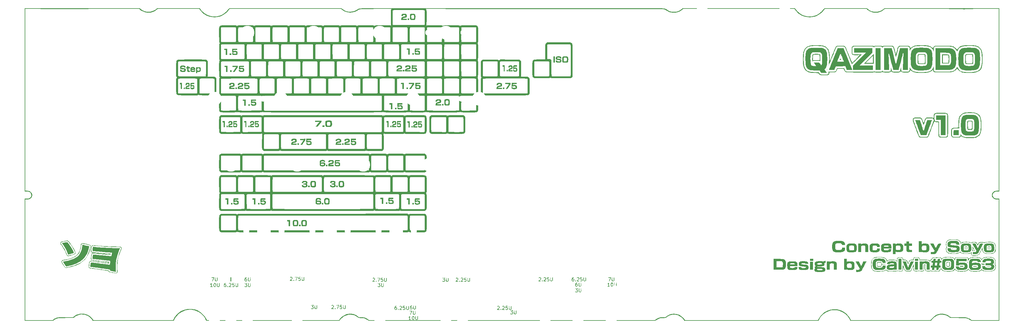
<source format=gbr>
%TF.GenerationSoftware,KiCad,Pcbnew,(7.0.0)*%
%TF.CreationDate,2023-05-29T16:29:56+02:00*%
%TF.ProjectId,qazimodo,71617a69-6d6f-4646-9f2e-6b696361645f,rev?*%
%TF.SameCoordinates,Original*%
%TF.FileFunction,Legend,Top*%
%TF.FilePolarity,Positive*%
%FSLAX46Y46*%
G04 Gerber Fmt 4.6, Leading zero omitted, Abs format (unit mm)*
G04 Created by KiCad (PCBNEW (7.0.0)) date 2023-05-29 16:29:56*
%MOMM*%
%LPD*%
G01*
G04 APERTURE LIST*
%ADD10C,0.150000*%
%ADD11C,1.750000*%
%ADD12C,3.987800*%
%ADD13C,3.048000*%
%ADD14C,4.000000*%
%ADD15C,2.200000*%
%ADD16C,1.000000*%
%ADD17C,7.001300*%
%ADD18C,7.000240*%
%ADD19C,0.650000*%
%ADD20O,1.000000X1.600000*%
%ADD21O,1.000000X2.100000*%
%ADD22O,1.000000X1.000000*%
%ADD23R,1.000000X1.000000*%
G04 APERTURE END LIST*
D10*
%TO.C,*%
%TO.C,G\u002A\u002A\u002A*%
G36*
X279779667Y-65986089D02*
G01*
X279758500Y-66007221D01*
X279737334Y-65986089D01*
X279758500Y-65964958D01*
X279779667Y-65986089D01*
G37*
G36*
X280076000Y-65267620D02*
G01*
X280054834Y-65288752D01*
X280033667Y-65267620D01*
X280054834Y-65246489D01*
X280076000Y-65267620D01*
G37*
G36*
X106382334Y-138551480D02*
G01*
X106382334Y-138657138D01*
X105556834Y-138657138D01*
X104731334Y-138657138D01*
X104731334Y-138551480D01*
X104731334Y-138445823D01*
X105556834Y-138445823D01*
X106382334Y-138445823D01*
X106382334Y-138551480D01*
G37*
G36*
X106879750Y-82370976D02*
G01*
X107038500Y-82384093D01*
X107051296Y-82605973D01*
X107064091Y-82827853D01*
X106892546Y-82827853D01*
X106721000Y-82827853D01*
X106721000Y-82592856D01*
X106721000Y-82357859D01*
X106879750Y-82370976D01*
G37*
G36*
X108033334Y-61780931D02*
G01*
X108033334Y-61992246D01*
X107800500Y-61992246D01*
X107567667Y-61992246D01*
X107567667Y-61780931D01*
X107567667Y-61569617D01*
X107800500Y-61569617D01*
X108033334Y-61569617D01*
X108033334Y-61780931D01*
G37*
G36*
X108075667Y-126696738D02*
G01*
X108075667Y-127288419D01*
X107948667Y-127288419D01*
X107821667Y-127288419D01*
X107821667Y-126696738D01*
X107821667Y-126105058D01*
X107948667Y-126105058D01*
X108075667Y-126105058D01*
X108075667Y-126696738D01*
G37*
G36*
X108151962Y-66651730D02*
G01*
X108139167Y-66873610D01*
X107916917Y-66886385D01*
X107694667Y-66899159D01*
X107694667Y-66664504D01*
X107694667Y-66429850D01*
X107929712Y-66429850D01*
X108164758Y-66429850D01*
X108151962Y-66651730D01*
G37*
G36*
X108372000Y-104889084D02*
G01*
X108372000Y-105100399D01*
X108160334Y-105100399D01*
X107948667Y-105100399D01*
X107948667Y-104889084D01*
X107948667Y-104677770D01*
X108160334Y-104677770D01*
X108372000Y-104677770D01*
X108372000Y-104889084D01*
G37*
G36*
X111166000Y-138551480D02*
G01*
X111166000Y-138657138D01*
X110319334Y-138657138D01*
X109472667Y-138657138D01*
X109472667Y-138551480D01*
X109472667Y-138445823D01*
X110319334Y-138445823D01*
X111166000Y-138445823D01*
X111166000Y-138551480D01*
G37*
G36*
X113282667Y-82592856D02*
G01*
X113282667Y-82827853D01*
X113111121Y-82827853D01*
X112939576Y-82827853D01*
X112952371Y-82605973D01*
X112965167Y-82384093D01*
X113123917Y-82370976D01*
X113282667Y-82357859D01*
X113282667Y-82592856D01*
G37*
G36*
X113409667Y-76403893D02*
G01*
X113409667Y-76615208D01*
X113198000Y-76615208D01*
X112986334Y-76615208D01*
X112986334Y-76403893D01*
X112986334Y-76192579D01*
X113198000Y-76192579D01*
X113409667Y-76192579D01*
X113409667Y-76403893D01*
G37*
G36*
X116203667Y-104889084D02*
G01*
X116203667Y-105100399D01*
X115970834Y-105100399D01*
X115738000Y-105100399D01*
X115738000Y-104889084D01*
X115738000Y-104677770D01*
X115970834Y-104677770D01*
X116203667Y-104677770D01*
X116203667Y-104889084D01*
G37*
G36*
X125474667Y-138551480D02*
G01*
X125474667Y-138657138D01*
X119865500Y-138657138D01*
X114256334Y-138657138D01*
X114256334Y-138551480D01*
X114256334Y-138445823D01*
X119865500Y-138445823D01*
X125474667Y-138445823D01*
X125474667Y-138551480D01*
G37*
G36*
X127549000Y-87709218D02*
G01*
X127549000Y-87941664D01*
X127337334Y-87941664D01*
X127125667Y-87941664D01*
X127125667Y-87709218D01*
X127125667Y-87476772D01*
X127337334Y-87476772D01*
X127549000Y-87476772D01*
X127549000Y-87709218D01*
G37*
G36*
X128014667Y-111143993D02*
G01*
X128014667Y-111355307D01*
X127781834Y-111355307D01*
X127549000Y-111355307D01*
X127549000Y-111143993D01*
X127549000Y-110932678D01*
X127781834Y-110932678D01*
X128014667Y-110932678D01*
X128014667Y-111143993D01*
G37*
G36*
X130639334Y-99902063D02*
G01*
X130639334Y-100113377D01*
X130406500Y-100113377D01*
X130173667Y-100113377D01*
X130173667Y-99902063D01*
X130173667Y-99690748D01*
X130406500Y-99690748D01*
X130639334Y-99690748D01*
X130639334Y-99902063D01*
G37*
G36*
X134576334Y-104846822D02*
G01*
X134576334Y-105058136D01*
X134343500Y-105058136D01*
X134110667Y-105058136D01*
X134110667Y-104846822D01*
X134110667Y-104635507D01*
X134343500Y-104635507D01*
X134576334Y-104635507D01*
X134576334Y-104846822D01*
G37*
G36*
X134872667Y-82489750D02*
G01*
X134872667Y-82701065D01*
X134597500Y-82701065D01*
X134322334Y-82701065D01*
X134322334Y-82489750D01*
X134322334Y-82278436D01*
X134597500Y-82278436D01*
X134872667Y-82278436D01*
X134872667Y-82489750D01*
G37*
G36*
X135761667Y-93858469D02*
G01*
X135761667Y-94069783D01*
X135528834Y-94069783D01*
X135296000Y-94069783D01*
X135296000Y-93858469D01*
X135296000Y-93647154D01*
X135528834Y-93647154D01*
X135761667Y-93647154D01*
X135761667Y-93858469D01*
G37*
G36*
X138725000Y-99902063D02*
G01*
X138725000Y-100113377D01*
X138513334Y-100113377D01*
X138301667Y-100113377D01*
X138301667Y-99902063D01*
X138301667Y-99690748D01*
X138513334Y-99690748D01*
X138725000Y-99690748D01*
X138725000Y-99902063D01*
G37*
G36*
X140376000Y-87709218D02*
G01*
X140376000Y-87941664D01*
X140164334Y-87941664D01*
X139952667Y-87941664D01*
X139952667Y-87709218D01*
X139952667Y-87476772D01*
X140164334Y-87476772D01*
X140376000Y-87476772D01*
X140376000Y-87709218D01*
G37*
G36*
X153033667Y-104720033D02*
G01*
X153033667Y-104931347D01*
X152800834Y-104931347D01*
X152568000Y-104931347D01*
X152568000Y-104720033D01*
X152568000Y-104508718D01*
X152800834Y-104508718D01*
X153033667Y-104508718D01*
X153033667Y-104720033D01*
G37*
G36*
X154219000Y-82592856D02*
G01*
X154219000Y-82827853D01*
X154047455Y-82827853D01*
X153875909Y-82827853D01*
X153888705Y-82605973D01*
X153901500Y-82384093D01*
X154060250Y-82370976D01*
X154219000Y-82357859D01*
X154219000Y-82592856D01*
G37*
G36*
X155616000Y-77460466D02*
G01*
X155616000Y-77671780D01*
X155404334Y-77671780D01*
X155192667Y-77671780D01*
X155192667Y-77460466D01*
X155192667Y-77249151D01*
X155404334Y-77249151D01*
X155616000Y-77249151D01*
X155616000Y-77460466D01*
G37*
G36*
X157902000Y-66556639D02*
G01*
X157902000Y-66767953D01*
X157669167Y-66767953D01*
X157436334Y-66767953D01*
X157436334Y-66556639D01*
X157436334Y-66345324D01*
X157669167Y-66345324D01*
X157902000Y-66345324D01*
X157902000Y-66556639D01*
G37*
G36*
X158918000Y-71585923D02*
G01*
X158918000Y-71797238D01*
X158706334Y-71797238D01*
X158494667Y-71797238D01*
X158494667Y-71585923D01*
X158494667Y-71374609D01*
X158706334Y-71374609D01*
X158918000Y-71374609D01*
X158918000Y-71585923D01*
G37*
G36*
X160611334Y-61696406D02*
G01*
X160611334Y-61907720D01*
X160399667Y-61907720D01*
X160188000Y-61907720D01*
X160188000Y-61696406D01*
X160188000Y-61485091D01*
X160399667Y-61485091D01*
X160611334Y-61485091D01*
X160611334Y-61696406D01*
G37*
G36*
X160611334Y-104889084D02*
G01*
X160611334Y-105100399D01*
X160399667Y-105100399D01*
X160188000Y-105100399D01*
X160188000Y-104889084D01*
X160188000Y-104677770D01*
X160399667Y-104677770D01*
X160611334Y-104677770D01*
X160611334Y-104889084D01*
G37*
G36*
X168316000Y-138551480D02*
G01*
X168316000Y-138657138D01*
X160357334Y-138657138D01*
X152398667Y-138657138D01*
X152398667Y-138551480D01*
X152398667Y-138445823D01*
X160357334Y-138445823D01*
X168316000Y-138445823D01*
X168316000Y-138551480D01*
G37*
G36*
X169162667Y-76340499D02*
G01*
X169162667Y-76572945D01*
X168951000Y-76572945D01*
X168739334Y-76572945D01*
X168739334Y-76340499D01*
X168739334Y-76108053D01*
X168951000Y-76108053D01*
X169162667Y-76108053D01*
X169162667Y-76340499D01*
G37*
G36*
X173110028Y-138551480D02*
G01*
X173089797Y-138657138D01*
X172248065Y-138657138D01*
X171406334Y-138657138D01*
X171406334Y-138551480D01*
X171406334Y-138445823D01*
X172268296Y-138445823D01*
X173130259Y-138445823D01*
X173110028Y-138551480D01*
G37*
G36*
X186487584Y-71382966D02*
G01*
X186709834Y-71395740D01*
X186709834Y-71607055D01*
X186709834Y-71818369D01*
X186487584Y-71831143D01*
X186265334Y-71843918D01*
X186265334Y-71607055D01*
X186265334Y-71370191D01*
X186487584Y-71382966D01*
G37*
G36*
X187704667Y-66556639D02*
G01*
X187704667Y-66767953D01*
X187535334Y-66767953D01*
X187366000Y-66767953D01*
X187366000Y-66556639D01*
X187366000Y-66345324D01*
X187535334Y-66345324D01*
X187704667Y-66345324D01*
X187704667Y-66556639D01*
G37*
G36*
X196933334Y-138551480D02*
G01*
X196933334Y-138657138D01*
X186561667Y-138657138D01*
X176190000Y-138657138D01*
X176190000Y-138551480D01*
X176190000Y-138445823D01*
X186561667Y-138445823D01*
X196933334Y-138445823D01*
X196933334Y-138551480D01*
G37*
G36*
X201293667Y-63302396D02*
G01*
X201293667Y-64189916D01*
X201082000Y-64189916D01*
X200870334Y-64189916D01*
X200870334Y-63302396D01*
X200870334Y-62414875D01*
X201082000Y-62414875D01*
X201293667Y-62414875D01*
X201293667Y-63302396D01*
G37*
G36*
X206373667Y-138551480D02*
G01*
X206373667Y-138657138D01*
X203198667Y-138657138D01*
X200023667Y-138657138D01*
X200023667Y-138551480D01*
X200023667Y-138445823D01*
X203198667Y-138445823D01*
X206373667Y-138445823D01*
X206373667Y-138551480D01*
G37*
G36*
X215941000Y-138551480D02*
G01*
X215941000Y-138657138D01*
X212723667Y-138657138D01*
X209506334Y-138657138D01*
X209506334Y-138551480D01*
X209506334Y-138445823D01*
X212723667Y-138445823D01*
X215941000Y-138445823D01*
X215941000Y-138551480D01*
G37*
G36*
X265936667Y-48616040D02*
G01*
X265936667Y-48721697D01*
X255586167Y-48721697D01*
X245235667Y-48721697D01*
X245235667Y-48616040D01*
X245235667Y-48510382D01*
X255586167Y-48510382D01*
X265936667Y-48510382D01*
X265936667Y-48616040D01*
G37*
G36*
X275631000Y-122745158D02*
G01*
X275631000Y-123907387D01*
X275207667Y-123907387D01*
X274784334Y-123907387D01*
X274784334Y-122745158D01*
X274784334Y-121582928D01*
X275207667Y-121582928D01*
X275631000Y-121582928D01*
X275631000Y-122745158D01*
G37*
G36*
X275673334Y-121054642D02*
G01*
X275673334Y-121329351D01*
X275207667Y-121329351D01*
X274742000Y-121329351D01*
X274742000Y-121054642D01*
X274742000Y-120779933D01*
X275207667Y-120779933D01*
X275673334Y-120779933D01*
X275673334Y-121054642D01*
G37*
G36*
X295104334Y-63196738D02*
G01*
X295104334Y-66345324D01*
X294363500Y-66345324D01*
X293622667Y-66345324D01*
X293622667Y-63196738D01*
X293622667Y-60048153D01*
X294363500Y-60048153D01*
X295104334Y-60048153D01*
X295104334Y-63196738D01*
G37*
G36*
X301115667Y-122343660D02*
G01*
X301115667Y-123907387D01*
X300692334Y-123907387D01*
X300269000Y-123907387D01*
X300269000Y-122343660D01*
X300269000Y-120779933D01*
X300692334Y-120779933D01*
X301115667Y-120779933D01*
X301115667Y-122343660D01*
G37*
G36*
X305857000Y-122745158D02*
G01*
X305857000Y-123907387D01*
X305433667Y-123907387D01*
X305010334Y-123907387D01*
X305010334Y-122745158D01*
X305010334Y-121582928D01*
X305433667Y-121582928D01*
X305857000Y-121582928D01*
X305857000Y-122745158D01*
G37*
G36*
X305899334Y-121054642D02*
G01*
X305899334Y-121329351D01*
X305433667Y-121329351D01*
X304968000Y-121329351D01*
X304968000Y-121054642D01*
X304968000Y-120779933D01*
X305433667Y-120779933D01*
X305899334Y-120779933D01*
X305899334Y-121054642D01*
G37*
G36*
X312454001Y-122252312D02*
G01*
X312461000Y-122301397D01*
X312436201Y-122369936D01*
X312401463Y-122385923D01*
X312359865Y-122354859D01*
X312364067Y-122301397D01*
X312397575Y-122232884D01*
X312423604Y-122216872D01*
X312454001Y-122252312D01*
G37*
G36*
X315964084Y-117833522D02*
G01*
X315990347Y-117842736D01*
X315942268Y-117849109D01*
X315847667Y-117851129D01*
X315743155Y-117848508D01*
X315703985Y-117841686D01*
X315731250Y-117833522D01*
X315867991Y-117826448D01*
X315964084Y-117833522D01*
G37*
G36*
X317583334Y-84390582D02*
G01*
X317583334Y-85110050D01*
X316841477Y-85110050D01*
X316099620Y-85110050D01*
X316111227Y-84402146D01*
X316122834Y-83694243D01*
X316853084Y-83682679D01*
X317583334Y-83671115D01*
X317583334Y-84390582D01*
G37*
G36*
X156212042Y-135265859D02*
G01*
X156241266Y-135341157D01*
X156208219Y-135424564D01*
X156137702Y-135482105D01*
X156073252Y-135460551D01*
X156043787Y-135429383D01*
X156014761Y-135343594D01*
X156048624Y-135266907D01*
X156129858Y-135233843D01*
X156212042Y-135265859D01*
G37*
G36*
X185803042Y-135265859D02*
G01*
X185832266Y-135341157D01*
X185799219Y-135424564D01*
X185728702Y-135482105D01*
X185664252Y-135460551D01*
X185634787Y-135429383D01*
X185605761Y-135343594D01*
X185639624Y-135266907D01*
X185720858Y-135233843D01*
X185803042Y-135265859D01*
G37*
G36*
X279709759Y-66176272D02*
G01*
X279687681Y-66288521D01*
X279669217Y-66331776D01*
X279643304Y-66320290D01*
X279619347Y-66292772D01*
X279601849Y-66229709D01*
X279648769Y-66141842D01*
X279655320Y-66133265D01*
X279736678Y-66028352D01*
X279709759Y-66176272D01*
G37*
G36*
X283576982Y-63000608D02*
G01*
X283622733Y-63094732D01*
X283663472Y-63196738D01*
X283749242Y-63429184D01*
X283547334Y-63429184D01*
X283345425Y-63429184D01*
X283431195Y-63196738D01*
X283481830Y-63072369D01*
X283525252Y-62988018D01*
X283547334Y-62964292D01*
X283576982Y-63000608D01*
G37*
G36*
X320246374Y-121617595D02*
G01*
X320245325Y-121640624D01*
X320231077Y-121753923D01*
X320213575Y-121840520D01*
X320186834Y-121950191D01*
X320094984Y-121861651D01*
X320003135Y-121773111D01*
X320126734Y-121661756D01*
X320205778Y-121593493D01*
X320239959Y-121579788D01*
X320246374Y-121617595D01*
G37*
G36*
X107049505Y-128656722D02*
G01*
X107086898Y-128704764D01*
X107082428Y-128781984D01*
X107036926Y-128859194D01*
X106975163Y-128894409D01*
X106975000Y-128894409D01*
X106924432Y-128865716D01*
X106890334Y-128831015D01*
X106858974Y-128763371D01*
X106890334Y-128704226D01*
X106972118Y-128647511D01*
X107049505Y-128656722D01*
G37*
G36*
X126099505Y-126881680D02*
G01*
X126136898Y-126929723D01*
X126132428Y-127006943D01*
X126086926Y-127084152D01*
X126025163Y-127119367D01*
X126025000Y-127119367D01*
X125974432Y-127090675D01*
X125940334Y-127055973D01*
X125908974Y-126988329D01*
X125940334Y-126929184D01*
X126022118Y-126872469D01*
X126099505Y-126881680D01*
G37*
G36*
X138037505Y-134996156D02*
G01*
X138074898Y-135044198D01*
X138070428Y-135121419D01*
X138024926Y-135198628D01*
X137963163Y-135233843D01*
X137963000Y-135233843D01*
X137912432Y-135205151D01*
X137878334Y-135170449D01*
X137846974Y-135102805D01*
X137878334Y-135043660D01*
X137960118Y-134986945D01*
X138037505Y-134996156D01*
G37*
G36*
X149848505Y-127135257D02*
G01*
X149885898Y-127183300D01*
X149881428Y-127260520D01*
X149835926Y-127337730D01*
X149774163Y-127372944D01*
X149774000Y-127372945D01*
X149723432Y-127344252D01*
X149689334Y-127309550D01*
X149657974Y-127241907D01*
X149689334Y-127182762D01*
X149771118Y-127126047D01*
X149848505Y-127135257D01*
G37*
G36*
X173851505Y-127135257D02*
G01*
X173888898Y-127183300D01*
X173884428Y-127260520D01*
X173838926Y-127337730D01*
X173777163Y-127372944D01*
X173777000Y-127372945D01*
X173726432Y-127344252D01*
X173692334Y-127309550D01*
X173660974Y-127241907D01*
X173692334Y-127182762D01*
X173774118Y-127126047D01*
X173851505Y-127135257D01*
G37*
G36*
X197727505Y-127008469D02*
G01*
X197764898Y-127056511D01*
X197760428Y-127133731D01*
X197714926Y-127210941D01*
X197653163Y-127246156D01*
X197653000Y-127246156D01*
X197602432Y-127217464D01*
X197568334Y-127182762D01*
X197536974Y-127115118D01*
X197568334Y-127055973D01*
X197650118Y-126999258D01*
X197727505Y-127008469D01*
G37*
G36*
X207252505Y-127008469D02*
G01*
X207289898Y-127056511D01*
X207285428Y-127133731D01*
X207239926Y-127210941D01*
X207178163Y-127246156D01*
X207178000Y-127246156D01*
X207127432Y-127217464D01*
X207093334Y-127182762D01*
X207061974Y-127115118D01*
X207093334Y-127055973D01*
X207175118Y-126999258D01*
X207252505Y-127008469D01*
G37*
G36*
X309591368Y-122165488D02*
G01*
X309641839Y-122187424D01*
X309722084Y-122248580D01*
X309750441Y-122318157D01*
X309723781Y-122371466D01*
X309667000Y-122385923D01*
X309598352Y-122360962D01*
X309582334Y-122325985D01*
X309567450Y-122232377D01*
X309557502Y-122201446D01*
X309550739Y-122160640D01*
X309591368Y-122165488D01*
G37*
G36*
X106848000Y-61104725D02*
G01*
X106848000Y-61992246D01*
X106636334Y-61992246D01*
X106424667Y-61992246D01*
X106424667Y-61294908D01*
X106424667Y-60597570D01*
X106213000Y-60597570D01*
X106001334Y-60597570D01*
X106001334Y-60407387D01*
X106001334Y-60217204D01*
X106424667Y-60217204D01*
X106848000Y-60217204D01*
X106848000Y-61104725D01*
G37*
G36*
X106932667Y-66007221D02*
G01*
X106932667Y-66894742D01*
X106742167Y-66894742D01*
X106551667Y-66894742D01*
X106551667Y-66197404D01*
X106551667Y-65500066D01*
X106340000Y-65500066D01*
X106128334Y-65500066D01*
X106128334Y-65309883D01*
X106128334Y-65119700D01*
X106530500Y-65119700D01*
X106932667Y-65119700D01*
X106932667Y-66007221D01*
G37*
G36*
X107186667Y-104212878D02*
G01*
X107186667Y-105100399D01*
X106996167Y-105100399D01*
X106805667Y-105100399D01*
X106805667Y-104424193D01*
X106805667Y-103747986D01*
X106594000Y-103747986D01*
X106382334Y-103747986D01*
X106382334Y-103536672D01*
X106382334Y-103325357D01*
X106784500Y-103325357D01*
X107186667Y-103325357D01*
X107186667Y-104212878D01*
G37*
G36*
X109675962Y-71617620D02*
G01*
X109688758Y-71839500D01*
X109473551Y-71839500D01*
X109318666Y-71827787D01*
X109242397Y-71792182D01*
X109235684Y-71780551D01*
X109224127Y-71701642D01*
X109224729Y-71582844D01*
X109226429Y-71558670D01*
X109239834Y-71395740D01*
X109451500Y-71395740D01*
X109663167Y-71395740D01*
X109675962Y-71617620D01*
G37*
G36*
X112224334Y-75727687D02*
G01*
X112224334Y-76615208D01*
X112012667Y-76615208D01*
X111801000Y-76615208D01*
X111801000Y-75917870D01*
X111801000Y-75220532D01*
X111589334Y-75220532D01*
X111377667Y-75220532D01*
X111377667Y-75030349D01*
X111377667Y-74840166D01*
X111801000Y-74840166D01*
X112224334Y-74840166D01*
X112224334Y-75727687D01*
G37*
G36*
X112393667Y-81940332D02*
G01*
X112393667Y-82827853D01*
X112245500Y-82827853D01*
X112097334Y-82827853D01*
X112097334Y-82130515D01*
X112097334Y-81433178D01*
X111928000Y-81433178D01*
X111758667Y-81433178D01*
X111758667Y-81242995D01*
X111758667Y-81052812D01*
X112076167Y-81052812D01*
X112393667Y-81052812D01*
X112393667Y-81940332D01*
G37*
G36*
X114976000Y-104212878D02*
G01*
X114976000Y-105100399D01*
X114785500Y-105100399D01*
X114595000Y-105100399D01*
X114595000Y-104424193D01*
X114595000Y-103747986D01*
X114383334Y-103747986D01*
X114171667Y-103747986D01*
X114171667Y-103536672D01*
X114171667Y-103325357D01*
X114573834Y-103325357D01*
X114976000Y-103325357D01*
X114976000Y-104212878D01*
G37*
G36*
X124575084Y-109589301D02*
G01*
X124987834Y-109601397D01*
X124987834Y-110467787D01*
X124987834Y-111334176D01*
X124787810Y-111347014D01*
X124587786Y-111359852D01*
X124576143Y-110670808D01*
X124564500Y-109981763D01*
X124363417Y-109968882D01*
X124162334Y-109956001D01*
X124162334Y-109766603D01*
X124162334Y-109577205D01*
X124575084Y-109589301D01*
G37*
G36*
X151806000Y-104043827D02*
G01*
X151806000Y-104931347D01*
X151616549Y-104931347D01*
X151427097Y-104931347D01*
X151415465Y-104244575D01*
X151403834Y-103557803D01*
X151202750Y-103544922D01*
X151001667Y-103532041D01*
X151001667Y-103344173D01*
X151001667Y-103156306D01*
X151403834Y-103156306D01*
X151806000Y-103156306D01*
X151806000Y-104043827D01*
G37*
G36*
X154430667Y-76784259D02*
G01*
X154430667Y-77671780D01*
X154219000Y-77671780D01*
X154007334Y-77671780D01*
X154007334Y-76974442D01*
X154007334Y-76277104D01*
X153795667Y-76277104D01*
X153584000Y-76277104D01*
X153584000Y-76086921D01*
X153584000Y-75896738D01*
X154007334Y-75896738D01*
X154430667Y-75896738D01*
X154430667Y-76784259D01*
G37*
G36*
X159290629Y-51690665D02*
G01*
X159277834Y-51912545D01*
X159085757Y-51925059D01*
X158963967Y-51926480D01*
X158880072Y-51915505D01*
X158863507Y-51907450D01*
X158845794Y-51850602D01*
X158834941Y-51740295D01*
X158833334Y-51673056D01*
X158833334Y-51468785D01*
X159068379Y-51468785D01*
X159303425Y-51468785D01*
X159290629Y-51690665D01*
G37*
G36*
X159426000Y-104211348D02*
G01*
X159426000Y-105100399D01*
X159214334Y-105100399D01*
X159002667Y-105100399D01*
X159002667Y-104426508D01*
X159002667Y-103752618D01*
X158801584Y-103739736D01*
X158600500Y-103726855D01*
X158600500Y-103536672D01*
X158600500Y-103346489D01*
X159013250Y-103334393D01*
X159426000Y-103322297D01*
X159426000Y-104211348D01*
G37*
G36*
X186815667Y-65880432D02*
G01*
X186815667Y-66767953D01*
X186667500Y-66767953D01*
X186519334Y-66767953D01*
X186519334Y-66091747D01*
X186519334Y-65415540D01*
X186371167Y-65415540D01*
X186223000Y-65415540D01*
X186223000Y-65204226D01*
X186223000Y-64992911D01*
X186519334Y-64992911D01*
X186815667Y-64992911D01*
X186815667Y-65880432D01*
G37*
G36*
X313815667Y-82257304D02*
G01*
X313815667Y-85110050D01*
X313138334Y-85110050D01*
X312461000Y-85110050D01*
X312461000Y-82891248D01*
X312461000Y-80672446D01*
X311783667Y-80672446D01*
X311106334Y-80672446D01*
X311106334Y-80038502D01*
X311106334Y-79404559D01*
X312461000Y-79404559D01*
X313815667Y-79404559D01*
X313815667Y-82257304D01*
G37*
G36*
X94698334Y-71604503D02*
G01*
X94698334Y-71839500D01*
X94548838Y-71839500D01*
X94435333Y-71823443D01*
X94377067Y-71781508D01*
X94376684Y-71780551D01*
X94365127Y-71701642D01*
X94365729Y-71582844D01*
X94367429Y-71558670D01*
X94382426Y-71452230D01*
X94421226Y-71403379D01*
X94510135Y-71385217D01*
X94539584Y-71382623D01*
X94698334Y-71369506D01*
X94698334Y-71604503D01*
G37*
G36*
X153330000Y-81940332D02*
G01*
X153330000Y-82827853D01*
X153181834Y-82827853D01*
X153033667Y-82827853D01*
X153033667Y-82130515D01*
X153033667Y-81433178D01*
X152885500Y-81433178D01*
X152794460Y-81429118D01*
X152751350Y-81401602D01*
X152738247Y-81327627D01*
X152737334Y-81242995D01*
X152737334Y-81052812D01*
X153033667Y-81052812D01*
X153330000Y-81052812D01*
X153330000Y-81940332D01*
G37*
G36*
X160272667Y-82701065D02*
G01*
X160270238Y-82826123D01*
X160253235Y-82888479D01*
X160207084Y-82909959D01*
X160131556Y-82912379D01*
X160026954Y-82904647D01*
X159964134Y-82885868D01*
X159962222Y-82884204D01*
X159944870Y-82827917D01*
X159934922Y-82720170D01*
X159934000Y-82672889D01*
X159934000Y-82489750D01*
X160103334Y-82489750D01*
X160272667Y-82489750D01*
X160272667Y-82701065D01*
G37*
G36*
X326349006Y-122938814D02*
G01*
X326517551Y-122947775D01*
X326607627Y-122962596D01*
X326621500Y-122977604D01*
X326569706Y-122996002D01*
X326454605Y-123008938D01*
X326297383Y-123016412D01*
X326119221Y-123018424D01*
X325941305Y-123014974D01*
X325784817Y-123006063D01*
X325670942Y-122991690D01*
X325626667Y-122977604D01*
X325633568Y-122958949D01*
X325721619Y-122945863D01*
X325891991Y-122938245D01*
X326105415Y-122935988D01*
X326349006Y-122938814D01*
G37*
G36*
X157732667Y-70909717D02*
G01*
X157732667Y-71797238D01*
X157521000Y-71797238D01*
X157309334Y-71797238D01*
X157309334Y-71099900D01*
X157309334Y-70402562D01*
X157097667Y-70402562D01*
X156972342Y-70399698D01*
X156909844Y-70382629D01*
X156888347Y-70338637D01*
X156886000Y-70279230D01*
X156890181Y-70165250D01*
X156912701Y-70091154D01*
X156968530Y-70048373D01*
X157072636Y-70028341D01*
X157239987Y-70022487D01*
X157335029Y-70022196D01*
X157732667Y-70022196D01*
X157732667Y-70909717D01*
G37*
G36*
X159426000Y-61018669D02*
G01*
X159426000Y-61907720D01*
X159242556Y-61907720D01*
X159123762Y-61901726D01*
X159044025Y-61886677D01*
X159030889Y-61879545D01*
X159021271Y-61829686D01*
X159013061Y-61710333D01*
X159006866Y-61536514D01*
X159003296Y-61323256D01*
X159002667Y-61182207D01*
X159002667Y-60513045D01*
X158788566Y-60513045D01*
X158574465Y-60513045D01*
X158587483Y-60333427D01*
X158600500Y-60153810D01*
X159013250Y-60141714D01*
X159426000Y-60129618D01*
X159426000Y-61018669D01*
G37*
G36*
X93851667Y-70951980D02*
G01*
X93851667Y-71839500D01*
X93710556Y-71839500D01*
X93605954Y-71831768D01*
X93543134Y-71812989D01*
X93541222Y-71811325D01*
X93531604Y-71761466D01*
X93523394Y-71642113D01*
X93517200Y-71468294D01*
X93513630Y-71255036D01*
X93513000Y-71113987D01*
X93513000Y-70444825D01*
X93364834Y-70444825D01*
X93273793Y-70440765D01*
X93230683Y-70413249D01*
X93217581Y-70339274D01*
X93216667Y-70254642D01*
X93216667Y-70064459D01*
X93534167Y-70064459D01*
X93851667Y-70064459D01*
X93851667Y-70951980D01*
G37*
G36*
X106170667Y-81940332D02*
G01*
X106170667Y-82827853D01*
X106029556Y-82827853D01*
X105924954Y-82820121D01*
X105862134Y-82801342D01*
X105860222Y-82799678D01*
X105850604Y-82749819D01*
X105842394Y-82630466D01*
X105836200Y-82456647D01*
X105832630Y-82243389D01*
X105832000Y-82102340D01*
X105832000Y-81433178D01*
X105683834Y-81433178D01*
X105592793Y-81429118D01*
X105549683Y-81401602D01*
X105536581Y-81327627D01*
X105535667Y-81242995D01*
X105535667Y-81052812D01*
X105853167Y-81052812D01*
X106170667Y-81052812D01*
X106170667Y-81940332D01*
G37*
G36*
X159426000Y-82024858D02*
G01*
X159426000Y-82912379D01*
X159284889Y-82912379D01*
X159180287Y-82904647D01*
X159117467Y-82885868D01*
X159115556Y-82884204D01*
X159105938Y-82834345D01*
X159097727Y-82714992D01*
X159091533Y-82541173D01*
X159087963Y-82327915D01*
X159087334Y-82186866D01*
X159087334Y-81517703D01*
X158939167Y-81517703D01*
X158848127Y-81513643D01*
X158805016Y-81486128D01*
X158791914Y-81412153D01*
X158791000Y-81327520D01*
X158791000Y-81137337D01*
X159108500Y-81137337D01*
X159426000Y-81137337D01*
X159426000Y-82024858D01*
G37*
G36*
X218448479Y-127641345D02*
G01*
X218467776Y-127695443D01*
X218477801Y-127803262D01*
X218480967Y-127979247D01*
X218481000Y-128006888D01*
X218478526Y-128192454D01*
X218469494Y-128308040D01*
X218451494Y-128368092D01*
X218422115Y-128387054D01*
X218417500Y-128387254D01*
X218386521Y-128372431D01*
X218367225Y-128318333D01*
X218357199Y-128210514D01*
X218354034Y-128034529D01*
X218354000Y-128006888D01*
X218356475Y-127821322D01*
X218365506Y-127705736D01*
X218383506Y-127645685D01*
X218412886Y-127626723D01*
X218417500Y-127626522D01*
X218448479Y-127641345D01*
G37*
G36*
X219032298Y-127635704D02*
G01*
X219053682Y-127663663D01*
X219066055Y-127732364D01*
X219071737Y-127855808D01*
X219073047Y-128047997D01*
X219073019Y-128077749D01*
X219068787Y-128325524D01*
X219056028Y-128494628D01*
X219033412Y-128590611D01*
X218999614Y-128619023D01*
X218953306Y-128585412D01*
X218951984Y-128583833D01*
X218925426Y-128504241D01*
X218912448Y-128344671D01*
X218912918Y-128103425D01*
X218913387Y-128085739D01*
X218920683Y-127886300D01*
X218931229Y-127756338D01*
X218947899Y-127680803D01*
X218973569Y-127644648D01*
X218999584Y-127634485D01*
X219032298Y-127635704D01*
G37*
G36*
X318472334Y-122776735D02*
G01*
X318670089Y-122782119D01*
X318798280Y-122789481D01*
X318871985Y-122802768D01*
X318906284Y-122825925D01*
X318916255Y-122862901D01*
X318916834Y-122893078D01*
X318914392Y-122939051D01*
X318897301Y-122969692D01*
X318850913Y-122988658D01*
X318760579Y-122999604D01*
X318611650Y-123006189D01*
X318445871Y-123010636D01*
X318240795Y-123015055D01*
X318104910Y-123014219D01*
X318022782Y-123005544D01*
X317978978Y-122986445D01*
X317958063Y-122954339D01*
X317950046Y-122927622D01*
X317950107Y-122838549D01*
X317976509Y-122799378D01*
X318038206Y-122786508D01*
X318164236Y-122778097D01*
X318334340Y-122775070D01*
X318472334Y-122776735D01*
G37*
G36*
X322671027Y-122856502D02*
G01*
X322763914Y-122862987D01*
X322811414Y-122877086D01*
X322826604Y-122900367D01*
X322824917Y-122923487D01*
X322810487Y-122954863D01*
X322772205Y-122976862D01*
X322696385Y-122991624D01*
X322569340Y-123001291D01*
X322377386Y-123008000D01*
X322267879Y-123010588D01*
X322044989Y-123014621D01*
X321893640Y-123014179D01*
X321800753Y-123007694D01*
X321753253Y-122993596D01*
X321738063Y-122970315D01*
X321739750Y-122947194D01*
X321754180Y-122915819D01*
X321792462Y-122893820D01*
X321868282Y-122879057D01*
X321995327Y-122869391D01*
X322187281Y-122862681D01*
X322296788Y-122860093D01*
X322519678Y-122856061D01*
X322671027Y-122856502D01*
G37*
G36*
X109938334Y-65303510D02*
G01*
X109934197Y-65372999D01*
X109917585Y-65444042D01*
X109882194Y-65528142D01*
X109821721Y-65636802D01*
X109729864Y-65781524D01*
X109600318Y-65973812D01*
X109457793Y-66180466D01*
X108977253Y-66873610D01*
X108738126Y-66886285D01*
X108608782Y-66889507D01*
X108521950Y-66884711D01*
X108499000Y-66876246D01*
X108522481Y-66836489D01*
X108587977Y-66738831D01*
X108688065Y-66593993D01*
X108815326Y-66412694D01*
X108962338Y-66205656D01*
X108990504Y-66166234D01*
X109482007Y-65478935D01*
X108927004Y-65467142D01*
X108372000Y-65455350D01*
X108372000Y-65287525D01*
X108372000Y-65119700D01*
X109155167Y-65119700D01*
X109938334Y-65119700D01*
X109938334Y-65303510D01*
G37*
G36*
X188509000Y-70247541D02*
G01*
X188504722Y-70317182D01*
X188487712Y-70388939D01*
X188451705Y-70474348D01*
X188390437Y-70584943D01*
X188297644Y-70732259D01*
X188167062Y-70927832D01*
X188032750Y-71124496D01*
X187556500Y-71818369D01*
X187313084Y-71831044D01*
X187182405Y-71835105D01*
X187094052Y-71832600D01*
X187069667Y-71826288D01*
X187092967Y-71788075D01*
X187157971Y-71691598D01*
X187257337Y-71547491D01*
X187383722Y-71366389D01*
X187529782Y-71158924D01*
X187559949Y-71116275D01*
X188050232Y-70423693D01*
X187496449Y-70411901D01*
X186942667Y-70400109D01*
X186942667Y-70232284D01*
X186942667Y-70064459D01*
X187725834Y-70064459D01*
X188509000Y-70064459D01*
X188509000Y-70247541D01*
G37*
G36*
X292733667Y-60698691D02*
G01*
X292733667Y-61349229D01*
X290852491Y-63206745D01*
X288971315Y-65064261D01*
X289487241Y-65050137D01*
X289658563Y-65046180D01*
X289899494Y-65041661D01*
X290194983Y-65036810D01*
X290529976Y-65031854D01*
X290889421Y-65027021D01*
X291258265Y-65022542D01*
X291431917Y-65020609D01*
X292860667Y-65005205D01*
X292860667Y-65675265D01*
X292860667Y-66345324D01*
X290003167Y-66345324D01*
X287145667Y-66345324D01*
X287145667Y-65695688D01*
X287145667Y-65046053D01*
X288997750Y-63174325D01*
X290849834Y-61302597D01*
X289145917Y-61327724D01*
X287442000Y-61352850D01*
X287442000Y-60700502D01*
X287442000Y-60048153D01*
X290087834Y-60048153D01*
X292733667Y-60048153D01*
X292733667Y-60698691D01*
G37*
G36*
X134023734Y-81126772D02*
G01*
X134020887Y-81196540D01*
X134009461Y-81259900D01*
X133982538Y-81327627D01*
X133933196Y-81410494D01*
X133854516Y-81519276D01*
X133739577Y-81664746D01*
X133581461Y-81857678D01*
X133460476Y-82003727D01*
X132899485Y-82679933D01*
X132591219Y-82692425D01*
X132438541Y-82693945D01*
X132338379Y-82685356D01*
X132306032Y-82668061D01*
X132306850Y-82666312D01*
X132340486Y-82623620D01*
X132420415Y-82526980D01*
X132537961Y-82386735D01*
X132684451Y-82213227D01*
X132851208Y-82016796D01*
X132884571Y-81977615D01*
X133438393Y-81327520D01*
X132800863Y-81315854D01*
X132163334Y-81304187D01*
X132163334Y-81115105D01*
X132163334Y-80926023D01*
X133094667Y-80926023D01*
X134026000Y-80926023D01*
X134023734Y-81126772D01*
G37*
G36*
X319958171Y-117241863D02*
G01*
X320014038Y-117255503D01*
X320048127Y-117285239D01*
X320068746Y-117353208D01*
X320078739Y-117475553D01*
X320081000Y-117635869D01*
X320081000Y-117990582D01*
X319721167Y-117990582D01*
X319361334Y-117990582D01*
X319361334Y-117636630D01*
X319361334Y-117356639D01*
X319488334Y-117356639D01*
X319488334Y-117610216D01*
X319488334Y-117863793D01*
X319716229Y-117863793D01*
X319855306Y-117858014D01*
X319930384Y-117836650D01*
X319961588Y-117793658D01*
X319962612Y-117789833D01*
X319970224Y-117702099D01*
X319966405Y-117574744D01*
X319963103Y-117536256D01*
X319945107Y-117356639D01*
X319716720Y-117356639D01*
X319488334Y-117356639D01*
X319361334Y-117356639D01*
X319361334Y-117282678D01*
X319493625Y-117256264D01*
X319650990Y-117235913D01*
X319817765Y-117231096D01*
X319958171Y-117241863D01*
G37*
G36*
X326562171Y-117241863D02*
G01*
X326618038Y-117255503D01*
X326652127Y-117285239D01*
X326672746Y-117353208D01*
X326682739Y-117475553D01*
X326685000Y-117635869D01*
X326685000Y-117990582D01*
X326325167Y-117990582D01*
X325965334Y-117990582D01*
X325965334Y-117636630D01*
X325965334Y-117356639D01*
X326092334Y-117356639D01*
X326092334Y-117610216D01*
X326092334Y-117863793D01*
X326320229Y-117863793D01*
X326459306Y-117858014D01*
X326534384Y-117836650D01*
X326565588Y-117793658D01*
X326566612Y-117789833D01*
X326574224Y-117702099D01*
X326570405Y-117574744D01*
X326567103Y-117536256D01*
X326549107Y-117356639D01*
X326320720Y-117356639D01*
X326092334Y-117356639D01*
X325965334Y-117356639D01*
X325965334Y-117282678D01*
X326097625Y-117256264D01*
X326254990Y-117235913D01*
X326421765Y-117231096D01*
X326562171Y-117241863D01*
G37*
G36*
X129369334Y-86349674D02*
G01*
X129362291Y-86445417D01*
X129335289Y-86539652D01*
X129279518Y-86651556D01*
X129186168Y-86800304D01*
X129111612Y-86910611D01*
X128973263Y-87113268D01*
X128822690Y-87335139D01*
X128684677Y-87539663D01*
X128635362Y-87613174D01*
X128416834Y-87939760D01*
X128171927Y-87940712D01*
X128036025Y-87938756D01*
X127968712Y-87927692D01*
X127953978Y-87901770D01*
X127968595Y-87867703D01*
X128012012Y-87799562D01*
X128090061Y-87684849D01*
X128187761Y-87545486D01*
X128213501Y-87509362D01*
X128335901Y-87338166D01*
X128481073Y-87135109D01*
X128622605Y-86937134D01*
X128658278Y-86887233D01*
X128899723Y-86549484D01*
X128361945Y-86537670D01*
X127824167Y-86525857D01*
X127824167Y-86356805D01*
X127824167Y-86187753D01*
X128596750Y-86176234D01*
X129369334Y-86164715D01*
X129369334Y-86349674D01*
G37*
G36*
X102998331Y-126097317D02*
G01*
X103083026Y-126107047D01*
X103096915Y-126112463D01*
X103094538Y-126159371D01*
X103062959Y-126265552D01*
X103009337Y-126413948D01*
X102940832Y-126587497D01*
X102864604Y-126769140D01*
X102787812Y-126941818D01*
X102717616Y-127088470D01*
X102661175Y-127192036D01*
X102625650Y-127235457D01*
X102625612Y-127235470D01*
X102564142Y-127221132D01*
X102555075Y-127210206D01*
X102560871Y-127157431D01*
X102595504Y-127044624D01*
X102653152Y-126888873D01*
X102720529Y-126724636D01*
X102796010Y-126546264D01*
X102857347Y-126397585D01*
X102897860Y-126295043D01*
X102911000Y-126255662D01*
X102872243Y-126243923D01*
X102770249Y-126235417D01*
X102626435Y-126231865D01*
X102614667Y-126231847D01*
X102451629Y-126227726D01*
X102358547Y-126213411D01*
X102321021Y-126185972D01*
X102318334Y-126171557D01*
X102338283Y-126140370D01*
X102406790Y-126118959D01*
X102536843Y-126104707D01*
X102688750Y-126096901D01*
X102859641Y-126093658D01*
X102998331Y-126097317D01*
G37*
G36*
X127071527Y-125972052D02*
G01*
X127136297Y-125984643D01*
X127136568Y-125984809D01*
X127149825Y-126041907D01*
X127110664Y-126161943D01*
X127095248Y-126196124D01*
X127039027Y-126319719D01*
X126963122Y-126491006D01*
X126880848Y-126679834D01*
X126850834Y-126749567D01*
X126763590Y-126942915D01*
X126698014Y-127061891D01*
X126649287Y-127112409D01*
X126612591Y-127100380D01*
X126594011Y-127064736D01*
X126601737Y-127006023D01*
X126638701Y-126888403D01*
X126698711Y-126729735D01*
X126764673Y-126572600D01*
X126840946Y-126397395D01*
X126902825Y-126253175D01*
X126943495Y-126155961D01*
X126956334Y-126121928D01*
X126917526Y-126113969D01*
X126815127Y-126105146D01*
X126670169Y-126097213D01*
X126649417Y-126096344D01*
X126494811Y-126084678D01*
X126390130Y-126065831D01*
X126352300Y-126042919D01*
X126352480Y-126041664D01*
X126395811Y-126021181D01*
X126500639Y-126002010D01*
X126643793Y-125985832D01*
X126802106Y-125974326D01*
X126952407Y-125969173D01*
X127071527Y-125972052D01*
G37*
G36*
X139006151Y-134084474D02*
G01*
X139069483Y-134096148D01*
X139069683Y-134096271D01*
X139067721Y-134140976D01*
X139036617Y-134245279D01*
X138983435Y-134392370D01*
X138915239Y-134565439D01*
X138839092Y-134747677D01*
X138762059Y-134922275D01*
X138691202Y-135072421D01*
X138633585Y-135181307D01*
X138596273Y-135232123D01*
X138591659Y-135233843D01*
X138543345Y-135200615D01*
X138532011Y-135179212D01*
X138539737Y-135120499D01*
X138576701Y-135002879D01*
X138636711Y-134844211D01*
X138702673Y-134687076D01*
X138778946Y-134511871D01*
X138840825Y-134367651D01*
X138881495Y-134270436D01*
X138894334Y-134236404D01*
X138855526Y-134228445D01*
X138753127Y-134219622D01*
X138608169Y-134211689D01*
X138587417Y-134210820D01*
X138432811Y-134199153D01*
X138328130Y-134180306D01*
X138290300Y-134157395D01*
X138290480Y-134156139D01*
X138333591Y-134136248D01*
X138438137Y-134117155D01*
X138580892Y-134100647D01*
X138738630Y-134088508D01*
X138888125Y-134082522D01*
X139006151Y-134084474D01*
G37*
G36*
X150820527Y-126225629D02*
G01*
X150885297Y-126238221D01*
X150885568Y-126238387D01*
X150898825Y-126295484D01*
X150859664Y-126415520D01*
X150844248Y-126449701D01*
X150788027Y-126573296D01*
X150712122Y-126744583D01*
X150629848Y-126933412D01*
X150599834Y-127003144D01*
X150512590Y-127196492D01*
X150447014Y-127315468D01*
X150398287Y-127365986D01*
X150361591Y-127353957D01*
X150343011Y-127318313D01*
X150350737Y-127259601D01*
X150387701Y-127141980D01*
X150447711Y-126983312D01*
X150513673Y-126826177D01*
X150589946Y-126650973D01*
X150651825Y-126506752D01*
X150692495Y-126409538D01*
X150705334Y-126375505D01*
X150666526Y-126367546D01*
X150564127Y-126358724D01*
X150419169Y-126350791D01*
X150398417Y-126349921D01*
X150243811Y-126338255D01*
X150139130Y-126319408D01*
X150101300Y-126296497D01*
X150101480Y-126295241D01*
X150144811Y-126274758D01*
X150249639Y-126255588D01*
X150392793Y-126239410D01*
X150551106Y-126227904D01*
X150701407Y-126222750D01*
X150820527Y-126225629D01*
G37*
G36*
X160021331Y-135733257D02*
G01*
X160106026Y-135742987D01*
X160119915Y-135748403D01*
X160117538Y-135795311D01*
X160085959Y-135901492D01*
X160032337Y-136049888D01*
X159963832Y-136223437D01*
X159887604Y-136405080D01*
X159810812Y-136577758D01*
X159740616Y-136724410D01*
X159684175Y-136827976D01*
X159648650Y-136871397D01*
X159648612Y-136871410D01*
X159587142Y-136857072D01*
X159578075Y-136846146D01*
X159583871Y-136793371D01*
X159618504Y-136680564D01*
X159676152Y-136524813D01*
X159743529Y-136360576D01*
X159819010Y-136182204D01*
X159880347Y-136033525D01*
X159920860Y-135930983D01*
X159934000Y-135891602D01*
X159895243Y-135879863D01*
X159793249Y-135871357D01*
X159649435Y-135867805D01*
X159637667Y-135867787D01*
X159474629Y-135863666D01*
X159381547Y-135849351D01*
X159344021Y-135821912D01*
X159341334Y-135807498D01*
X159361283Y-135776310D01*
X159429790Y-135754899D01*
X159559843Y-135740648D01*
X159711750Y-135732841D01*
X159882641Y-135729598D01*
X160021331Y-135733257D01*
G37*
G36*
X217298331Y-126097317D02*
G01*
X217383026Y-126107047D01*
X217396915Y-126112463D01*
X217394538Y-126159371D01*
X217362959Y-126265552D01*
X217309337Y-126413948D01*
X217240832Y-126587497D01*
X217164604Y-126769140D01*
X217087812Y-126941818D01*
X217017616Y-127088470D01*
X216961175Y-127192036D01*
X216925650Y-127235457D01*
X216925612Y-127235470D01*
X216864142Y-127221132D01*
X216855075Y-127210206D01*
X216860871Y-127157431D01*
X216895504Y-127044624D01*
X216953152Y-126888873D01*
X217020529Y-126724636D01*
X217096010Y-126546264D01*
X217157347Y-126397585D01*
X217197860Y-126295043D01*
X217211000Y-126255662D01*
X217172243Y-126243923D01*
X217070249Y-126235417D01*
X216926435Y-126231865D01*
X216914667Y-126231847D01*
X216751629Y-126227726D01*
X216658547Y-126213411D01*
X216621021Y-126185972D01*
X216618334Y-126171557D01*
X216638283Y-126140370D01*
X216706790Y-126118959D01*
X216836843Y-126104707D01*
X216988750Y-126096901D01*
X217159641Y-126093658D01*
X217298331Y-126097317D01*
G37*
G36*
X102378317Y-127783072D02*
G01*
X102391641Y-127900125D01*
X102400329Y-128066379D01*
X102403000Y-128239151D01*
X102403000Y-128720002D01*
X102540584Y-128733245D01*
X102645918Y-128761526D01*
X102678167Y-128809883D01*
X102659794Y-128844008D01*
X102594972Y-128866204D01*
X102469149Y-128879866D01*
X102353643Y-128885557D01*
X102180727Y-128886390D01*
X102057828Y-128875363D01*
X102001991Y-128854013D01*
X102001894Y-128853860D01*
X101993618Y-128783302D01*
X102054742Y-128736303D01*
X102130332Y-128725357D01*
X102182807Y-128721133D01*
X102213617Y-128696624D01*
X102228522Y-128634078D01*
X102233283Y-128515740D01*
X102233667Y-128406899D01*
X102232286Y-128246212D01*
X102225149Y-128154967D01*
X102207762Y-128118090D01*
X102175631Y-128120505D01*
X102151783Y-128132190D01*
X102041944Y-128170502D01*
X101984819Y-128151463D01*
X101987244Y-128088759D01*
X102056054Y-127996079D01*
X102074917Y-127978262D01*
X102174116Y-127879945D01*
X102245378Y-127799791D01*
X102312471Y-127740987D01*
X102361795Y-127732875D01*
X102378317Y-127783072D01*
G37*
G36*
X102919858Y-128338339D02*
G01*
X103080334Y-128338339D01*
X103100739Y-128513204D01*
X103153979Y-128639106D01*
X103228089Y-128709693D01*
X103311104Y-128718613D01*
X103391058Y-128659514D01*
X103452799Y-128536062D01*
X103483576Y-128374264D01*
X103478035Y-128212144D01*
X103442266Y-128067407D01*
X103382362Y-127957757D01*
X103304412Y-127900900D01*
X103235470Y-127904409D01*
X103148590Y-127982354D01*
X103096431Y-128134025D01*
X103080334Y-128338339D01*
X102919858Y-128338339D01*
X102917966Y-128282845D01*
X102948390Y-128088945D01*
X103013085Y-127917686D01*
X103109220Y-127789699D01*
X103206322Y-127732500D01*
X103323540Y-127734857D01*
X103446753Y-127796149D01*
X103547135Y-127898264D01*
X103583744Y-127969648D01*
X103622003Y-128156792D01*
X103626540Y-128372642D01*
X103598155Y-128574677D01*
X103570751Y-128659919D01*
X103476142Y-128805017D01*
X103352007Y-128881467D01*
X103214374Y-128885055D01*
X103079268Y-128811568D01*
X103060634Y-128794058D01*
X102971256Y-128656033D01*
X102924644Y-128478751D01*
X102919858Y-128338339D01*
G37*
G36*
X159528317Y-137292224D02*
G01*
X159541641Y-137409276D01*
X159550329Y-137575530D01*
X159553000Y-137748302D01*
X159553000Y-138229153D01*
X159690584Y-138242397D01*
X159795918Y-138270677D01*
X159828167Y-138319035D01*
X159809794Y-138353159D01*
X159744972Y-138375355D01*
X159619149Y-138389017D01*
X159503643Y-138394708D01*
X159330727Y-138395541D01*
X159207828Y-138384514D01*
X159151991Y-138363165D01*
X159151894Y-138363011D01*
X159143618Y-138292453D01*
X159204742Y-138245455D01*
X159280332Y-138234509D01*
X159332807Y-138230284D01*
X159363617Y-138205775D01*
X159378522Y-138143229D01*
X159383283Y-138024892D01*
X159383667Y-137916050D01*
X159382286Y-137755363D01*
X159375149Y-137664119D01*
X159357762Y-137627241D01*
X159325631Y-137629656D01*
X159301783Y-137641341D01*
X159191944Y-137679654D01*
X159134819Y-137660614D01*
X159137244Y-137597910D01*
X159206054Y-137505230D01*
X159224917Y-137487414D01*
X159324116Y-137389097D01*
X159395378Y-137308942D01*
X159462471Y-137250138D01*
X159511795Y-137242027D01*
X159528317Y-137292224D01*
G37*
G36*
X216805317Y-127656284D02*
G01*
X216818641Y-127773336D01*
X216827329Y-127939590D01*
X216830000Y-128112362D01*
X216830000Y-128593213D01*
X216967584Y-128606457D01*
X217072918Y-128634737D01*
X217105167Y-128683094D01*
X217086794Y-128717219D01*
X217021972Y-128739415D01*
X216896149Y-128753077D01*
X216780643Y-128758768D01*
X216607727Y-128759601D01*
X216484828Y-128748574D01*
X216428991Y-128727225D01*
X216428894Y-128727071D01*
X216420618Y-128656513D01*
X216481742Y-128609514D01*
X216557332Y-128598569D01*
X216609807Y-128594344D01*
X216640617Y-128569835D01*
X216655522Y-128507289D01*
X216660283Y-128388951D01*
X216660667Y-128280110D01*
X216659286Y-128119423D01*
X216652149Y-128028179D01*
X216634762Y-127991301D01*
X216602631Y-127993716D01*
X216578783Y-128005401D01*
X216468944Y-128043714D01*
X216411819Y-128024674D01*
X216414244Y-127961970D01*
X216483054Y-127869290D01*
X216501917Y-127851474D01*
X216601116Y-127753156D01*
X216672378Y-127673002D01*
X216739471Y-127614198D01*
X216788795Y-127606087D01*
X216805317Y-127656284D01*
G37*
G36*
X217349360Y-128211550D02*
G01*
X217507334Y-128211550D01*
X217527739Y-128386416D01*
X217580979Y-128512318D01*
X217655089Y-128582904D01*
X217738104Y-128591824D01*
X217818058Y-128532725D01*
X217879799Y-128409273D01*
X217910576Y-128247475D01*
X217905035Y-128085355D01*
X217869266Y-127940618D01*
X217809362Y-127830968D01*
X217731412Y-127774111D01*
X217662470Y-127777620D01*
X217575590Y-127855565D01*
X217523431Y-128007236D01*
X217507334Y-128211550D01*
X217349360Y-128211550D01*
X217346231Y-128136748D01*
X217376742Y-127935693D01*
X217446955Y-127767982D01*
X217469615Y-127735922D01*
X217588105Y-127628796D01*
X217715947Y-127603551D01*
X217839295Y-127644192D01*
X217956624Y-127746790D01*
X218028551Y-127912592D01*
X218057011Y-128146486D01*
X218057667Y-128195695D01*
X218046741Y-128349985D01*
X218003204Y-128470683D01*
X217921608Y-128590886D01*
X217797631Y-128718927D01*
X217681444Y-128765180D01*
X217565466Y-128730980D01*
X217487634Y-128667269D01*
X217402204Y-128529806D01*
X217354894Y-128343876D01*
X217349360Y-128211550D01*
G37*
G36*
X290469907Y-64324418D02*
G01*
X290765167Y-64324418D01*
X291833931Y-64309996D01*
X292902695Y-64295574D01*
X292902847Y-63249567D01*
X292902469Y-62962273D01*
X292901323Y-62705135D01*
X292899528Y-62489527D01*
X292897199Y-62326823D01*
X292894455Y-62228396D01*
X292892099Y-62203560D01*
X292860789Y-62232413D01*
X292776600Y-62314473D01*
X292646333Y-62442991D01*
X292476791Y-62611221D01*
X292274774Y-62812414D01*
X292047086Y-63039822D01*
X291823183Y-63263989D01*
X290765167Y-64324418D01*
X290469907Y-64324418D01*
X291675334Y-63116676D01*
X293093500Y-61695787D01*
X293105083Y-62414565D01*
X293108531Y-62729515D01*
X293109847Y-63087793D01*
X293109030Y-63449874D01*
X293106081Y-63776231D01*
X293105083Y-63843192D01*
X293093500Y-64553039D01*
X292987667Y-64524030D01*
X292919991Y-64517485D01*
X292778967Y-64512823D01*
X292575893Y-64510104D01*
X292322069Y-64509391D01*
X292028793Y-64510745D01*
X291707365Y-64514227D01*
X291569500Y-64516294D01*
X290257167Y-64537566D01*
X290469907Y-64324418D01*
G37*
G36*
X160069858Y-137847490D02*
G01*
X160230334Y-137847490D01*
X160250739Y-138022356D01*
X160303979Y-138148258D01*
X160378089Y-138218844D01*
X160461104Y-138227764D01*
X160541058Y-138168665D01*
X160602799Y-138045213D01*
X160636025Y-137846664D01*
X160615137Y-137649533D01*
X160544259Y-137486389D01*
X160529560Y-137466848D01*
X160443756Y-137400666D01*
X160364387Y-137410633D01*
X160298041Y-137488372D01*
X160251300Y-137625507D01*
X160230751Y-137813660D01*
X160230334Y-137847490D01*
X160069858Y-137847490D01*
X160067966Y-137791996D01*
X160098390Y-137598097D01*
X160163085Y-137426837D01*
X160259220Y-137298850D01*
X160356322Y-137241651D01*
X160473540Y-137244008D01*
X160596753Y-137305301D01*
X160697135Y-137407416D01*
X160733744Y-137478799D01*
X160772003Y-137665944D01*
X160776540Y-137881793D01*
X160748155Y-138083828D01*
X160720751Y-138169070D01*
X160626142Y-138314168D01*
X160502007Y-138390618D01*
X160364374Y-138394207D01*
X160229268Y-138320719D01*
X160210634Y-138303209D01*
X160121256Y-138165185D01*
X160074644Y-137987903D01*
X160069858Y-137847490D01*
G37*
G36*
X303317000Y-116088752D02*
G01*
X303317000Y-116384592D01*
X303719167Y-116384592D01*
X304121334Y-116384592D01*
X304121334Y-116701564D01*
X304121334Y-117018535D01*
X303719167Y-117018535D01*
X303317000Y-117018535D01*
X303317000Y-117543803D01*
X303318637Y-117792462D01*
X303329420Y-117968963D01*
X303358156Y-118085671D01*
X303413652Y-118154953D01*
X303504716Y-118189175D01*
X303640154Y-118200703D01*
X303785691Y-118201896D01*
X304121334Y-118201896D01*
X304121334Y-118518868D01*
X304121334Y-118835840D01*
X303687417Y-118833059D01*
X303472751Y-118825582D01*
X303260767Y-118807880D01*
X303084353Y-118783097D01*
X303020667Y-118769272D01*
X302810102Y-118687754D01*
X302650250Y-118561360D01*
X302512667Y-118414452D01*
X302512667Y-117716494D01*
X302512667Y-117018535D01*
X302216334Y-117018535D01*
X301920000Y-117018535D01*
X301920000Y-116701564D01*
X301920000Y-116384592D01*
X302216334Y-116384592D01*
X302512667Y-116384592D01*
X302512667Y-116088752D01*
X302512667Y-115792911D01*
X302914834Y-115792911D01*
X303317000Y-115792911D01*
X303317000Y-116088752D01*
G37*
G36*
X125408788Y-125971195D02*
G01*
X125501864Y-125994126D01*
X125591381Y-126062142D01*
X125654122Y-126181210D01*
X125676252Y-126318846D01*
X125667900Y-126383941D01*
X125623532Y-126466399D01*
X125532766Y-126579686D01*
X125414365Y-126700658D01*
X125401714Y-126712298D01*
X125163553Y-126929184D01*
X125414360Y-126950316D01*
X125564927Y-126969396D01*
X125644094Y-126997465D01*
X125665167Y-127034842D01*
X125648367Y-127067053D01*
X125588513Y-127088519D01*
X125471423Y-127102158D01*
X125298236Y-127110396D01*
X125085796Y-127111430D01*
X124952096Y-127098049D01*
X124901435Y-127074308D01*
X124916852Y-127024194D01*
X124986669Y-126928168D01*
X125102446Y-126796964D01*
X125194283Y-126701978D01*
X125361476Y-126525078D01*
X125465783Y-126389992D01*
X125511631Y-126287264D01*
X125503450Y-126207438D01*
X125453888Y-126147642D01*
X125356515Y-126115391D01*
X125198289Y-126132333D01*
X125061917Y-126169430D01*
X124987864Y-126178320D01*
X124966672Y-126133392D01*
X124966667Y-126132093D01*
X125004335Y-126047512D01*
X125103957Y-125989053D01*
X125245465Y-125961890D01*
X125408788Y-125971195D01*
G37*
G36*
X137346788Y-134085671D02*
G01*
X137439864Y-134108602D01*
X137528495Y-134176004D01*
X137591875Y-134293830D01*
X137615340Y-134428641D01*
X137607694Y-134491283D01*
X137564899Y-134570249D01*
X137476246Y-134682093D01*
X137359831Y-134804302D01*
X137343745Y-134819641D01*
X137106027Y-135043660D01*
X137354597Y-135064792D01*
X137504484Y-135084046D01*
X137582900Y-135112470D01*
X137603167Y-135149317D01*
X137586367Y-135181529D01*
X137526513Y-135202994D01*
X137409423Y-135216634D01*
X137236236Y-135224872D01*
X137023796Y-135225906D01*
X136890096Y-135212525D01*
X136839435Y-135188783D01*
X136854852Y-135138670D01*
X136924669Y-135042644D01*
X137040446Y-134911440D01*
X137132283Y-134816453D01*
X137299476Y-134639554D01*
X137403783Y-134504468D01*
X137449631Y-134401740D01*
X137441450Y-134321914D01*
X137391888Y-134262118D01*
X137294515Y-134229867D01*
X137136289Y-134246809D01*
X136999917Y-134283906D01*
X136925864Y-134292796D01*
X136904672Y-134247868D01*
X136904667Y-134246569D01*
X136942335Y-134161988D01*
X137041957Y-134103529D01*
X137183465Y-134076365D01*
X137346788Y-134085671D01*
G37*
G36*
X149157788Y-126224773D02*
G01*
X149250864Y-126247703D01*
X149340381Y-126315720D01*
X149403122Y-126434787D01*
X149425252Y-126572423D01*
X149416900Y-126637518D01*
X149372532Y-126719977D01*
X149281766Y-126833264D01*
X149163365Y-126954235D01*
X149150714Y-126965876D01*
X148912553Y-127182762D01*
X149163360Y-127203893D01*
X149313927Y-127222974D01*
X149393094Y-127251042D01*
X149414167Y-127288419D01*
X149397367Y-127320630D01*
X149337513Y-127342096D01*
X149220423Y-127355736D01*
X149047236Y-127363974D01*
X148834796Y-127365007D01*
X148701096Y-127351627D01*
X148650435Y-127327885D01*
X148665852Y-127277771D01*
X148735669Y-127181746D01*
X148851446Y-127050541D01*
X148943283Y-126955555D01*
X149110476Y-126778655D01*
X149214783Y-126643569D01*
X149260631Y-126540841D01*
X149252450Y-126461016D01*
X149202888Y-126401219D01*
X149105515Y-126368969D01*
X148947289Y-126385910D01*
X148810917Y-126423008D01*
X148736864Y-126431897D01*
X148715672Y-126386970D01*
X148715667Y-126385670D01*
X148753335Y-126301089D01*
X148852957Y-126242630D01*
X148994465Y-126215467D01*
X149157788Y-126224773D01*
G37*
G36*
X173160788Y-126224773D02*
G01*
X173253864Y-126247703D01*
X173343381Y-126315720D01*
X173406122Y-126434787D01*
X173428252Y-126572423D01*
X173419900Y-126637518D01*
X173375532Y-126719977D01*
X173284766Y-126833264D01*
X173166365Y-126954235D01*
X173153714Y-126965876D01*
X172915553Y-127182762D01*
X173166360Y-127203893D01*
X173316927Y-127222974D01*
X173396094Y-127251042D01*
X173417167Y-127288419D01*
X173400367Y-127320630D01*
X173340513Y-127342096D01*
X173223423Y-127355736D01*
X173050236Y-127363974D01*
X172837796Y-127365007D01*
X172704096Y-127351627D01*
X172653435Y-127327885D01*
X172668852Y-127277771D01*
X172738669Y-127181746D01*
X172854446Y-127050541D01*
X172946283Y-126955555D01*
X173113476Y-126778655D01*
X173217783Y-126643569D01*
X173263631Y-126540841D01*
X173255450Y-126461016D01*
X173205888Y-126401219D01*
X173108515Y-126368969D01*
X172950289Y-126385910D01*
X172813917Y-126423008D01*
X172739864Y-126431897D01*
X172718672Y-126386970D01*
X172718667Y-126385670D01*
X172756335Y-126301089D01*
X172855957Y-126242630D01*
X172997465Y-126215467D01*
X173160788Y-126224773D01*
G37*
G36*
X185098788Y-134339249D02*
G01*
X185191864Y-134362179D01*
X185280495Y-134429581D01*
X185343875Y-134547407D01*
X185367340Y-134682218D01*
X185359694Y-134744861D01*
X185316899Y-134823827D01*
X185228246Y-134935670D01*
X185111831Y-135057879D01*
X185095745Y-135073219D01*
X184858027Y-135297238D01*
X185106597Y-135318369D01*
X185256484Y-135337623D01*
X185334900Y-135366048D01*
X185355167Y-135402895D01*
X185338367Y-135435106D01*
X185278513Y-135456572D01*
X185161423Y-135470212D01*
X184988236Y-135478450D01*
X184775796Y-135479483D01*
X184642096Y-135466103D01*
X184591435Y-135442361D01*
X184606852Y-135392247D01*
X184676669Y-135296221D01*
X184792446Y-135165017D01*
X184884283Y-135070031D01*
X185051476Y-134893131D01*
X185155783Y-134758045D01*
X185201631Y-134655317D01*
X185193450Y-134575492D01*
X185143888Y-134515695D01*
X185046515Y-134483445D01*
X184888289Y-134500386D01*
X184751917Y-134537483D01*
X184677864Y-134546373D01*
X184656672Y-134501446D01*
X184656667Y-134500146D01*
X184694335Y-134415565D01*
X184793957Y-134357106D01*
X184935465Y-134329943D01*
X185098788Y-134339249D01*
G37*
G36*
X197036788Y-126097984D02*
G01*
X197129864Y-126120914D01*
X197219381Y-126188931D01*
X197282122Y-126307998D01*
X197304252Y-126445634D01*
X197295900Y-126510729D01*
X197251532Y-126593188D01*
X197160766Y-126706475D01*
X197042365Y-126827446D01*
X197029714Y-126839087D01*
X196791553Y-127055973D01*
X197042360Y-127077104D01*
X197192927Y-127096185D01*
X197272094Y-127124254D01*
X197293167Y-127161630D01*
X197276367Y-127193842D01*
X197216513Y-127215307D01*
X197099423Y-127228947D01*
X196926236Y-127237185D01*
X196713796Y-127238219D01*
X196580096Y-127224838D01*
X196529435Y-127201096D01*
X196544852Y-127150982D01*
X196614669Y-127054957D01*
X196730446Y-126923753D01*
X196822283Y-126828766D01*
X196989476Y-126651867D01*
X197093783Y-126516781D01*
X197139631Y-126414053D01*
X197131450Y-126334227D01*
X197081888Y-126274431D01*
X196984515Y-126242180D01*
X196826289Y-126259122D01*
X196689917Y-126296219D01*
X196615864Y-126305108D01*
X196594672Y-126260181D01*
X196594667Y-126258881D01*
X196632335Y-126174301D01*
X196731957Y-126115842D01*
X196873465Y-126088678D01*
X197036788Y-126097984D01*
G37*
G36*
X324220852Y-122273222D02*
G01*
X324356667Y-122273222D01*
X324371144Y-122336556D01*
X324426300Y-122371186D01*
X324539721Y-122384704D01*
X324617722Y-122385923D01*
X324742081Y-122381153D01*
X324803088Y-122361043D01*
X324821798Y-122316898D01*
X324822334Y-122301397D01*
X324812227Y-122252550D01*
X324768533Y-122227103D01*
X324671185Y-122217773D01*
X324589500Y-122216872D01*
X324442837Y-122224138D01*
X324369635Y-122247565D01*
X324356667Y-122273222D01*
X324220852Y-122273222D01*
X324204348Y-122233504D01*
X324169394Y-122163594D01*
X324115412Y-122050723D01*
X324088470Y-121970634D01*
X324089512Y-121948252D01*
X324134563Y-121955759D01*
X324216807Y-122003222D01*
X324236266Y-122017110D01*
X324346685Y-122075993D01*
X324496598Y-122110802D01*
X324654814Y-122125270D01*
X324949334Y-122141884D01*
X324949334Y-122323959D01*
X324949334Y-122506034D01*
X324628117Y-122519939D01*
X324472498Y-122524428D01*
X324353284Y-122523645D01*
X324292515Y-122517830D01*
X324289451Y-122516234D01*
X324274191Y-122464078D01*
X324272000Y-122427437D01*
X324252934Y-122350431D01*
X324220852Y-122273222D01*
G37*
G36*
X160729843Y-70215982D02*
G01*
X160730644Y-70290778D01*
X160716501Y-70364288D01*
X160680282Y-70451042D01*
X160614854Y-70565570D01*
X160513084Y-70722402D01*
X160397907Y-70892188D01*
X160260927Y-71092670D01*
X160128672Y-71286817D01*
X160014547Y-71454911D01*
X159931956Y-71577237D01*
X159919563Y-71595729D01*
X159841260Y-71707782D01*
X159777683Y-71767535D01*
X159697522Y-71791547D01*
X159569464Y-71796372D01*
X159539918Y-71796478D01*
X159399285Y-71792351D01*
X159331255Y-71776963D01*
X159324186Y-71747483D01*
X159325918Y-71744409D01*
X159360094Y-71693768D01*
X159434631Y-71586808D01*
X159540739Y-71436034D01*
X159669624Y-71253948D01*
X159777351Y-71102387D01*
X159916976Y-70904856D01*
X160039469Y-70728854D01*
X160136260Y-70586907D01*
X160198783Y-70491544D01*
X160218130Y-70457878D01*
X160210401Y-70434285D01*
X160158681Y-70418133D01*
X160052114Y-70408256D01*
X159879843Y-70403487D01*
X159703262Y-70402562D01*
X159167132Y-70402562D01*
X159180149Y-70222945D01*
X159193167Y-70043327D01*
X159955167Y-70043327D01*
X160717167Y-70043327D01*
X160729843Y-70215982D01*
G37*
G36*
X321501653Y-118307633D02*
G01*
X321631994Y-118307633D01*
X321657088Y-118341061D01*
X321764086Y-118361159D01*
X321841879Y-118366051D01*
X321968070Y-118367876D01*
X322051164Y-118362806D01*
X322070667Y-118355701D01*
X322050896Y-118312671D01*
X321998183Y-118214906D01*
X321922433Y-118080576D01*
X321890982Y-118025992D01*
X321711296Y-117715873D01*
X321681097Y-117987164D01*
X321662603Y-118135563D01*
X321644438Y-118252521D01*
X321631994Y-118307633D01*
X321501653Y-118307633D01*
X321503452Y-118299615D01*
X321529434Y-118144819D01*
X321549543Y-117940440D01*
X321560714Y-117721375D01*
X321562006Y-117632575D01*
X321562667Y-117211173D01*
X321903995Y-117794529D01*
X322021902Y-117997317D01*
X322125244Y-118177461D01*
X322206121Y-118321002D01*
X322256633Y-118413980D01*
X322269041Y-118439588D01*
X322267765Y-118469940D01*
X322225847Y-118487854D01*
X322129233Y-118495703D01*
X321963870Y-118495861D01*
X321938296Y-118495469D01*
X321765864Y-118495963D01*
X321620828Y-118502420D01*
X321528178Y-118513544D01*
X321514696Y-118517450D01*
X321478143Y-118525478D01*
X321465491Y-118499313D01*
X321475887Y-118422439D01*
X321501653Y-118307633D01*
G37*
G36*
X157008466Y-134355048D02*
G01*
X157121872Y-134443202D01*
X157129517Y-134451916D01*
X157199909Y-134566488D01*
X157208910Y-134685411D01*
X157153187Y-134819606D01*
X157029405Y-134979990D01*
X156939223Y-135075160D01*
X156698151Y-135318369D01*
X156940242Y-135318369D01*
X157078027Y-135321762D01*
X157151017Y-135336539D01*
X157178963Y-135369597D01*
X157182334Y-135402895D01*
X157175596Y-135444109D01*
X157144309Y-135469230D01*
X157071864Y-135482187D01*
X156941651Y-135486907D01*
X156824999Y-135487421D01*
X156646403Y-135482232D01*
X156513627Y-135468047D01*
X156444291Y-135446938D01*
X156439619Y-135442119D01*
X156455959Y-135395386D01*
X156521823Y-135303664D01*
X156626186Y-135181043D01*
X156733454Y-135066607D01*
X156901248Y-134885058D01*
X157005374Y-134747083D01*
X157049297Y-134644745D01*
X157036480Y-134570112D01*
X156973450Y-134516861D01*
X156865238Y-134481660D01*
X156751495Y-134475996D01*
X156668309Y-134500035D01*
X156653167Y-134515374D01*
X156595447Y-134554903D01*
X156532194Y-134544701D01*
X156505000Y-134495217D01*
X156543413Y-134417583D01*
X156643487Y-134357484D01*
X156782475Y-134325847D01*
X156861023Y-134324192D01*
X157008466Y-134355048D01*
G37*
G36*
X186599466Y-134355048D02*
G01*
X186712872Y-134443202D01*
X186720517Y-134451916D01*
X186790909Y-134566488D01*
X186799910Y-134685411D01*
X186744187Y-134819606D01*
X186620405Y-134979990D01*
X186530223Y-135075160D01*
X186289151Y-135318369D01*
X186531242Y-135318369D01*
X186669027Y-135321762D01*
X186742017Y-135336539D01*
X186769963Y-135369597D01*
X186773334Y-135402895D01*
X186766596Y-135444109D01*
X186735309Y-135469230D01*
X186662864Y-135482187D01*
X186532651Y-135486907D01*
X186415999Y-135487421D01*
X186237403Y-135482232D01*
X186104627Y-135468047D01*
X186035291Y-135446938D01*
X186030619Y-135442119D01*
X186046959Y-135395386D01*
X186112823Y-135303664D01*
X186217186Y-135181043D01*
X186324454Y-135066607D01*
X186492248Y-134885058D01*
X186596374Y-134747083D01*
X186640297Y-134644745D01*
X186627480Y-134570112D01*
X186564450Y-134516861D01*
X186456238Y-134481660D01*
X186342495Y-134475996D01*
X186259309Y-134500035D01*
X186244167Y-134515374D01*
X186186447Y-134554903D01*
X186123194Y-134544701D01*
X186096000Y-134495217D01*
X186134413Y-134417583D01*
X186234487Y-134357484D01*
X186373475Y-134325847D01*
X186452023Y-134324192D01*
X186599466Y-134355048D01*
G37*
G36*
X107859466Y-127762037D02*
G01*
X107972872Y-127850190D01*
X107980517Y-127858905D01*
X108050909Y-127973476D01*
X108059910Y-128092400D01*
X108004187Y-128226594D01*
X107880405Y-128386979D01*
X107790223Y-128482148D01*
X107549151Y-128725357D01*
X107791242Y-128725357D01*
X107929027Y-128728751D01*
X108002017Y-128743528D01*
X108029963Y-128776585D01*
X108033334Y-128809883D01*
X108026596Y-128851098D01*
X107995309Y-128876219D01*
X107922864Y-128889175D01*
X107792651Y-128893895D01*
X107675999Y-128894409D01*
X107497403Y-128889220D01*
X107364627Y-128875036D01*
X107295291Y-128853926D01*
X107290619Y-128849108D01*
X107306959Y-128802374D01*
X107372823Y-128710652D01*
X107477186Y-128588032D01*
X107584454Y-128473595D01*
X107715686Y-128333264D01*
X107821115Y-128209676D01*
X107888356Y-128118044D01*
X107906334Y-128078155D01*
X107878254Y-127998061D01*
X107836007Y-127942716D01*
X107761476Y-127898723D01*
X107653781Y-127894892D01*
X107494317Y-127931307D01*
X107451250Y-127944472D01*
X107377197Y-127953361D01*
X107356005Y-127908434D01*
X107356000Y-127907134D01*
X107394468Y-127825872D01*
X107495291Y-127764041D01*
X107636602Y-127732449D01*
X107712023Y-127731181D01*
X107859466Y-127762037D01*
G37*
G36*
X174661466Y-126240573D02*
G01*
X174774872Y-126328726D01*
X174782517Y-126337440D01*
X174852909Y-126452012D01*
X174861910Y-126570935D01*
X174806187Y-126705130D01*
X174682405Y-126865514D01*
X174592223Y-126960684D01*
X174351151Y-127203893D01*
X174593242Y-127203893D01*
X174731027Y-127207286D01*
X174804017Y-127222064D01*
X174831963Y-127255121D01*
X174835334Y-127288419D01*
X174828596Y-127329634D01*
X174797309Y-127354755D01*
X174724864Y-127367711D01*
X174594651Y-127372431D01*
X174477999Y-127372945D01*
X174299403Y-127367756D01*
X174166627Y-127353571D01*
X174097291Y-127332462D01*
X174092619Y-127327643D01*
X174108959Y-127280910D01*
X174174823Y-127189188D01*
X174279186Y-127066567D01*
X174386454Y-126952131D01*
X174517686Y-126811800D01*
X174623115Y-126688212D01*
X174690356Y-126596579D01*
X174708334Y-126556690D01*
X174680254Y-126476597D01*
X174638007Y-126421252D01*
X174563476Y-126377259D01*
X174455781Y-126373428D01*
X174296317Y-126409842D01*
X174253250Y-126423008D01*
X174179197Y-126431897D01*
X174158005Y-126386970D01*
X174158000Y-126385670D01*
X174196468Y-126304408D01*
X174297291Y-126242577D01*
X174438602Y-126210985D01*
X174514023Y-126209716D01*
X174661466Y-126240573D01*
G37*
G36*
X198537466Y-126113784D02*
G01*
X198650872Y-126201937D01*
X198658517Y-126210652D01*
X198728909Y-126325223D01*
X198737910Y-126444147D01*
X198682187Y-126578341D01*
X198558405Y-126738726D01*
X198468223Y-126833895D01*
X198227151Y-127077104D01*
X198469242Y-127077104D01*
X198607027Y-127080498D01*
X198680017Y-127095275D01*
X198707963Y-127128333D01*
X198711334Y-127161630D01*
X198704596Y-127202845D01*
X198673309Y-127227966D01*
X198600864Y-127240922D01*
X198470651Y-127245642D01*
X198353999Y-127246156D01*
X198175403Y-127240967D01*
X198042627Y-127226783D01*
X197973291Y-127205673D01*
X197968619Y-127200855D01*
X197984959Y-127154121D01*
X198050823Y-127062399D01*
X198155186Y-126939779D01*
X198262454Y-126825342D01*
X198393686Y-126685011D01*
X198499115Y-126561423D01*
X198566356Y-126469791D01*
X198584334Y-126429902D01*
X198556254Y-126349808D01*
X198514007Y-126294463D01*
X198439476Y-126250470D01*
X198331781Y-126246639D01*
X198172317Y-126283054D01*
X198129250Y-126296219D01*
X198055197Y-126305108D01*
X198034005Y-126260181D01*
X198034000Y-126258881D01*
X198072468Y-126177619D01*
X198173291Y-126115788D01*
X198314602Y-126084196D01*
X198390023Y-126082928D01*
X198537466Y-126113784D01*
G37*
G36*
X208062466Y-126113784D02*
G01*
X208175872Y-126201937D01*
X208183517Y-126210652D01*
X208253909Y-126325223D01*
X208262910Y-126444147D01*
X208207187Y-126578341D01*
X208083405Y-126738726D01*
X207993223Y-126833895D01*
X207752151Y-127077104D01*
X207994242Y-127077104D01*
X208132027Y-127080498D01*
X208205017Y-127095275D01*
X208232963Y-127128333D01*
X208236334Y-127161630D01*
X208229596Y-127202845D01*
X208198309Y-127227966D01*
X208125864Y-127240922D01*
X207995651Y-127245642D01*
X207878999Y-127246156D01*
X207700403Y-127240967D01*
X207567627Y-127226783D01*
X207498291Y-127205673D01*
X207493619Y-127200855D01*
X207509959Y-127154121D01*
X207575823Y-127062399D01*
X207680186Y-126939779D01*
X207787454Y-126825342D01*
X207918686Y-126685011D01*
X208024115Y-126561423D01*
X208091356Y-126469791D01*
X208109334Y-126429902D01*
X208081254Y-126349808D01*
X208039007Y-126294463D01*
X207964476Y-126250470D01*
X207856781Y-126246639D01*
X207697317Y-126283054D01*
X207654250Y-126296219D01*
X207580197Y-126305108D01*
X207559005Y-126260181D01*
X207559000Y-126258881D01*
X207597468Y-126177619D01*
X207698291Y-126115788D01*
X207839602Y-126084196D01*
X207915023Y-126082928D01*
X208062466Y-126113784D01*
G37*
G36*
X155066896Y-135084310D02*
G01*
X155202022Y-135084310D01*
X155228720Y-135215828D01*
X155304245Y-135292798D01*
X155415224Y-135320858D01*
X155525088Y-135295534D01*
X155571372Y-135257735D01*
X155606069Y-135164467D01*
X155603986Y-135042871D01*
X155569835Y-134933014D01*
X155527302Y-134883213D01*
X155411976Y-134849901D01*
X155308999Y-134883811D01*
X155233854Y-134967696D01*
X155202022Y-135084310D01*
X155066896Y-135084310D01*
X155065684Y-135033945D01*
X155065667Y-135015283D01*
X155088518Y-134746125D01*
X155155532Y-134541452D01*
X155264401Y-134404550D01*
X155412818Y-134338707D01*
X155541917Y-134337022D01*
X155634672Y-134370143D01*
X155657633Y-134420107D01*
X155611539Y-134461976D01*
X155537895Y-134473111D01*
X155399719Y-134513808D01*
X155284624Y-134633324D01*
X155265741Y-134664759D01*
X155283516Y-134695319D01*
X155369592Y-134706453D01*
X155375719Y-134706391D01*
X155564824Y-134731600D01*
X155694360Y-134815792D01*
X155766799Y-134961535D01*
X155785334Y-135132096D01*
X155749546Y-135290335D01*
X155655055Y-135407224D01*
X155521171Y-135474262D01*
X155367200Y-135482949D01*
X155212453Y-135424784D01*
X155177209Y-135399827D01*
X155118001Y-135345431D01*
X155084431Y-135282710D01*
X155069370Y-135187077D01*
X155066896Y-135084310D01*
G37*
G36*
X159511896Y-134957521D02*
G01*
X159647022Y-134957521D01*
X159673720Y-135089040D01*
X159749245Y-135166010D01*
X159860224Y-135194069D01*
X159970088Y-135168745D01*
X160016372Y-135130947D01*
X160051069Y-135037678D01*
X160048986Y-134916083D01*
X160014835Y-134806226D01*
X159972302Y-134756424D01*
X159856976Y-134723112D01*
X159753999Y-134757022D01*
X159678854Y-134840907D01*
X159647022Y-134957521D01*
X159511896Y-134957521D01*
X159510684Y-134907156D01*
X159510667Y-134888494D01*
X159533518Y-134619336D01*
X159600532Y-134414663D01*
X159709401Y-134277762D01*
X159857818Y-134211919D01*
X159986917Y-134210234D01*
X160079672Y-134243354D01*
X160102633Y-134293319D01*
X160056539Y-134335187D01*
X159982895Y-134346322D01*
X159844719Y-134387019D01*
X159729624Y-134506535D01*
X159710741Y-134537971D01*
X159728516Y-134568531D01*
X159814592Y-134579664D01*
X159820719Y-134579603D01*
X160009824Y-134604812D01*
X160139360Y-134689003D01*
X160211799Y-134834747D01*
X160230334Y-135005307D01*
X160194546Y-135163546D01*
X160100055Y-135280435D01*
X159966171Y-135347474D01*
X159812200Y-135356161D01*
X159657453Y-135297995D01*
X159622209Y-135273039D01*
X159563001Y-135218642D01*
X159529431Y-135155921D01*
X159514370Y-135060288D01*
X159511896Y-134957521D01*
G37*
G36*
X281419915Y-121462852D02*
G01*
X281639532Y-121476060D01*
X281801285Y-121498501D01*
X281931879Y-121535371D01*
X282042481Y-121584005D01*
X282167301Y-121652686D01*
X282266267Y-121726952D01*
X282342375Y-121817135D01*
X282398621Y-121933564D01*
X282438002Y-122086570D01*
X282463512Y-122286483D01*
X282478148Y-122543633D01*
X282484907Y-122868352D01*
X282486477Y-123114958D01*
X282489000Y-123907387D01*
X282065667Y-123907387D01*
X281642334Y-123907387D01*
X281642334Y-123083261D01*
X281641538Y-122773714D01*
X281636368Y-122537960D01*
X281622651Y-122365268D01*
X281596213Y-122244905D01*
X281552883Y-122166139D01*
X281488487Y-122118238D01*
X281398852Y-122090469D01*
X281279804Y-122072101D01*
X281247584Y-122068048D01*
X280976044Y-122056811D01*
X280746123Y-122093063D01*
X280573170Y-122174262D01*
X280564080Y-122181181D01*
X280457000Y-122265269D01*
X280457000Y-123086328D01*
X280457000Y-123907387D01*
X280033667Y-123907387D01*
X279610334Y-123907387D01*
X279610334Y-122702895D01*
X279610334Y-121498402D01*
X280012500Y-121498402D01*
X280414667Y-121498402D01*
X280414667Y-121611427D01*
X280414667Y-121724451D01*
X280509917Y-121635571D01*
X280668256Y-121540876D01*
X280901894Y-121482294D01*
X281211366Y-121459724D01*
X281419915Y-121462852D01*
G37*
G36*
X290479249Y-116349042D02*
G01*
X290698866Y-116362250D01*
X290860618Y-116384690D01*
X290991212Y-116421561D01*
X291101814Y-116470194D01*
X291226634Y-116538875D01*
X291325600Y-116613142D01*
X291401708Y-116703324D01*
X291457954Y-116819753D01*
X291497335Y-116972759D01*
X291522845Y-117172672D01*
X291537482Y-117429823D01*
X291544240Y-117754541D01*
X291545810Y-118001148D01*
X291548334Y-118793577D01*
X291125000Y-118793577D01*
X290701667Y-118793577D01*
X290701667Y-117969451D01*
X290700871Y-117659904D01*
X290695701Y-117424150D01*
X290681984Y-117251458D01*
X290655547Y-117131095D01*
X290612217Y-117052329D01*
X290547821Y-117004428D01*
X290458185Y-116976659D01*
X290339138Y-116958291D01*
X290306917Y-116954238D01*
X290035377Y-116943001D01*
X289805456Y-116979252D01*
X289632503Y-117060451D01*
X289623413Y-117067370D01*
X289516334Y-117151459D01*
X289516334Y-117972518D01*
X289516334Y-118793577D01*
X289093000Y-118793577D01*
X288669667Y-118793577D01*
X288669667Y-117589084D01*
X288669667Y-116384592D01*
X289071834Y-116384592D01*
X289474000Y-116384592D01*
X289474000Y-116497616D01*
X289474000Y-116610640D01*
X289569250Y-116521760D01*
X289727589Y-116427066D01*
X289961227Y-116368484D01*
X290270700Y-116345913D01*
X290479249Y-116349042D01*
G37*
G36*
X308174582Y-121462852D02*
G01*
X308394199Y-121476060D01*
X308555952Y-121498501D01*
X308686545Y-121535371D01*
X308797147Y-121584005D01*
X308921967Y-121652686D01*
X309020933Y-121726952D01*
X309097041Y-121817135D01*
X309153288Y-121933564D01*
X309192668Y-122086570D01*
X309218179Y-122286483D01*
X309232815Y-122543633D01*
X309239573Y-122868352D01*
X309241143Y-123114958D01*
X309243667Y-123907387D01*
X308820334Y-123907387D01*
X308397000Y-123907387D01*
X308397000Y-123083261D01*
X308396204Y-122773714D01*
X308391034Y-122537960D01*
X308377317Y-122365268D01*
X308350880Y-122244905D01*
X308307550Y-122166139D01*
X308243154Y-122118238D01*
X308153519Y-122090469D01*
X308034471Y-122072101D01*
X308002251Y-122068048D01*
X307730711Y-122056811D01*
X307500789Y-122093063D01*
X307327837Y-122174262D01*
X307318746Y-122181181D01*
X307211667Y-122265269D01*
X307211667Y-123086328D01*
X307211667Y-123907387D01*
X306788334Y-123907387D01*
X306365000Y-123907387D01*
X306365000Y-122702895D01*
X306365000Y-121498402D01*
X306767167Y-121498402D01*
X307169334Y-121498402D01*
X307169334Y-121611427D01*
X307169334Y-121724451D01*
X307264584Y-121635571D01*
X307422922Y-121540876D01*
X307656560Y-121482294D01*
X307966033Y-121459724D01*
X308174582Y-121462852D01*
G37*
G36*
X60855251Y-116019016D02*
G01*
X60945951Y-116122070D01*
X61066460Y-116271868D01*
X61208056Y-116456715D01*
X61362019Y-116664914D01*
X61519628Y-116884768D01*
X61672160Y-117104580D01*
X61810896Y-117312654D01*
X61871896Y-117407889D01*
X61990356Y-117603737D01*
X62119395Y-117830116D01*
X62251154Y-118071780D01*
X62377773Y-118313482D01*
X62491395Y-118539978D01*
X62584160Y-118736020D01*
X62648210Y-118886364D01*
X62673300Y-118962629D01*
X62679502Y-119003608D01*
X62669223Y-119036833D01*
X62630951Y-119067759D01*
X62553171Y-119101841D01*
X62424369Y-119144537D01*
X62233031Y-119201300D01*
X62071402Y-119247829D01*
X61836434Y-119315461D01*
X61614428Y-119379778D01*
X61425515Y-119434919D01*
X61289829Y-119475022D01*
X61255000Y-119485530D01*
X61064500Y-119543688D01*
X60922658Y-119158067D01*
X60750280Y-118734689D01*
X60534056Y-118274813D01*
X60287279Y-117802854D01*
X60023246Y-117343228D01*
X59755249Y-116920349D01*
X59533695Y-116607271D01*
X59271512Y-116259400D01*
X59427173Y-116219110D01*
X59594297Y-116179189D01*
X59796543Y-116135938D01*
X60017047Y-116092356D01*
X60238945Y-116051443D01*
X60445375Y-116016198D01*
X60619474Y-115989620D01*
X60744378Y-115974708D01*
X60803081Y-115974404D01*
X60855251Y-116019016D01*
G37*
G36*
X105919364Y-128552272D02*
G01*
X106048989Y-128552272D01*
X106097324Y-128654690D01*
X106190862Y-128717134D01*
X106248356Y-128725357D01*
X106353683Y-128708013D01*
X106416200Y-128674642D01*
X106452636Y-128598319D01*
X106467000Y-128492911D01*
X106436852Y-128354899D01*
X106358523Y-128274819D01*
X106250182Y-128261209D01*
X106130001Y-128322604D01*
X106121084Y-128330410D01*
X106054145Y-128435604D01*
X106048989Y-128552272D01*
X105919364Y-128552272D01*
X105916684Y-128440933D01*
X105916667Y-128422271D01*
X105939518Y-128153113D01*
X106006532Y-127948440D01*
X106115401Y-127811539D01*
X106263818Y-127745696D01*
X106392917Y-127744011D01*
X106485672Y-127777131D01*
X106508633Y-127827096D01*
X106462539Y-127868964D01*
X106388895Y-127880099D01*
X106250719Y-127920796D01*
X106135624Y-128040312D01*
X106116741Y-128071748D01*
X106134516Y-128102308D01*
X106220592Y-128113441D01*
X106226719Y-128113380D01*
X106415824Y-128138589D01*
X106545360Y-128222780D01*
X106617799Y-128368524D01*
X106636334Y-128539084D01*
X106600546Y-128697323D01*
X106506055Y-128814212D01*
X106372171Y-128881251D01*
X106218200Y-128889938D01*
X106063453Y-128831773D01*
X106028209Y-128806816D01*
X105969001Y-128752419D01*
X105935431Y-128689698D01*
X105920370Y-128594065D01*
X105919364Y-128552272D01*
G37*
G36*
X111888364Y-126904019D02*
G01*
X112017989Y-126904019D01*
X112066324Y-127006437D01*
X112159862Y-127068881D01*
X112217356Y-127077104D01*
X112322683Y-127059760D01*
X112385200Y-127026389D01*
X112421636Y-126950066D01*
X112436000Y-126844659D01*
X112405852Y-126706646D01*
X112327523Y-126626566D01*
X112219182Y-126612956D01*
X112099001Y-126674351D01*
X112090084Y-126682157D01*
X112023145Y-126787352D01*
X112017989Y-126904019D01*
X111888364Y-126904019D01*
X111885684Y-126792681D01*
X111885667Y-126774018D01*
X111908518Y-126504860D01*
X111975532Y-126300187D01*
X112084401Y-126163286D01*
X112232818Y-126097443D01*
X112361917Y-126095758D01*
X112454672Y-126128878D01*
X112477633Y-126178843D01*
X112431539Y-126220711D01*
X112357895Y-126231847D01*
X112219719Y-126272543D01*
X112104624Y-126392059D01*
X112085741Y-126423495D01*
X112103516Y-126454055D01*
X112189592Y-126465188D01*
X112195719Y-126465127D01*
X112384824Y-126490336D01*
X112514360Y-126574527D01*
X112586799Y-126720271D01*
X112605334Y-126890831D01*
X112569546Y-127049070D01*
X112475055Y-127165959D01*
X112341171Y-127232998D01*
X112187200Y-127241685D01*
X112032453Y-127183520D01*
X111997209Y-127158563D01*
X111938001Y-127104166D01*
X111904431Y-127041445D01*
X111889370Y-126945812D01*
X111888364Y-126904019D01*
G37*
G36*
X206122364Y-126904019D02*
G01*
X206251989Y-126904019D01*
X206300324Y-127006437D01*
X206393862Y-127068881D01*
X206451356Y-127077104D01*
X206556683Y-127059760D01*
X206619200Y-127026389D01*
X206655636Y-126950066D01*
X206670000Y-126844659D01*
X206639852Y-126706646D01*
X206561523Y-126626566D01*
X206453182Y-126612956D01*
X206333001Y-126674351D01*
X206324084Y-126682157D01*
X206257145Y-126787352D01*
X206251989Y-126904019D01*
X206122364Y-126904019D01*
X206119684Y-126792681D01*
X206119667Y-126774018D01*
X206142518Y-126504860D01*
X206209532Y-126300187D01*
X206318401Y-126163286D01*
X206466818Y-126097443D01*
X206595917Y-126095758D01*
X206688672Y-126128878D01*
X206711633Y-126178843D01*
X206665539Y-126220711D01*
X206591895Y-126231847D01*
X206453719Y-126272543D01*
X206338624Y-126392059D01*
X206319741Y-126423495D01*
X206337516Y-126454055D01*
X206423592Y-126465188D01*
X206429719Y-126465127D01*
X206618824Y-126490336D01*
X206748360Y-126574527D01*
X206820799Y-126720271D01*
X206839334Y-126890831D01*
X206803546Y-127049070D01*
X206709055Y-127165959D01*
X206575171Y-127232998D01*
X206421200Y-127241685D01*
X206266453Y-127183520D01*
X206231209Y-127158563D01*
X206172001Y-127104166D01*
X206138431Y-127041445D01*
X206123370Y-126945812D01*
X206122364Y-126904019D01*
G37*
G36*
X207138364Y-128425483D02*
G01*
X207267989Y-128425483D01*
X207316324Y-128527901D01*
X207409862Y-128590345D01*
X207467356Y-128598569D01*
X207572683Y-128581224D01*
X207635200Y-128547853D01*
X207671636Y-128471530D01*
X207686000Y-128366123D01*
X207655852Y-128228110D01*
X207577523Y-128148030D01*
X207469182Y-128134420D01*
X207349001Y-128195815D01*
X207340084Y-128203621D01*
X207273145Y-128308816D01*
X207267989Y-128425483D01*
X207138364Y-128425483D01*
X207135684Y-128314145D01*
X207135667Y-128295482D01*
X207158518Y-128026324D01*
X207225532Y-127821651D01*
X207334401Y-127684750D01*
X207482818Y-127618907D01*
X207611917Y-127617222D01*
X207704672Y-127650343D01*
X207727633Y-127700307D01*
X207681539Y-127742175D01*
X207607895Y-127753311D01*
X207469719Y-127794007D01*
X207354624Y-127913524D01*
X207335741Y-127944959D01*
X207353516Y-127975519D01*
X207439592Y-127986652D01*
X207445719Y-127986591D01*
X207634824Y-128011800D01*
X207764360Y-128095992D01*
X207836799Y-128241735D01*
X207855334Y-128412295D01*
X207819546Y-128570534D01*
X207725055Y-128687424D01*
X207591171Y-128754462D01*
X207437200Y-128763149D01*
X207282453Y-128704984D01*
X207247209Y-128680027D01*
X207188001Y-128625630D01*
X207154431Y-128562909D01*
X207139370Y-128467277D01*
X207138364Y-128425483D01*
G37*
G36*
X314042573Y-61865694D02*
G01*
X314286877Y-61868476D01*
X314468190Y-61876913D01*
X314597345Y-61894116D01*
X314685180Y-61923192D01*
X314742531Y-61967251D01*
X314780234Y-62029404D01*
X314809124Y-62112759D01*
X314829063Y-62182429D01*
X314865364Y-62364225D01*
X314889954Y-62600979D01*
X314903302Y-62875447D01*
X314905873Y-63170385D01*
X314898137Y-63468546D01*
X314880559Y-63752688D01*
X314853607Y-64005565D01*
X314817749Y-64209931D01*
X314773451Y-64348544D01*
X314770197Y-64355049D01*
X314702493Y-64485757D01*
X313751080Y-64485757D01*
X312799667Y-64485757D01*
X312799667Y-63175607D01*
X312799667Y-62076772D01*
X313011334Y-62076772D01*
X313011334Y-63175607D01*
X313011334Y-64274442D01*
X313795548Y-64274442D01*
X314579762Y-64274442D01*
X314628020Y-64158219D01*
X314647832Y-64065716D01*
X314663140Y-63905739D01*
X314673964Y-63695113D01*
X314680328Y-63450660D01*
X314682253Y-63189202D01*
X314679762Y-62927565D01*
X314672877Y-62682569D01*
X314661621Y-62471039D01*
X314646015Y-62309797D01*
X314626082Y-62215666D01*
X314625448Y-62214126D01*
X314567395Y-62076772D01*
X313789364Y-62076772D01*
X313011334Y-62076772D01*
X312799667Y-62076772D01*
X312799667Y-61865457D01*
X313724439Y-61865457D01*
X314042573Y-61865694D01*
G37*
G36*
X109396989Y-127768111D02*
G01*
X109415552Y-127821494D01*
X109425923Y-127926935D01*
X109430021Y-128097909D01*
X109430334Y-128188619D01*
X109433966Y-128411921D01*
X109448318Y-128564014D01*
X109478568Y-128658033D01*
X109529897Y-128707114D01*
X109607485Y-128724392D01*
X109642000Y-128725357D01*
X109729834Y-128716227D01*
X109789734Y-128680095D01*
X109826842Y-128603851D01*
X109846297Y-128474387D01*
X109853240Y-128278591D01*
X109853667Y-128185520D01*
X109854966Y-127988678D01*
X109860523Y-127862088D01*
X109872828Y-127791492D01*
X109894370Y-127762634D01*
X109927639Y-127761257D01*
X109927750Y-127761279D01*
X109961204Y-127777790D01*
X109983924Y-127821985D01*
X109998627Y-127908648D01*
X110008030Y-128052560D01*
X110013854Y-128229756D01*
X110018147Y-128432032D01*
X110016189Y-128568388D01*
X110004887Y-128657373D01*
X109981145Y-128717534D01*
X109941870Y-128767418D01*
X109920528Y-128789238D01*
X109781169Y-128872556D01*
X109610993Y-128890674D01*
X109445746Y-128844979D01*
X109376329Y-128796738D01*
X109329717Y-128721735D01*
X109302642Y-128605763D01*
X109291833Y-128434613D01*
X109294023Y-128194077D01*
X109294231Y-128186505D01*
X109302174Y-127984608D01*
X109314023Y-127854086D01*
X109332024Y-127781805D01*
X109358423Y-127754631D01*
X109368314Y-127753311D01*
X109396989Y-127768111D01*
G37*
G36*
X128446989Y-125993069D02*
G01*
X128465552Y-126046453D01*
X128475923Y-126151894D01*
X128480021Y-126322868D01*
X128480334Y-126413577D01*
X128483966Y-126636879D01*
X128498318Y-126788972D01*
X128528568Y-126882991D01*
X128579897Y-126932072D01*
X128657485Y-126949351D01*
X128692000Y-126950316D01*
X128779834Y-126941185D01*
X128839734Y-126905053D01*
X128876842Y-126828810D01*
X128896297Y-126699345D01*
X128903240Y-126503550D01*
X128903667Y-126410478D01*
X128904966Y-126213637D01*
X128910523Y-126087046D01*
X128922828Y-126016450D01*
X128944370Y-125987592D01*
X128977639Y-125986216D01*
X128977750Y-125986237D01*
X129011204Y-126002748D01*
X129033924Y-126046944D01*
X129048627Y-126133606D01*
X129058030Y-126277518D01*
X129063854Y-126454714D01*
X129068147Y-126656990D01*
X129066189Y-126793347D01*
X129054887Y-126882332D01*
X129031145Y-126942492D01*
X128991870Y-126992376D01*
X128970528Y-127014196D01*
X128831169Y-127097514D01*
X128660993Y-127115632D01*
X128495746Y-127069937D01*
X128426329Y-127021696D01*
X128379717Y-126946694D01*
X128352642Y-126830721D01*
X128341833Y-126659571D01*
X128344023Y-126419035D01*
X128344231Y-126411464D01*
X128352174Y-126209566D01*
X128364023Y-126079044D01*
X128382024Y-126006763D01*
X128408423Y-125979589D01*
X128418314Y-125978269D01*
X128446989Y-125993069D01*
G37*
G36*
X152195989Y-126246647D02*
G01*
X152214552Y-126300030D01*
X152224923Y-126405471D01*
X152229021Y-126576445D01*
X152229334Y-126667154D01*
X152232966Y-126890456D01*
X152247318Y-127042549D01*
X152277568Y-127136569D01*
X152328897Y-127185650D01*
X152406485Y-127202928D01*
X152441000Y-127203893D01*
X152528834Y-127194762D01*
X152588734Y-127158630D01*
X152625842Y-127082387D01*
X152645297Y-126952923D01*
X152652240Y-126757127D01*
X152652667Y-126664055D01*
X152653966Y-126467214D01*
X152659523Y-126340624D01*
X152671828Y-126270028D01*
X152693370Y-126241170D01*
X152726639Y-126239793D01*
X152726750Y-126239814D01*
X152760204Y-126256325D01*
X152782924Y-126300521D01*
X152797627Y-126387183D01*
X152807030Y-126531096D01*
X152812854Y-126708291D01*
X152817147Y-126910567D01*
X152815189Y-127046924D01*
X152803887Y-127135909D01*
X152780145Y-127196070D01*
X152740870Y-127245954D01*
X152719528Y-127267774D01*
X152580169Y-127351092D01*
X152409993Y-127369210D01*
X152244746Y-127323514D01*
X152175329Y-127275274D01*
X152128717Y-127200271D01*
X152101642Y-127084299D01*
X152090833Y-126913148D01*
X152093023Y-126672612D01*
X152093231Y-126665041D01*
X152101174Y-126463144D01*
X152113023Y-126332622D01*
X152131024Y-126260341D01*
X152157423Y-126233167D01*
X152167314Y-126231847D01*
X152195989Y-126246647D01*
G37*
G36*
X176198989Y-126246647D02*
G01*
X176217552Y-126300030D01*
X176227923Y-126405471D01*
X176232021Y-126576445D01*
X176232334Y-126667154D01*
X176235966Y-126890456D01*
X176250318Y-127042549D01*
X176280568Y-127136569D01*
X176331897Y-127185650D01*
X176409485Y-127202928D01*
X176444000Y-127203893D01*
X176531834Y-127194762D01*
X176591734Y-127158630D01*
X176628842Y-127082387D01*
X176648297Y-126952923D01*
X176655240Y-126757127D01*
X176655667Y-126664055D01*
X176656966Y-126467214D01*
X176662523Y-126340624D01*
X176674828Y-126270028D01*
X176696370Y-126241170D01*
X176729639Y-126239793D01*
X176729750Y-126239814D01*
X176763204Y-126256325D01*
X176785924Y-126300521D01*
X176800627Y-126387183D01*
X176810030Y-126531096D01*
X176815854Y-126708291D01*
X176820147Y-126910567D01*
X176818189Y-127046924D01*
X176806887Y-127135909D01*
X176783145Y-127196070D01*
X176743870Y-127245954D01*
X176722528Y-127267774D01*
X176583169Y-127351092D01*
X176412993Y-127369210D01*
X176247746Y-127323514D01*
X176178329Y-127275274D01*
X176131717Y-127200271D01*
X176104642Y-127084299D01*
X176093833Y-126913148D01*
X176096023Y-126672612D01*
X176096231Y-126665041D01*
X176104174Y-126463144D01*
X176116023Y-126332622D01*
X176134024Y-126260341D01*
X176160423Y-126233167D01*
X176170314Y-126231847D01*
X176198989Y-126246647D01*
G37*
G36*
X200074989Y-126119858D02*
G01*
X200093552Y-126173241D01*
X200103923Y-126278683D01*
X200108021Y-126449656D01*
X200108334Y-126540366D01*
X200111966Y-126763668D01*
X200126318Y-126915761D01*
X200156568Y-127009780D01*
X200207897Y-127058861D01*
X200285485Y-127076139D01*
X200320000Y-127077104D01*
X200407834Y-127067974D01*
X200467734Y-127031842D01*
X200504842Y-126955598D01*
X200524297Y-126826134D01*
X200531240Y-126630338D01*
X200531667Y-126537267D01*
X200532966Y-126340426D01*
X200538523Y-126213835D01*
X200550828Y-126143239D01*
X200572370Y-126114381D01*
X200605639Y-126113004D01*
X200605750Y-126113026D01*
X200639204Y-126129537D01*
X200661924Y-126173732D01*
X200676627Y-126260395D01*
X200686030Y-126404307D01*
X200691854Y-126581503D01*
X200696147Y-126783779D01*
X200694189Y-126920135D01*
X200682887Y-127009120D01*
X200659145Y-127069281D01*
X200619870Y-127119165D01*
X200598528Y-127140985D01*
X200459169Y-127224303D01*
X200288993Y-127242421D01*
X200123746Y-127196726D01*
X200054329Y-127148485D01*
X200007717Y-127073482D01*
X199980642Y-126957510D01*
X199969833Y-126786360D01*
X199972023Y-126545824D01*
X199972231Y-126538253D01*
X199980174Y-126336355D01*
X199992023Y-126205833D01*
X200010024Y-126133552D01*
X200036423Y-126106378D01*
X200046314Y-126105058D01*
X200074989Y-126119858D01*
G37*
G36*
X209599989Y-126119858D02*
G01*
X209618552Y-126173241D01*
X209628923Y-126278683D01*
X209633021Y-126449656D01*
X209633334Y-126540366D01*
X209636966Y-126763668D01*
X209651318Y-126915761D01*
X209681568Y-127009780D01*
X209732897Y-127058861D01*
X209810485Y-127076139D01*
X209845000Y-127077104D01*
X209932834Y-127067974D01*
X209992734Y-127031842D01*
X210029842Y-126955598D01*
X210049297Y-126826134D01*
X210056240Y-126630338D01*
X210056667Y-126537267D01*
X210057966Y-126340426D01*
X210063523Y-126213835D01*
X210075828Y-126143239D01*
X210097370Y-126114381D01*
X210130639Y-126113004D01*
X210130750Y-126113026D01*
X210164204Y-126129537D01*
X210186924Y-126173732D01*
X210201627Y-126260395D01*
X210211030Y-126404307D01*
X210216854Y-126581503D01*
X210221147Y-126783779D01*
X210219189Y-126920135D01*
X210207887Y-127009120D01*
X210184145Y-127069281D01*
X210144870Y-127119165D01*
X210123528Y-127140985D01*
X209984169Y-127224303D01*
X209813993Y-127242421D01*
X209648746Y-127196726D01*
X209579329Y-127148485D01*
X209532717Y-127073482D01*
X209505642Y-126957510D01*
X209494833Y-126786360D01*
X209497023Y-126545824D01*
X209497231Y-126538253D01*
X209505174Y-126336355D01*
X209517023Y-126205833D01*
X209535024Y-126133552D01*
X209561423Y-126106378D01*
X209571314Y-126105058D01*
X209599989Y-126119858D01*
G37*
G36*
X95637720Y-65208282D02*
G01*
X95694536Y-65231778D01*
X95716477Y-65291709D01*
X95722235Y-65341580D01*
X95737517Y-65428556D01*
X95777949Y-65470825D01*
X95869003Y-65488209D01*
X95915417Y-65491930D01*
X96095334Y-65504926D01*
X96095334Y-65692679D01*
X96095334Y-65880432D01*
X95904834Y-65880432D01*
X95714334Y-65880432D01*
X95714334Y-66152122D01*
X95728283Y-66352333D01*
X95773459Y-66479729D01*
X95854855Y-66541861D01*
X95975160Y-66546623D01*
X96049979Y-66541029D01*
X96084758Y-66567564D01*
X96094803Y-66647277D01*
X96095334Y-66711878D01*
X96095334Y-66894742D01*
X95894250Y-66888986D01*
X95752690Y-66881775D01*
X95633773Y-66870421D01*
X95602338Y-66865494D01*
X95496625Y-66826774D01*
X95422892Y-66750405D01*
X95375457Y-66623666D01*
X95348641Y-66433837D01*
X95339830Y-66277577D01*
X95325161Y-65880432D01*
X95202247Y-65880432D01*
X95126638Y-65874555D01*
X95090824Y-65841649D01*
X95080001Y-65758808D01*
X95079334Y-65690249D01*
X95083015Y-65573303D01*
X95104272Y-65517913D01*
X95158421Y-65501141D01*
X95206334Y-65500066D01*
X95291660Y-65491820D01*
X95326657Y-65449995D01*
X95333334Y-65352146D01*
X95337519Y-65260802D01*
X95365546Y-65217863D01*
X95440619Y-65205053D01*
X95521151Y-65204226D01*
X95637720Y-65208282D01*
G37*
G36*
X104016153Y-126122036D02*
G01*
X104036148Y-126181360D01*
X104049813Y-126295615D01*
X104059202Y-126477388D01*
X104061860Y-126559384D01*
X104066852Y-126761062D01*
X104065528Y-126897106D01*
X104054589Y-126986352D01*
X104030741Y-127047638D01*
X103990684Y-127099802D01*
X103962007Y-127129933D01*
X103817445Y-127226043D01*
X103657427Y-127247670D01*
X103503380Y-127194361D01*
X103436805Y-127140985D01*
X103390258Y-127089950D01*
X103360513Y-127036252D01*
X103344478Y-126961346D01*
X103339058Y-126846682D01*
X103341159Y-126673714D01*
X103343480Y-126581503D01*
X103350522Y-126377680D01*
X103360568Y-126243601D01*
X103376335Y-126164482D01*
X103400539Y-126125541D01*
X103429584Y-126113026D01*
X103462888Y-126114346D01*
X103484460Y-126143107D01*
X103496787Y-126213567D01*
X103502359Y-126339982D01*
X103503667Y-126536607D01*
X103503667Y-126537267D01*
X103507247Y-126761278D01*
X103521414Y-126914049D01*
X103551309Y-127008689D01*
X103602071Y-127058308D01*
X103678841Y-127076015D01*
X103715334Y-127077104D01*
X103803394Y-127067893D01*
X103863373Y-127031501D01*
X103900450Y-126954793D01*
X103919806Y-126824634D01*
X103926620Y-126627888D01*
X103927000Y-126540366D01*
X103929204Y-126338293D01*
X103937043Y-126207459D01*
X103952362Y-126134661D01*
X103977003Y-126106698D01*
X103987777Y-126105058D01*
X104016153Y-126122036D01*
G37*
G36*
X104020681Y-127767624D02*
G01*
X104039818Y-127819988D01*
X104050132Y-127924535D01*
X104053842Y-128095401D01*
X104054000Y-128157587D01*
X104058441Y-128342687D01*
X104070350Y-128502463D01*
X104087601Y-128613364D01*
X104097823Y-128643610D01*
X104172233Y-128704861D01*
X104282272Y-128725346D01*
X104387708Y-128701832D01*
X104428185Y-128670162D01*
X104448945Y-128606196D01*
X104467527Y-128478944D01*
X104481331Y-128309643D01*
X104486285Y-128195194D01*
X104493862Y-128000235D01*
X104504970Y-127874473D01*
X104522656Y-127802578D01*
X104549968Y-127769223D01*
X104572584Y-127761267D01*
X104604949Y-127762470D01*
X104626287Y-127790064D01*
X104638848Y-127857886D01*
X104644880Y-127979770D01*
X104646632Y-128169554D01*
X104646667Y-128217025D01*
X104645495Y-128424131D01*
X104639787Y-128564867D01*
X104626256Y-128657377D01*
X104601616Y-128719810D01*
X104562579Y-128770309D01*
X104542758Y-128790673D01*
X104405433Y-128877314D01*
X104286834Y-128894409D01*
X104125323Y-128859920D01*
X104030909Y-128790673D01*
X103985240Y-128739724D01*
X103955346Y-128683870D01*
X103937907Y-128604877D01*
X103929603Y-128484511D01*
X103927113Y-128304539D01*
X103927000Y-128220124D01*
X103928803Y-128011543D01*
X103935423Y-127874059D01*
X103948681Y-127794299D01*
X103970396Y-127758886D01*
X103990500Y-127753311D01*
X104020681Y-127767624D01*
G37*
G36*
X113541153Y-126122036D02*
G01*
X113561148Y-126181360D01*
X113574813Y-126295615D01*
X113584202Y-126477388D01*
X113586860Y-126559384D01*
X113591852Y-126761062D01*
X113590528Y-126897106D01*
X113579589Y-126986352D01*
X113555741Y-127047638D01*
X113515684Y-127099802D01*
X113487007Y-127129933D01*
X113342445Y-127226043D01*
X113182427Y-127247670D01*
X113028380Y-127194361D01*
X112961805Y-127140985D01*
X112915258Y-127089950D01*
X112885513Y-127036252D01*
X112869478Y-126961346D01*
X112864058Y-126846682D01*
X112866159Y-126673714D01*
X112868480Y-126581503D01*
X112875522Y-126377680D01*
X112885568Y-126243601D01*
X112901335Y-126164482D01*
X112925539Y-126125541D01*
X112954584Y-126113026D01*
X112987888Y-126114346D01*
X113009460Y-126143107D01*
X113021787Y-126213567D01*
X113027359Y-126339982D01*
X113028667Y-126536607D01*
X113028667Y-126537267D01*
X113032247Y-126761278D01*
X113046414Y-126914049D01*
X113076309Y-127008689D01*
X113127071Y-127058308D01*
X113203841Y-127076015D01*
X113240334Y-127077104D01*
X113328394Y-127067893D01*
X113388373Y-127031501D01*
X113425450Y-126954793D01*
X113444806Y-126824634D01*
X113451620Y-126627888D01*
X113452000Y-126540366D01*
X113454204Y-126338293D01*
X113462043Y-126207459D01*
X113477362Y-126134661D01*
X113502003Y-126106698D01*
X113512777Y-126105058D01*
X113541153Y-126122036D01*
G37*
G36*
X113541153Y-127770289D02*
G01*
X113561148Y-127829613D01*
X113574813Y-127943868D01*
X113584202Y-128125641D01*
X113586860Y-128207637D01*
X113591852Y-128409315D01*
X113590528Y-128545359D01*
X113579589Y-128634605D01*
X113555741Y-128695891D01*
X113515684Y-128748055D01*
X113487007Y-128778186D01*
X113342445Y-128874296D01*
X113182427Y-128895923D01*
X113028380Y-128842614D01*
X112961805Y-128789238D01*
X112915258Y-128738202D01*
X112885513Y-128684505D01*
X112869478Y-128609599D01*
X112864058Y-128494935D01*
X112866159Y-128321967D01*
X112868480Y-128229756D01*
X112875522Y-128025933D01*
X112885568Y-127891854D01*
X112901335Y-127812735D01*
X112925539Y-127773794D01*
X112954584Y-127761279D01*
X112987888Y-127762599D01*
X113009460Y-127791360D01*
X113021787Y-127861820D01*
X113027359Y-127988235D01*
X113028667Y-128184860D01*
X113028667Y-128185520D01*
X113032247Y-128409531D01*
X113046414Y-128562302D01*
X113076309Y-128656942D01*
X113127071Y-128706561D01*
X113203841Y-128724268D01*
X113240334Y-128725357D01*
X113328394Y-128716146D01*
X113388373Y-128679754D01*
X113425450Y-128603046D01*
X113444806Y-128472887D01*
X113451620Y-128276141D01*
X113452000Y-128188619D01*
X113454204Y-127986546D01*
X113462043Y-127855712D01*
X113477362Y-127782914D01*
X113502003Y-127754951D01*
X113512777Y-127753311D01*
X113541153Y-127770289D01*
G37*
G36*
X132718153Y-134109723D02*
G01*
X132738148Y-134169047D01*
X132751813Y-134283302D01*
X132761202Y-134465075D01*
X132763860Y-134547071D01*
X132768852Y-134748749D01*
X132767528Y-134884793D01*
X132756589Y-134974039D01*
X132732741Y-135035325D01*
X132692684Y-135087489D01*
X132664007Y-135117620D01*
X132519445Y-135213731D01*
X132359427Y-135235357D01*
X132205380Y-135182048D01*
X132138805Y-135128672D01*
X132092258Y-135077637D01*
X132062513Y-135023940D01*
X132046478Y-134949033D01*
X132041058Y-134834370D01*
X132043159Y-134661402D01*
X132045480Y-134569190D01*
X132052522Y-134365368D01*
X132062568Y-134231288D01*
X132078335Y-134152169D01*
X132102539Y-134113228D01*
X132131584Y-134100713D01*
X132164888Y-134102033D01*
X132186460Y-134130794D01*
X132198787Y-134201254D01*
X132204359Y-134327669D01*
X132205667Y-134524295D01*
X132205667Y-134524954D01*
X132209247Y-134748966D01*
X132223414Y-134901736D01*
X132253309Y-134996376D01*
X132304071Y-135045995D01*
X132380841Y-135063703D01*
X132417334Y-135064792D01*
X132505394Y-135055580D01*
X132565373Y-135019188D01*
X132602450Y-134942480D01*
X132621806Y-134812321D01*
X132628620Y-134615576D01*
X132629000Y-134528053D01*
X132631204Y-134325980D01*
X132639043Y-134195146D01*
X132654362Y-134122349D01*
X132679003Y-134094385D01*
X132689777Y-134092745D01*
X132718153Y-134109723D01*
G37*
G36*
X140385770Y-134108528D02*
G01*
X140404037Y-134164678D01*
X140414200Y-134274397D01*
X140418104Y-134450888D01*
X140418334Y-134528053D01*
X140421966Y-134751355D01*
X140436318Y-134903448D01*
X140466568Y-134997467D01*
X140517897Y-135046548D01*
X140595485Y-135063827D01*
X140630000Y-135064792D01*
X140717834Y-135055661D01*
X140777734Y-135019529D01*
X140814842Y-134943285D01*
X140834297Y-134813821D01*
X140841240Y-134618026D01*
X140841667Y-134524954D01*
X140842966Y-134328113D01*
X140848523Y-134201522D01*
X140860828Y-134130926D01*
X140882370Y-134102068D01*
X140915639Y-134100692D01*
X140915750Y-134100713D01*
X140949204Y-134117224D01*
X140971924Y-134161419D01*
X140986627Y-134248082D01*
X140996030Y-134391994D01*
X141001854Y-134569190D01*
X141006147Y-134771466D01*
X141004189Y-134907823D01*
X140992887Y-134996807D01*
X140969145Y-135056968D01*
X140929870Y-135106852D01*
X140908528Y-135128672D01*
X140765179Y-135218724D01*
X140605399Y-135233621D01*
X140450615Y-135173813D01*
X140383327Y-135117620D01*
X140333426Y-135062697D01*
X140301466Y-135008556D01*
X140284150Y-134936360D01*
X140278181Y-134827272D01*
X140280263Y-134662454D01*
X140283474Y-134547071D01*
X140291849Y-134338664D01*
X140303782Y-134202184D01*
X140321326Y-134125045D01*
X140346532Y-134094662D01*
X140357557Y-134092745D01*
X140385770Y-134108528D01*
G37*
G36*
X151895153Y-127770289D02*
G01*
X151915148Y-127829613D01*
X151928813Y-127943868D01*
X151938202Y-128125641D01*
X151940860Y-128207637D01*
X151945852Y-128409315D01*
X151944528Y-128545359D01*
X151933589Y-128634605D01*
X151909741Y-128695891D01*
X151869684Y-128748055D01*
X151841007Y-128778186D01*
X151696445Y-128874296D01*
X151536427Y-128895923D01*
X151382380Y-128842614D01*
X151315805Y-128789238D01*
X151269258Y-128738202D01*
X151239513Y-128684505D01*
X151223478Y-128609599D01*
X151218058Y-128494935D01*
X151220159Y-128321967D01*
X151222480Y-128229756D01*
X151229522Y-128025933D01*
X151239568Y-127891854D01*
X151255335Y-127812735D01*
X151279539Y-127773794D01*
X151308584Y-127761279D01*
X151341888Y-127762599D01*
X151363460Y-127791360D01*
X151375787Y-127861820D01*
X151381359Y-127988235D01*
X151382667Y-128184860D01*
X151382667Y-128185520D01*
X151386247Y-128409531D01*
X151400414Y-128562302D01*
X151430309Y-128656942D01*
X151481071Y-128706561D01*
X151557841Y-128724268D01*
X151594334Y-128725357D01*
X151682394Y-128716146D01*
X151742373Y-128679754D01*
X151779450Y-128603046D01*
X151798806Y-128472887D01*
X151805620Y-128276141D01*
X151806000Y-128188619D01*
X151808204Y-127986546D01*
X151816043Y-127855712D01*
X151831362Y-127782914D01*
X151856003Y-127754951D01*
X151866777Y-127753311D01*
X151895153Y-127770289D01*
G37*
G36*
X158546770Y-134362105D02*
G01*
X158565037Y-134418255D01*
X158575200Y-134527974D01*
X158579104Y-134704465D01*
X158579334Y-134781630D01*
X158582966Y-135004932D01*
X158597318Y-135157025D01*
X158627568Y-135251045D01*
X158678897Y-135300126D01*
X158756485Y-135317404D01*
X158791000Y-135318369D01*
X158878834Y-135309238D01*
X158938734Y-135273106D01*
X158975842Y-135196863D01*
X158995297Y-135067398D01*
X159002240Y-134871603D01*
X159002667Y-134778531D01*
X159003966Y-134581690D01*
X159009523Y-134455100D01*
X159021828Y-134384504D01*
X159043370Y-134355646D01*
X159076639Y-134354269D01*
X159076750Y-134354290D01*
X159110204Y-134370801D01*
X159132924Y-134414997D01*
X159147627Y-134501659D01*
X159157030Y-134645571D01*
X159162854Y-134822767D01*
X159167147Y-135025043D01*
X159165189Y-135161400D01*
X159153887Y-135250385D01*
X159130145Y-135310545D01*
X159090870Y-135360430D01*
X159069528Y-135382250D01*
X158926179Y-135472301D01*
X158766399Y-135487198D01*
X158611615Y-135427391D01*
X158544327Y-135371198D01*
X158494426Y-135316274D01*
X158462466Y-135262133D01*
X158445150Y-135189938D01*
X158439181Y-135080849D01*
X158441263Y-134916031D01*
X158444474Y-134800649D01*
X158452849Y-134592241D01*
X158464782Y-134455761D01*
X158482326Y-134378622D01*
X158507532Y-134348239D01*
X158518557Y-134346322D01*
X158546770Y-134362105D01*
G37*
G36*
X161039153Y-135757976D02*
G01*
X161059148Y-135817300D01*
X161072813Y-135931555D01*
X161082202Y-136113328D01*
X161084860Y-136195324D01*
X161089852Y-136397002D01*
X161088528Y-136533046D01*
X161077589Y-136622292D01*
X161053741Y-136683578D01*
X161013684Y-136735742D01*
X160985007Y-136765873D01*
X160840445Y-136861984D01*
X160680427Y-136883610D01*
X160526380Y-136830301D01*
X160459805Y-136776925D01*
X160413258Y-136725890D01*
X160383513Y-136672192D01*
X160367478Y-136597286D01*
X160362058Y-136482622D01*
X160364159Y-136309655D01*
X160366480Y-136217443D01*
X160373522Y-136013621D01*
X160383568Y-135879541D01*
X160399335Y-135800422D01*
X160423539Y-135761481D01*
X160452584Y-135748966D01*
X160485888Y-135750286D01*
X160507460Y-135779047D01*
X160519787Y-135849507D01*
X160525359Y-135975922D01*
X160526667Y-136172547D01*
X160526667Y-136173207D01*
X160530247Y-136397219D01*
X160544414Y-136549989D01*
X160574309Y-136644629D01*
X160625071Y-136694248D01*
X160701841Y-136711956D01*
X160738334Y-136713045D01*
X160826394Y-136703833D01*
X160886373Y-136667441D01*
X160923450Y-136590733D01*
X160942806Y-136460574D01*
X160949620Y-136263829D01*
X160950000Y-136176306D01*
X160952204Y-135974233D01*
X160960043Y-135843399D01*
X160975362Y-135770602D01*
X161000003Y-135742638D01*
X161010777Y-135740998D01*
X161039153Y-135757976D01*
G37*
G36*
X161166153Y-134236512D02*
G01*
X161186148Y-134295836D01*
X161199813Y-134410091D01*
X161209202Y-134591864D01*
X161211860Y-134673860D01*
X161216852Y-134875538D01*
X161215528Y-135011582D01*
X161204589Y-135100828D01*
X161180741Y-135162114D01*
X161140684Y-135214278D01*
X161112007Y-135244409D01*
X160967445Y-135340519D01*
X160807427Y-135362146D01*
X160653380Y-135308837D01*
X160586805Y-135255461D01*
X160540258Y-135204425D01*
X160510513Y-135150728D01*
X160494478Y-135075822D01*
X160489058Y-134961158D01*
X160491159Y-134788190D01*
X160493480Y-134695979D01*
X160500522Y-134492156D01*
X160510568Y-134358077D01*
X160526335Y-134278958D01*
X160550539Y-134240017D01*
X160579584Y-134227502D01*
X160612888Y-134228822D01*
X160634460Y-134257583D01*
X160646787Y-134328043D01*
X160652359Y-134454458D01*
X160653667Y-134651083D01*
X160653667Y-134651743D01*
X160657247Y-134875754D01*
X160671414Y-135028525D01*
X160701309Y-135123165D01*
X160752071Y-135172784D01*
X160828841Y-135190491D01*
X160865334Y-135191580D01*
X160953394Y-135182369D01*
X161013373Y-135145977D01*
X161050450Y-135069269D01*
X161069806Y-134939110D01*
X161076620Y-134742364D01*
X161077000Y-134654842D01*
X161079204Y-134452769D01*
X161087043Y-134321935D01*
X161102362Y-134249137D01*
X161127003Y-134221174D01*
X161137777Y-134219534D01*
X161166153Y-134236512D01*
G37*
G36*
X161170681Y-137276776D02*
G01*
X161189818Y-137329139D01*
X161200132Y-137433687D01*
X161203842Y-137604552D01*
X161204000Y-137666738D01*
X161208441Y-137851838D01*
X161220350Y-138011615D01*
X161237601Y-138122515D01*
X161247823Y-138152761D01*
X161322233Y-138214012D01*
X161432272Y-138234497D01*
X161537708Y-138210983D01*
X161578185Y-138179313D01*
X161598945Y-138115348D01*
X161617527Y-137988096D01*
X161631331Y-137818795D01*
X161636285Y-137704345D01*
X161643862Y-137509386D01*
X161654970Y-137383624D01*
X161672656Y-137311729D01*
X161699968Y-137278374D01*
X161722584Y-137270419D01*
X161754949Y-137271622D01*
X161776287Y-137299216D01*
X161788848Y-137367037D01*
X161794880Y-137488922D01*
X161796632Y-137678705D01*
X161796667Y-137726176D01*
X161795495Y-137933282D01*
X161789787Y-138074018D01*
X161776256Y-138166529D01*
X161751616Y-138228961D01*
X161712579Y-138279461D01*
X161692758Y-138299824D01*
X161555433Y-138386465D01*
X161436834Y-138403560D01*
X161275323Y-138369072D01*
X161180909Y-138299824D01*
X161135240Y-138248876D01*
X161105346Y-138193021D01*
X161087907Y-138114028D01*
X161079603Y-137993662D01*
X161077113Y-137813691D01*
X161077000Y-137729275D01*
X161078803Y-137520694D01*
X161085423Y-137383211D01*
X161098681Y-137303450D01*
X161120396Y-137268038D01*
X161140500Y-137262462D01*
X161170681Y-137276776D01*
G37*
G36*
X170564153Y-126248824D02*
G01*
X170584148Y-126308148D01*
X170597813Y-126422404D01*
X170607202Y-126604177D01*
X170609860Y-126686173D01*
X170614852Y-126887851D01*
X170613528Y-127023895D01*
X170602589Y-127113141D01*
X170578741Y-127174427D01*
X170538684Y-127226591D01*
X170510007Y-127256722D01*
X170365445Y-127352832D01*
X170205427Y-127374458D01*
X170051380Y-127321150D01*
X169984805Y-127267774D01*
X169938258Y-127216738D01*
X169908513Y-127163041D01*
X169892478Y-127088134D01*
X169887058Y-126973471D01*
X169889159Y-126800503D01*
X169891480Y-126708291D01*
X169898522Y-126504469D01*
X169908568Y-126370390D01*
X169924335Y-126291271D01*
X169948539Y-126252329D01*
X169977584Y-126239814D01*
X170010888Y-126241134D01*
X170032460Y-126269896D01*
X170044787Y-126340356D01*
X170050359Y-126466770D01*
X170051667Y-126663396D01*
X170051667Y-126664055D01*
X170055247Y-126888067D01*
X170069414Y-127040838D01*
X170099309Y-127135478D01*
X170150071Y-127185097D01*
X170226841Y-127202804D01*
X170263334Y-127203893D01*
X170351394Y-127194682D01*
X170411373Y-127158290D01*
X170448450Y-127081582D01*
X170467806Y-126951423D01*
X170474620Y-126754677D01*
X170475000Y-126667154D01*
X170477204Y-126465082D01*
X170485043Y-126334248D01*
X170500362Y-126261450D01*
X170525003Y-126233487D01*
X170535777Y-126231847D01*
X170564153Y-126248824D01*
G37*
G36*
X188137770Y-134362105D02*
G01*
X188156037Y-134418255D01*
X188166200Y-134527974D01*
X188170104Y-134704465D01*
X188170334Y-134781630D01*
X188173966Y-135004932D01*
X188188318Y-135157025D01*
X188218568Y-135251045D01*
X188269897Y-135300126D01*
X188347485Y-135317404D01*
X188382000Y-135318369D01*
X188469834Y-135309238D01*
X188529734Y-135273106D01*
X188566842Y-135196863D01*
X188586297Y-135067398D01*
X188593240Y-134871603D01*
X188593667Y-134778531D01*
X188594966Y-134581690D01*
X188600523Y-134455100D01*
X188612828Y-134384504D01*
X188634370Y-134355646D01*
X188667639Y-134354269D01*
X188667750Y-134354290D01*
X188701204Y-134370801D01*
X188723924Y-134414997D01*
X188738627Y-134501659D01*
X188748030Y-134645571D01*
X188753854Y-134822767D01*
X188758147Y-135025043D01*
X188756189Y-135161400D01*
X188744887Y-135250385D01*
X188721145Y-135310545D01*
X188681870Y-135360430D01*
X188660528Y-135382250D01*
X188517179Y-135472301D01*
X188357399Y-135487198D01*
X188202615Y-135427391D01*
X188135327Y-135371198D01*
X188085426Y-135316274D01*
X188053466Y-135262133D01*
X188036150Y-135189938D01*
X188030181Y-135080849D01*
X188032263Y-134916031D01*
X188035474Y-134800649D01*
X188043849Y-134592241D01*
X188055782Y-134455761D01*
X188073326Y-134378622D01*
X188098532Y-134348239D01*
X188109557Y-134346322D01*
X188137770Y-134362105D01*
G37*
G36*
X190122153Y-135631187D02*
G01*
X190142148Y-135690511D01*
X190155813Y-135804767D01*
X190165202Y-135986539D01*
X190167860Y-136068535D01*
X190172852Y-136270214D01*
X190171528Y-136406257D01*
X190160589Y-136495504D01*
X190136741Y-136556790D01*
X190096684Y-136608953D01*
X190068007Y-136639084D01*
X189923445Y-136735195D01*
X189763427Y-136756821D01*
X189609380Y-136703513D01*
X189542805Y-136650136D01*
X189496258Y-136599101D01*
X189466513Y-136545404D01*
X189450478Y-136470497D01*
X189445058Y-136355834D01*
X189447159Y-136182866D01*
X189449480Y-136090654D01*
X189456522Y-135886832D01*
X189466568Y-135752752D01*
X189482335Y-135673633D01*
X189506539Y-135634692D01*
X189535584Y-135622177D01*
X189568888Y-135623497D01*
X189590460Y-135652259D01*
X189602787Y-135722719D01*
X189608359Y-135849133D01*
X189609667Y-136045759D01*
X189609667Y-136046418D01*
X189613247Y-136270430D01*
X189627414Y-136423201D01*
X189657309Y-136517840D01*
X189708071Y-136567459D01*
X189784841Y-136585167D01*
X189821334Y-136586256D01*
X189909394Y-136577044D01*
X189969373Y-136540652D01*
X190006450Y-136463945D01*
X190025806Y-136333786D01*
X190032620Y-136137040D01*
X190033000Y-136049517D01*
X190035204Y-135847444D01*
X190043043Y-135716610D01*
X190058362Y-135643813D01*
X190083003Y-135615849D01*
X190093777Y-135614209D01*
X190122153Y-135631187D01*
G37*
G36*
X208791153Y-127643500D02*
G01*
X208811148Y-127702824D01*
X208824813Y-127817079D01*
X208834202Y-127998852D01*
X208836860Y-128080848D01*
X208841852Y-128282526D01*
X208840528Y-128418570D01*
X208829589Y-128507816D01*
X208805741Y-128569103D01*
X208765684Y-128621266D01*
X208737007Y-128651397D01*
X208592445Y-128747508D01*
X208432427Y-128769134D01*
X208278380Y-128715826D01*
X208211805Y-128662449D01*
X208165258Y-128611414D01*
X208135513Y-128557717D01*
X208119478Y-128482810D01*
X208114058Y-128368147D01*
X208116159Y-128195179D01*
X208118480Y-128102967D01*
X208125522Y-127899145D01*
X208135568Y-127765065D01*
X208151335Y-127685946D01*
X208175539Y-127647005D01*
X208204584Y-127634490D01*
X208237888Y-127635810D01*
X208259460Y-127664572D01*
X208271787Y-127735031D01*
X208277359Y-127861446D01*
X208278667Y-128058072D01*
X208278667Y-128058731D01*
X208282247Y-128282743D01*
X208296414Y-128435513D01*
X208326309Y-128530153D01*
X208377071Y-128579772D01*
X208453841Y-128597480D01*
X208490334Y-128598569D01*
X208578394Y-128589357D01*
X208638373Y-128552965D01*
X208675450Y-128476257D01*
X208694806Y-128346098D01*
X208701620Y-128149353D01*
X208702000Y-128061830D01*
X208704204Y-127859757D01*
X208712043Y-127728923D01*
X208727362Y-127656126D01*
X208752003Y-127628162D01*
X208762777Y-127626522D01*
X208791153Y-127643500D01*
G37*
G36*
X208791153Y-129291753D02*
G01*
X208811148Y-129351077D01*
X208824813Y-129465332D01*
X208834202Y-129647105D01*
X208836860Y-129729101D01*
X208841852Y-129930779D01*
X208840528Y-130066823D01*
X208829589Y-130156069D01*
X208805741Y-130217355D01*
X208765684Y-130269519D01*
X208737007Y-130299650D01*
X208592445Y-130395761D01*
X208432427Y-130417387D01*
X208278380Y-130364078D01*
X208211805Y-130310702D01*
X208165258Y-130259667D01*
X208135513Y-130205969D01*
X208119478Y-130131063D01*
X208114058Y-130016399D01*
X208116159Y-129843432D01*
X208118480Y-129751220D01*
X208125522Y-129547398D01*
X208135568Y-129413318D01*
X208151335Y-129334199D01*
X208175539Y-129295258D01*
X208204584Y-129282743D01*
X208237888Y-129284063D01*
X208259460Y-129312824D01*
X208271787Y-129383284D01*
X208277359Y-129509699D01*
X208278667Y-129706324D01*
X208278667Y-129706984D01*
X208282247Y-129930996D01*
X208296414Y-130083766D01*
X208326309Y-130178406D01*
X208377071Y-130228025D01*
X208453841Y-130245733D01*
X208490334Y-130246822D01*
X208578394Y-130237610D01*
X208638373Y-130201218D01*
X208675450Y-130124510D01*
X208694806Y-129994351D01*
X208701620Y-129797606D01*
X208702000Y-129710083D01*
X208704204Y-129508010D01*
X208712043Y-129377176D01*
X208727362Y-129304379D01*
X208752003Y-129276415D01*
X208762777Y-129274775D01*
X208791153Y-129291753D01*
G37*
G36*
X218316153Y-126122036D02*
G01*
X218336148Y-126181360D01*
X218349813Y-126295615D01*
X218359202Y-126477388D01*
X218361860Y-126559384D01*
X218366852Y-126761062D01*
X218365528Y-126897106D01*
X218354589Y-126986352D01*
X218330741Y-127047638D01*
X218290684Y-127099802D01*
X218262007Y-127129933D01*
X218117445Y-127226043D01*
X217957427Y-127247670D01*
X217803380Y-127194361D01*
X217736805Y-127140985D01*
X217690258Y-127089950D01*
X217660513Y-127036252D01*
X217644478Y-126961346D01*
X217639058Y-126846682D01*
X217641159Y-126673714D01*
X217643480Y-126581503D01*
X217650522Y-126377680D01*
X217660568Y-126243601D01*
X217676335Y-126164482D01*
X217700539Y-126125541D01*
X217729584Y-126113026D01*
X217762888Y-126114346D01*
X217784460Y-126143107D01*
X217796787Y-126213567D01*
X217802359Y-126339982D01*
X217803667Y-126536607D01*
X217803667Y-126537267D01*
X217807247Y-126761278D01*
X217821414Y-126914049D01*
X217851309Y-127008689D01*
X217902071Y-127058308D01*
X217978841Y-127076015D01*
X218015334Y-127077104D01*
X218103394Y-127067893D01*
X218163373Y-127031501D01*
X218200450Y-126954793D01*
X218219806Y-126824634D01*
X218226620Y-126627888D01*
X218227000Y-126540366D01*
X218229204Y-126338293D01*
X218237043Y-126207459D01*
X218252362Y-126134661D01*
X218277003Y-126106698D01*
X218287777Y-126105058D01*
X218316153Y-126122036D01*
G37*
G36*
X314031217Y-122502697D02*
G01*
X314156697Y-122502697D01*
X314158315Y-122674306D01*
X314175825Y-122786534D01*
X314217046Y-122851954D01*
X314289794Y-122883136D01*
X314401885Y-122892654D01*
X314557307Y-122893078D01*
X314916334Y-122893078D01*
X314916334Y-122342015D01*
X314916334Y-121790952D01*
X314545917Y-121803163D01*
X314175500Y-121815374D01*
X314163157Y-122259134D01*
X314156697Y-122502697D01*
X314031217Y-122502697D01*
X314030136Y-122312854D01*
X314034616Y-122171467D01*
X314047065Y-121956564D01*
X314065198Y-121814483D01*
X314090996Y-121733603D01*
X314113598Y-121707836D01*
X314190439Y-121686374D01*
X314323596Y-121673193D01*
X314489101Y-121668010D01*
X314662986Y-121670545D01*
X314821283Y-121680515D01*
X314940024Y-121697639D01*
X314992534Y-121718169D01*
X315016485Y-121782800D01*
X315032721Y-121923096D01*
X315041495Y-122142208D01*
X315043334Y-122350626D01*
X315042406Y-122584553D01*
X315038394Y-122748056D01*
X315029453Y-122855225D01*
X315013738Y-122920153D01*
X314989404Y-122956932D01*
X314961450Y-122976117D01*
X314884055Y-122994545D01*
X314748392Y-123007281D01*
X314580697Y-123013842D01*
X314407208Y-123013743D01*
X314254161Y-123006502D01*
X314147795Y-122991634D01*
X314145942Y-122991155D01*
X314089383Y-122936819D01*
X314051422Y-122807078D01*
X314031770Y-122599801D01*
X314031217Y-122502697D01*
G37*
G36*
X304114291Y-121504930D02*
G01*
X304218016Y-121507346D01*
X304626172Y-121519534D01*
X304085826Y-122724026D01*
X303545481Y-123928519D01*
X303027327Y-123940399D01*
X302509173Y-123952280D01*
X302409601Y-123729085D01*
X302363930Y-123627420D01*
X302289536Y-123462659D01*
X302192700Y-123248667D01*
X302079699Y-122999314D01*
X301956813Y-122728467D01*
X301878024Y-122554975D01*
X301757691Y-122289882D01*
X301648461Y-122048827D01*
X301555377Y-121842976D01*
X301483486Y-121683498D01*
X301437831Y-121581560D01*
X301423910Y-121549749D01*
X301431373Y-121525427D01*
X301485341Y-121510701D01*
X301597177Y-121504463D01*
X301778239Y-121505607D01*
X301857798Y-121507487D01*
X302313793Y-121519534D01*
X302490137Y-121942163D01*
X302584714Y-122174462D01*
X302690571Y-122443264D01*
X302790815Y-122705365D01*
X302832991Y-122818872D01*
X302901061Y-122998450D01*
X302960659Y-123144537D01*
X303005043Y-123241313D01*
X303026661Y-123273198D01*
X303055276Y-123237464D01*
X303083038Y-123157221D01*
X303115666Y-123051360D01*
X303171607Y-122894590D01*
X303245009Y-122701150D01*
X303330018Y-122485277D01*
X303420783Y-122261209D01*
X303511451Y-122043185D01*
X303596168Y-121845441D01*
X303669082Y-121682217D01*
X303724340Y-121567750D01*
X303756089Y-121516279D01*
X303758108Y-121514985D01*
X303820830Y-121507620D01*
X303946704Y-121504150D01*
X304114291Y-121504930D01*
G37*
G36*
X95664223Y-70038453D02*
G01*
X95814761Y-70074182D01*
X95845254Y-70087615D01*
X95946448Y-70161661D01*
X96010578Y-70269128D01*
X96043974Y-70426710D01*
X96053000Y-70635403D01*
X96040132Y-70829344D01*
X95992877Y-70969451D01*
X95898259Y-71070386D01*
X95743302Y-71146812D01*
X95549072Y-71204836D01*
X95354369Y-71262624D01*
X95233129Y-71319961D01*
X95174424Y-71383176D01*
X95164648Y-71427437D01*
X95203783Y-71440447D01*
X95310121Y-71450870D01*
X95466208Y-71457458D01*
X95608500Y-71459134D01*
X96053000Y-71459134D01*
X96053000Y-71649317D01*
X96053000Y-71839500D01*
X95460334Y-71839500D01*
X94867667Y-71839500D01*
X94867667Y-71584566D01*
X94886069Y-71331332D01*
X94947331Y-71143239D01*
X95060540Y-71007920D01*
X95234781Y-70913008D01*
X95396834Y-70864252D01*
X95593643Y-70799026D01*
X95711820Y-70715472D01*
X95756093Y-70610047D01*
X95756667Y-70594647D01*
X95726100Y-70481615D01*
X95631483Y-70418835D01*
X95497663Y-70402562D01*
X95339683Y-70412531D01*
X95249224Y-70448573D01*
X95210842Y-70519887D01*
X95206334Y-70576135D01*
X95199568Y-70653657D01*
X95163374Y-70688769D01*
X95073904Y-70698127D01*
X95031246Y-70698402D01*
X94856159Y-70698402D01*
X94883343Y-70500399D01*
X94940608Y-70278331D01*
X95041613Y-70128436D01*
X95147803Y-70062572D01*
X95293893Y-70031325D01*
X95478317Y-70023726D01*
X95664223Y-70038453D01*
G37*
G36*
X112591764Y-127771640D02*
G01*
X112571316Y-127854509D01*
X112506672Y-127954531D01*
X112479697Y-127984352D01*
X112399866Y-128070790D01*
X112375057Y-128117184D01*
X112399245Y-128142059D01*
X112425340Y-128151430D01*
X112521718Y-128222031D01*
X112582177Y-128345001D01*
X112603680Y-128494821D01*
X112583189Y-128645969D01*
X112517666Y-128772926D01*
X112501424Y-128790673D01*
X112411668Y-128858725D01*
X112300469Y-128889168D01*
X112186948Y-128894409D01*
X112017871Y-128878128D01*
X111913682Y-128831627D01*
X111909857Y-128827996D01*
X111855791Y-128748714D01*
X111843334Y-128701207D01*
X111874034Y-128651177D01*
X111938177Y-128644761D01*
X111991500Y-128683094D01*
X112051822Y-128713660D01*
X112158293Y-128724220D01*
X112274996Y-128715546D01*
X112366011Y-128688409D01*
X112385200Y-128674642D01*
X112421636Y-128598319D01*
X112436000Y-128492911D01*
X112408656Y-128351951D01*
X112326699Y-128275517D01*
X112239532Y-128260466D01*
X112143078Y-128240460D01*
X112120958Y-128181685D01*
X112173266Y-128086003D01*
X112227879Y-128024368D01*
X112367942Y-127880099D01*
X112105638Y-127880099D01*
X111955436Y-127875499D01*
X111873630Y-127859137D01*
X111844322Y-127827171D01*
X111843334Y-127816705D01*
X111860904Y-127782088D01*
X111924023Y-127762364D01*
X112048302Y-127754154D01*
X112136204Y-127753311D01*
X112293934Y-127749765D01*
X112423547Y-127740480D01*
X112495681Y-127727794D01*
X112566918Y-127723532D01*
X112591764Y-127771640D01*
G37*
G36*
X131768764Y-134111074D02*
G01*
X131748316Y-134193943D01*
X131683672Y-134293965D01*
X131656697Y-134323786D01*
X131576866Y-134410224D01*
X131552057Y-134456618D01*
X131576245Y-134481493D01*
X131602340Y-134490865D01*
X131698718Y-134561465D01*
X131759177Y-134684435D01*
X131780680Y-134834255D01*
X131760189Y-134985404D01*
X131694666Y-135112360D01*
X131678424Y-135130107D01*
X131588668Y-135198159D01*
X131477469Y-135228602D01*
X131363948Y-135233843D01*
X131194871Y-135217563D01*
X131090682Y-135171061D01*
X131086857Y-135167430D01*
X131032791Y-135088148D01*
X131020334Y-135040641D01*
X131051034Y-134990611D01*
X131115177Y-134984195D01*
X131168500Y-135022529D01*
X131228822Y-135053094D01*
X131335293Y-135063654D01*
X131451996Y-135054980D01*
X131543011Y-135027843D01*
X131562200Y-135014076D01*
X131598636Y-134937753D01*
X131613000Y-134832346D01*
X131585656Y-134691385D01*
X131503699Y-134614951D01*
X131416532Y-134599900D01*
X131320078Y-134579894D01*
X131297958Y-134521120D01*
X131350266Y-134425438D01*
X131404879Y-134363802D01*
X131544942Y-134219534D01*
X131282638Y-134219534D01*
X131132436Y-134214934D01*
X131050630Y-134198571D01*
X131021322Y-134166605D01*
X131020334Y-134156139D01*
X131037904Y-134121522D01*
X131101023Y-134101798D01*
X131225302Y-134093588D01*
X131313204Y-134092745D01*
X131470934Y-134089199D01*
X131600547Y-134079915D01*
X131672681Y-134067229D01*
X131743918Y-134062966D01*
X131768764Y-134111074D01*
G37*
G36*
X150945764Y-127771640D02*
G01*
X150925316Y-127854509D01*
X150860672Y-127954531D01*
X150833697Y-127984352D01*
X150753866Y-128070790D01*
X150729057Y-128117184D01*
X150753245Y-128142059D01*
X150779340Y-128151430D01*
X150875718Y-128222031D01*
X150936177Y-128345001D01*
X150957680Y-128494821D01*
X150937189Y-128645969D01*
X150871666Y-128772926D01*
X150855424Y-128790673D01*
X150765668Y-128858725D01*
X150654469Y-128889168D01*
X150540948Y-128894409D01*
X150371871Y-128878128D01*
X150267682Y-128831627D01*
X150263857Y-128827996D01*
X150209791Y-128748714D01*
X150197334Y-128701207D01*
X150228034Y-128651177D01*
X150292177Y-128644761D01*
X150345500Y-128683094D01*
X150405822Y-128713660D01*
X150512293Y-128724220D01*
X150628996Y-128715546D01*
X150720011Y-128688409D01*
X150739200Y-128674642D01*
X150775636Y-128598319D01*
X150790000Y-128492911D01*
X150762656Y-128351951D01*
X150680699Y-128275517D01*
X150593532Y-128260466D01*
X150497078Y-128240460D01*
X150474958Y-128181685D01*
X150527266Y-128086003D01*
X150581879Y-128024368D01*
X150721942Y-127880099D01*
X150459638Y-127880099D01*
X150309436Y-127875499D01*
X150227630Y-127859137D01*
X150198322Y-127827171D01*
X150197334Y-127816705D01*
X150214904Y-127782088D01*
X150278023Y-127762364D01*
X150402302Y-127754154D01*
X150490204Y-127753311D01*
X150647934Y-127749765D01*
X150777547Y-127740480D01*
X150849681Y-127727794D01*
X150920918Y-127723532D01*
X150945764Y-127771640D01*
G37*
G36*
X189172764Y-135632538D02*
G01*
X189152316Y-135715407D01*
X189087672Y-135815429D01*
X189060697Y-135845251D01*
X188980866Y-135931688D01*
X188956057Y-135978083D01*
X188980245Y-136002957D01*
X189006340Y-136012329D01*
X189102718Y-136082929D01*
X189163177Y-136205900D01*
X189184680Y-136355720D01*
X189164189Y-136506868D01*
X189098666Y-136633824D01*
X189082424Y-136651571D01*
X188992668Y-136719624D01*
X188881469Y-136750066D01*
X188767948Y-136755307D01*
X188598871Y-136739027D01*
X188494682Y-136692525D01*
X188490857Y-136688894D01*
X188436791Y-136609613D01*
X188424334Y-136562106D01*
X188455034Y-136512075D01*
X188519177Y-136505659D01*
X188572500Y-136543993D01*
X188632822Y-136574558D01*
X188739293Y-136585118D01*
X188855996Y-136576444D01*
X188947011Y-136549308D01*
X188966200Y-136535540D01*
X189002636Y-136459217D01*
X189017000Y-136353810D01*
X188989656Y-136212850D01*
X188907699Y-136136415D01*
X188820532Y-136121364D01*
X188724078Y-136101359D01*
X188701958Y-136042584D01*
X188754266Y-135946902D01*
X188808879Y-135885266D01*
X188948942Y-135740998D01*
X188686638Y-135740998D01*
X188536436Y-135736398D01*
X188454630Y-135720036D01*
X188425322Y-135688069D01*
X188424334Y-135677604D01*
X188441904Y-135642986D01*
X188505023Y-135623262D01*
X188629302Y-135615053D01*
X188717204Y-135614209D01*
X188874934Y-135610664D01*
X189004547Y-135601379D01*
X189076681Y-135588693D01*
X189147918Y-135584431D01*
X189172764Y-135632538D01*
G37*
G36*
X207841764Y-129293104D02*
G01*
X207821316Y-129375973D01*
X207756672Y-129475995D01*
X207729697Y-129505816D01*
X207649866Y-129592254D01*
X207625057Y-129638648D01*
X207649245Y-129663523D01*
X207675340Y-129672895D01*
X207771718Y-129743495D01*
X207832177Y-129866465D01*
X207853680Y-130016285D01*
X207833189Y-130167434D01*
X207767666Y-130294390D01*
X207751424Y-130312137D01*
X207661668Y-130380189D01*
X207550469Y-130410632D01*
X207436948Y-130415873D01*
X207267871Y-130399593D01*
X207163682Y-130353091D01*
X207159857Y-130349460D01*
X207105791Y-130270178D01*
X207093334Y-130222671D01*
X207124034Y-130172641D01*
X207188177Y-130166225D01*
X207241500Y-130204559D01*
X207301822Y-130235124D01*
X207408293Y-130245684D01*
X207524996Y-130237010D01*
X207616011Y-130209873D01*
X207635200Y-130196106D01*
X207671636Y-130119783D01*
X207686000Y-130014376D01*
X207658656Y-129873415D01*
X207576699Y-129796981D01*
X207489532Y-129781930D01*
X207393078Y-129761924D01*
X207370958Y-129703150D01*
X207423266Y-129607468D01*
X207477879Y-129545832D01*
X207617942Y-129401564D01*
X207355638Y-129401564D01*
X207205436Y-129396963D01*
X207123630Y-129380601D01*
X207094322Y-129348635D01*
X207093334Y-129338169D01*
X207110904Y-129303552D01*
X207174023Y-129283828D01*
X207298302Y-129275618D01*
X207386204Y-129274775D01*
X207543934Y-129271229D01*
X207673547Y-129261945D01*
X207745681Y-129249259D01*
X207816918Y-129244996D01*
X207841764Y-129293104D01*
G37*
G36*
X97873334Y-66200479D02*
G01*
X98254334Y-66200479D01*
X98259785Y-66358710D01*
X98279364Y-66453187D01*
X98317903Y-66504169D01*
X98328417Y-66510990D01*
X98440761Y-66546224D01*
X98583947Y-66554323D01*
X98721602Y-66536817D01*
X98817354Y-66495232D01*
X98822810Y-66490225D01*
X98865627Y-66403248D01*
X98888131Y-66268671D01*
X98890284Y-66117408D01*
X98872047Y-65980375D01*
X98833381Y-65888487D01*
X98823578Y-65878563D01*
X98741868Y-65844628D01*
X98616927Y-65825581D01*
X98571834Y-65824082D01*
X98418955Y-65835900D01*
X98323593Y-65881263D01*
X98273211Y-65975033D01*
X98255271Y-66132074D01*
X98254334Y-66200479D01*
X97873334Y-66200479D01*
X97873334Y-65537985D01*
X98095584Y-65537265D01*
X98260094Y-65533885D01*
X98459961Y-65525854D01*
X98614167Y-65517235D01*
X98837021Y-65514802D01*
X98988290Y-65540536D01*
X99016334Y-65552412D01*
X99144370Y-65665389D01*
X99228507Y-65848161D01*
X99267471Y-66097489D01*
X99270202Y-66197404D01*
X99251182Y-66458071D01*
X99192116Y-66649252D01*
X99089995Y-66777469D01*
X98974000Y-66839528D01*
X98787681Y-66880468D01*
X98585738Y-66890268D01*
X98408614Y-66867939D01*
X98365165Y-66854376D01*
X98300655Y-66834966D01*
X98267545Y-66852805D01*
X98252512Y-66925610D01*
X98245992Y-67012862D01*
X98233167Y-67211713D01*
X98053250Y-67224709D01*
X97873334Y-67237705D01*
X97873334Y-66387845D01*
X97873334Y-66200479D01*
G37*
G36*
X108472307Y-127739658D02*
G01*
X108595809Y-127743759D01*
X108714195Y-127746971D01*
X108873149Y-127761232D01*
X108950515Y-127789212D01*
X108946673Y-127823468D01*
X108862003Y-127856557D01*
X108707380Y-127880099D01*
X108574080Y-127896142D01*
X108503377Y-127920593D01*
X108473275Y-127965423D01*
X108464963Y-128012021D01*
X108465730Y-128087907D01*
X108508066Y-128118452D01*
X108591963Y-128124118D01*
X108730154Y-128127481D01*
X108812897Y-128139831D01*
X108869409Y-128169491D01*
X108922334Y-128218203D01*
X108991903Y-128341212D01*
X109011590Y-128498993D01*
X108982493Y-128658833D01*
X108905712Y-128788019D01*
X108903091Y-128790673D01*
X108766295Y-128872749D01*
X108600641Y-128895637D01*
X108439023Y-128857974D01*
X108366107Y-128812883D01*
X108301321Y-128747118D01*
X108302450Y-128697777D01*
X108319084Y-128677642D01*
X108377269Y-128645957D01*
X108422800Y-128674642D01*
X108508859Y-128713779D01*
X108634847Y-128724397D01*
X108759998Y-128703557D01*
X108770704Y-128699704D01*
X108815687Y-128643081D01*
X108836738Y-128539497D01*
X108832421Y-128423478D01*
X108801301Y-128329549D01*
X108786867Y-128311181D01*
X108686733Y-128265559D01*
X108554337Y-128275041D01*
X108434442Y-128328438D01*
X108358752Y-128371662D01*
X108322289Y-128364471D01*
X108305021Y-128330049D01*
X108293527Y-128246259D01*
X108298961Y-128122820D01*
X108317130Y-127984945D01*
X108343840Y-127857850D01*
X108374897Y-127766749D01*
X108403750Y-127736406D01*
X108472307Y-127739658D01*
G37*
G36*
X127522307Y-125964616D02*
G01*
X127645809Y-125968717D01*
X127764195Y-125971930D01*
X127923149Y-125986191D01*
X128000515Y-126014171D01*
X127996673Y-126048427D01*
X127912003Y-126081515D01*
X127757380Y-126105058D01*
X127624080Y-126121100D01*
X127553377Y-126145551D01*
X127523275Y-126190381D01*
X127514963Y-126236979D01*
X127515730Y-126312865D01*
X127558066Y-126343410D01*
X127641963Y-126349077D01*
X127780154Y-126352439D01*
X127862897Y-126364790D01*
X127919409Y-126394449D01*
X127972334Y-126443161D01*
X128041903Y-126566171D01*
X128061590Y-126723952D01*
X128032493Y-126883791D01*
X127955712Y-127012978D01*
X127953091Y-127015631D01*
X127816295Y-127097708D01*
X127650641Y-127120595D01*
X127489023Y-127082933D01*
X127416107Y-127037841D01*
X127351321Y-126972076D01*
X127352450Y-126922736D01*
X127369084Y-126902600D01*
X127427269Y-126870915D01*
X127472800Y-126899600D01*
X127558859Y-126938738D01*
X127684847Y-126949355D01*
X127809998Y-126928516D01*
X127820704Y-126924663D01*
X127865687Y-126868040D01*
X127886738Y-126764456D01*
X127882421Y-126648436D01*
X127851301Y-126554508D01*
X127836867Y-126536139D01*
X127736733Y-126490517D01*
X127604337Y-126500000D01*
X127484442Y-126553397D01*
X127408752Y-126596620D01*
X127372289Y-126589429D01*
X127355021Y-126555007D01*
X127343527Y-126471218D01*
X127348961Y-126347778D01*
X127367130Y-126209903D01*
X127393840Y-126082808D01*
X127424897Y-125991707D01*
X127453750Y-125961364D01*
X127522307Y-125964616D01*
G37*
G36*
X139460307Y-134079092D02*
G01*
X139583809Y-134083193D01*
X139702195Y-134086406D01*
X139861149Y-134100667D01*
X139938515Y-134128647D01*
X139934673Y-134162903D01*
X139850003Y-134195991D01*
X139695380Y-134219534D01*
X139562080Y-134235576D01*
X139491377Y-134260027D01*
X139461275Y-134304857D01*
X139452963Y-134351455D01*
X139453730Y-134427341D01*
X139496066Y-134457886D01*
X139579963Y-134463552D01*
X139718154Y-134466915D01*
X139800897Y-134479266D01*
X139857409Y-134508925D01*
X139910334Y-134557637D01*
X139979903Y-134680647D01*
X139999590Y-134838428D01*
X139970493Y-134998267D01*
X139893712Y-135127454D01*
X139891091Y-135130107D01*
X139754295Y-135212184D01*
X139588641Y-135235071D01*
X139427023Y-135197409D01*
X139354107Y-135152317D01*
X139289321Y-135086552D01*
X139290450Y-135037211D01*
X139307084Y-135017076D01*
X139365269Y-134985391D01*
X139410800Y-135014076D01*
X139496859Y-135053214D01*
X139622847Y-135063831D01*
X139747998Y-135042992D01*
X139758704Y-135039139D01*
X139803687Y-134982516D01*
X139824738Y-134878931D01*
X139820421Y-134762912D01*
X139789301Y-134668984D01*
X139774867Y-134650615D01*
X139674733Y-134604993D01*
X139542337Y-134614476D01*
X139422442Y-134667873D01*
X139346752Y-134711096D01*
X139310289Y-134703905D01*
X139293021Y-134669483D01*
X139281527Y-134585693D01*
X139286961Y-134462254D01*
X139305130Y-134324379D01*
X139331840Y-134197284D01*
X139362897Y-134106183D01*
X139391750Y-134075840D01*
X139460307Y-134079092D01*
G37*
G36*
X151271307Y-126218193D02*
G01*
X151394809Y-126222295D01*
X151513195Y-126225507D01*
X151672149Y-126239768D01*
X151749515Y-126267748D01*
X151745673Y-126302004D01*
X151661003Y-126335093D01*
X151506380Y-126358635D01*
X151373080Y-126374677D01*
X151302377Y-126399129D01*
X151272275Y-126443959D01*
X151263963Y-126490557D01*
X151264730Y-126566443D01*
X151307066Y-126596987D01*
X151390963Y-126602654D01*
X151529154Y-126606017D01*
X151611897Y-126618367D01*
X151668409Y-126648027D01*
X151721334Y-126696738D01*
X151790903Y-126819748D01*
X151810590Y-126977529D01*
X151781493Y-127137369D01*
X151704712Y-127266555D01*
X151702091Y-127269209D01*
X151565295Y-127351285D01*
X151399641Y-127374172D01*
X151238023Y-127336510D01*
X151165107Y-127291419D01*
X151100321Y-127225653D01*
X151101450Y-127176313D01*
X151118084Y-127156178D01*
X151176269Y-127124493D01*
X151221800Y-127153178D01*
X151307859Y-127192315D01*
X151433847Y-127202933D01*
X151558998Y-127182093D01*
X151569704Y-127178240D01*
X151614687Y-127121617D01*
X151635738Y-127018033D01*
X151631421Y-126902013D01*
X151600301Y-126808085D01*
X151585867Y-126789717D01*
X151485733Y-126744094D01*
X151353337Y-126753577D01*
X151233442Y-126806974D01*
X151157752Y-126850197D01*
X151121289Y-126843006D01*
X151104021Y-126808584D01*
X151092527Y-126724795D01*
X151097961Y-126601355D01*
X151116130Y-126463481D01*
X151142840Y-126336386D01*
X151173897Y-126245285D01*
X151202750Y-126214941D01*
X151271307Y-126218193D01*
G37*
G36*
X157621307Y-134332669D02*
G01*
X157744809Y-134336770D01*
X157863195Y-134339983D01*
X158022149Y-134354244D01*
X158099515Y-134382224D01*
X158095673Y-134416480D01*
X158011003Y-134449568D01*
X157856380Y-134473111D01*
X157723080Y-134489153D01*
X157652377Y-134513605D01*
X157622275Y-134558435D01*
X157613963Y-134605032D01*
X157614730Y-134680918D01*
X157657066Y-134711463D01*
X157740963Y-134717130D01*
X157879154Y-134720492D01*
X157961897Y-134732843D01*
X158018409Y-134762502D01*
X158071334Y-134811214D01*
X158140903Y-134934224D01*
X158160590Y-135092005D01*
X158131493Y-135251845D01*
X158054712Y-135381031D01*
X158052091Y-135383684D01*
X157915295Y-135465761D01*
X157749641Y-135488648D01*
X157588023Y-135450986D01*
X157515107Y-135405895D01*
X157450321Y-135340129D01*
X157451450Y-135290789D01*
X157468084Y-135270653D01*
X157526269Y-135238969D01*
X157571800Y-135267654D01*
X157657859Y-135306791D01*
X157783847Y-135317408D01*
X157908998Y-135296569D01*
X157919704Y-135292716D01*
X157964687Y-135236093D01*
X157985738Y-135132509D01*
X157981421Y-135016489D01*
X157950301Y-134922561D01*
X157935867Y-134904193D01*
X157835733Y-134858570D01*
X157703337Y-134868053D01*
X157583442Y-134921450D01*
X157507752Y-134964673D01*
X157471289Y-134957482D01*
X157454021Y-134923060D01*
X157442527Y-134839271D01*
X157447961Y-134715831D01*
X157466130Y-134577957D01*
X157492840Y-134450861D01*
X157523897Y-134359761D01*
X157552750Y-134329417D01*
X157621307Y-134332669D01*
G37*
G36*
X169614764Y-126250176D02*
G01*
X169594316Y-126333045D01*
X169529672Y-126433066D01*
X169502697Y-126462888D01*
X169422866Y-126549326D01*
X169398057Y-126595720D01*
X169422245Y-126620594D01*
X169448340Y-126629966D01*
X169544718Y-126700566D01*
X169605177Y-126823537D01*
X169626680Y-126973357D01*
X169606189Y-127124505D01*
X169540666Y-127251461D01*
X169524424Y-127269209D01*
X169432382Y-127338412D01*
X169318289Y-127367918D01*
X169217508Y-127371660D01*
X169080348Y-127362158D01*
X168970096Y-127339664D01*
X168940417Y-127327297D01*
X168884867Y-127265628D01*
X168868067Y-127189178D01*
X168892117Y-127131303D01*
X168927335Y-127119367D01*
X168999410Y-127145124D01*
X169014500Y-127161630D01*
X169074822Y-127192196D01*
X169181293Y-127202756D01*
X169297996Y-127194082D01*
X169389011Y-127166945D01*
X169408200Y-127153178D01*
X169444636Y-127076855D01*
X169459000Y-126971447D01*
X169431656Y-126830487D01*
X169349699Y-126754053D01*
X169262532Y-126739001D01*
X169166078Y-126718996D01*
X169143958Y-126660221D01*
X169196266Y-126564539D01*
X169250879Y-126502904D01*
X169390942Y-126358635D01*
X169128638Y-126358635D01*
X168978436Y-126354035D01*
X168896630Y-126337673D01*
X168867322Y-126305706D01*
X168866334Y-126295241D01*
X168883904Y-126260623D01*
X168947023Y-126240899D01*
X169071302Y-126232690D01*
X169159204Y-126231847D01*
X169316934Y-126228301D01*
X169446547Y-126219016D01*
X169518681Y-126206330D01*
X169589918Y-126202068D01*
X169614764Y-126250176D01*
G37*
G36*
X175274307Y-126218193D02*
G01*
X175397809Y-126222295D01*
X175516195Y-126225507D01*
X175675149Y-126239768D01*
X175752515Y-126267748D01*
X175748673Y-126302004D01*
X175664003Y-126335093D01*
X175509380Y-126358635D01*
X175376080Y-126374677D01*
X175305377Y-126399129D01*
X175275275Y-126443959D01*
X175266963Y-126490557D01*
X175267730Y-126566443D01*
X175310066Y-126596987D01*
X175393963Y-126602654D01*
X175532154Y-126606017D01*
X175614897Y-126618367D01*
X175671409Y-126648027D01*
X175724334Y-126696738D01*
X175793903Y-126819748D01*
X175813590Y-126977529D01*
X175784493Y-127137369D01*
X175707712Y-127266555D01*
X175705091Y-127269209D01*
X175568295Y-127351285D01*
X175402641Y-127374172D01*
X175241023Y-127336510D01*
X175168107Y-127291419D01*
X175103321Y-127225653D01*
X175104450Y-127176313D01*
X175121084Y-127156178D01*
X175179269Y-127124493D01*
X175224800Y-127153178D01*
X175310859Y-127192315D01*
X175436847Y-127202933D01*
X175561998Y-127182093D01*
X175572704Y-127178240D01*
X175617687Y-127121617D01*
X175638738Y-127018033D01*
X175634421Y-126902013D01*
X175603301Y-126808085D01*
X175588867Y-126789717D01*
X175488733Y-126744094D01*
X175356337Y-126753577D01*
X175236442Y-126806974D01*
X175160752Y-126850197D01*
X175124289Y-126843006D01*
X175107021Y-126808584D01*
X175095527Y-126724795D01*
X175100961Y-126601355D01*
X175119130Y-126463481D01*
X175145840Y-126336386D01*
X175176897Y-126245285D01*
X175205750Y-126214941D01*
X175274307Y-126218193D01*
G37*
G36*
X187212307Y-134332669D02*
G01*
X187335809Y-134336770D01*
X187454195Y-134339983D01*
X187613149Y-134354244D01*
X187690515Y-134382224D01*
X187686673Y-134416480D01*
X187602003Y-134449568D01*
X187447380Y-134473111D01*
X187314080Y-134489153D01*
X187243377Y-134513605D01*
X187213275Y-134558435D01*
X187204963Y-134605032D01*
X187205730Y-134680918D01*
X187248066Y-134711463D01*
X187331963Y-134717130D01*
X187470154Y-134720492D01*
X187552897Y-134732843D01*
X187609409Y-134762502D01*
X187662334Y-134811214D01*
X187731903Y-134934224D01*
X187751590Y-135092005D01*
X187722493Y-135251845D01*
X187645712Y-135381031D01*
X187643091Y-135383684D01*
X187506295Y-135465761D01*
X187340641Y-135488648D01*
X187179023Y-135450986D01*
X187106107Y-135405895D01*
X187041321Y-135340129D01*
X187042450Y-135290789D01*
X187059084Y-135270653D01*
X187117269Y-135238969D01*
X187162800Y-135267654D01*
X187248859Y-135306791D01*
X187374847Y-135317408D01*
X187499998Y-135296569D01*
X187510704Y-135292716D01*
X187555687Y-135236093D01*
X187576738Y-135132509D01*
X187572421Y-135016489D01*
X187541301Y-134922561D01*
X187526867Y-134904193D01*
X187426733Y-134858570D01*
X187294337Y-134868053D01*
X187174442Y-134921450D01*
X187098752Y-134964673D01*
X187062289Y-134957482D01*
X187045021Y-134923060D01*
X187033527Y-134839271D01*
X187038961Y-134715831D01*
X187057130Y-134577957D01*
X187083840Y-134450861D01*
X187114897Y-134359761D01*
X187143750Y-134329417D01*
X187212307Y-134332669D01*
G37*
G36*
X199150307Y-126091405D02*
G01*
X199273809Y-126095506D01*
X199392195Y-126098718D01*
X199551149Y-126112979D01*
X199628515Y-126140959D01*
X199624673Y-126175215D01*
X199540003Y-126208304D01*
X199385380Y-126231847D01*
X199252080Y-126247889D01*
X199181377Y-126272340D01*
X199151275Y-126317170D01*
X199142963Y-126363768D01*
X199143730Y-126439654D01*
X199186066Y-126470199D01*
X199269963Y-126475865D01*
X199408154Y-126479228D01*
X199490897Y-126491579D01*
X199547409Y-126521238D01*
X199600334Y-126569950D01*
X199669903Y-126692960D01*
X199689590Y-126850740D01*
X199660493Y-127010580D01*
X199583712Y-127139766D01*
X199581091Y-127142420D01*
X199444295Y-127224496D01*
X199278641Y-127247384D01*
X199117023Y-127209722D01*
X199044107Y-127164630D01*
X198979321Y-127098865D01*
X198980450Y-127049524D01*
X198997084Y-127029389D01*
X199055269Y-126997704D01*
X199100800Y-127026389D01*
X199186859Y-127065526D01*
X199312847Y-127076144D01*
X199437998Y-127055305D01*
X199448704Y-127051451D01*
X199493687Y-126994829D01*
X199514738Y-126891244D01*
X199510421Y-126775225D01*
X199479301Y-126681296D01*
X199464867Y-126662928D01*
X199364733Y-126617306D01*
X199232337Y-126626788D01*
X199112442Y-126680185D01*
X199036752Y-126723409D01*
X199000289Y-126716218D01*
X198983021Y-126681796D01*
X198971527Y-126598006D01*
X198976961Y-126474567D01*
X198995130Y-126336692D01*
X199021840Y-126209597D01*
X199052897Y-126118496D01*
X199081750Y-126088153D01*
X199150307Y-126091405D01*
G37*
G36*
X208675307Y-126091405D02*
G01*
X208798809Y-126095506D01*
X208917195Y-126098718D01*
X209076149Y-126112979D01*
X209153515Y-126140959D01*
X209149673Y-126175215D01*
X209065003Y-126208304D01*
X208910380Y-126231847D01*
X208777080Y-126247889D01*
X208706377Y-126272340D01*
X208676275Y-126317170D01*
X208667963Y-126363768D01*
X208668730Y-126439654D01*
X208711066Y-126470199D01*
X208794963Y-126475865D01*
X208933154Y-126479228D01*
X209015897Y-126491579D01*
X209072409Y-126521238D01*
X209125334Y-126569950D01*
X209194903Y-126692960D01*
X209214590Y-126850740D01*
X209185493Y-127010580D01*
X209108712Y-127139766D01*
X209106091Y-127142420D01*
X208969295Y-127224496D01*
X208803641Y-127247384D01*
X208642023Y-127209722D01*
X208569107Y-127164630D01*
X208504321Y-127098865D01*
X208505450Y-127049524D01*
X208522084Y-127029389D01*
X208580269Y-126997704D01*
X208625800Y-127026389D01*
X208711859Y-127065526D01*
X208837847Y-127076144D01*
X208962998Y-127055305D01*
X208973704Y-127051451D01*
X209018687Y-126994829D01*
X209039738Y-126891244D01*
X209035421Y-126775225D01*
X209004301Y-126681296D01*
X208989867Y-126662928D01*
X208889733Y-126617306D01*
X208757337Y-126626788D01*
X208637442Y-126680185D01*
X208561752Y-126723409D01*
X208525289Y-126716218D01*
X208508021Y-126681796D01*
X208496527Y-126598006D01*
X208501961Y-126474567D01*
X208520130Y-126336692D01*
X208546840Y-126209597D01*
X208577897Y-126118496D01*
X208606750Y-126088153D01*
X208675307Y-126091405D01*
G37*
G36*
X161192669Y-81110876D02*
G01*
X161369665Y-81153271D01*
X161507800Y-81228306D01*
X161572689Y-81306389D01*
X161608514Y-81432639D01*
X161624384Y-81607065D01*
X161620664Y-81795790D01*
X161597714Y-81964933D01*
X161564570Y-82065700D01*
X161495060Y-82154162D01*
X161381681Y-82220883D01*
X161209102Y-82273010D01*
X161055834Y-82302803D01*
X160913680Y-82343572D01*
X160801316Y-82405938D01*
X160742188Y-82475612D01*
X160738334Y-82496300D01*
X160777746Y-82510960D01*
X160884324Y-82522704D01*
X161040583Y-82530126D01*
X161182834Y-82532013D01*
X161627334Y-82532013D01*
X161627334Y-82722196D01*
X161627334Y-82912379D01*
X161034667Y-82912379D01*
X160442000Y-82912379D01*
X160442236Y-82690499D01*
X160460703Y-82440166D01*
X160513121Y-82243101D01*
X160595884Y-82111280D01*
X160623562Y-82088004D01*
X160711432Y-82042055D01*
X160850259Y-81986176D01*
X161003164Y-81934647D01*
X161159795Y-81882091D01*
X161252537Y-81835432D01*
X161300295Y-81782886D01*
X161316314Y-81739417D01*
X161320496Y-81611740D01*
X161255219Y-81528662D01*
X161117643Y-81487103D01*
X161080143Y-81483424D01*
X160914613Y-81492506D01*
X160816018Y-81550670D01*
X160780846Y-81660112D01*
X160780667Y-81670798D01*
X160770954Y-81734888D01*
X160726286Y-81763908D01*
X160623371Y-81771226D01*
X160605579Y-81771281D01*
X160430492Y-81771281D01*
X160457677Y-81573278D01*
X160487734Y-81431259D01*
X160530844Y-81310362D01*
X160547697Y-81279534D01*
X160654323Y-81185451D01*
X160812415Y-81126374D01*
X160999391Y-81101713D01*
X161192669Y-81110876D01*
G37*
G36*
X289124291Y-122153477D02*
G01*
X289232220Y-122366890D01*
X289327935Y-122551215D01*
X289404884Y-122694228D01*
X289456514Y-122783704D01*
X289475426Y-122808552D01*
X289500057Y-122772122D01*
X289553206Y-122671242D01*
X289628609Y-122518524D01*
X289720003Y-122326583D01*
X289795473Y-122164043D01*
X290091662Y-121519534D01*
X290549930Y-121507487D01*
X290751643Y-121503345D01*
X290882281Y-121504844D01*
X290955349Y-121513798D01*
X290984352Y-121532024D01*
X290982794Y-121561339D01*
X290981268Y-121565500D01*
X290944476Y-121646537D01*
X290874440Y-121787538D01*
X290776932Y-121977745D01*
X290657727Y-122206400D01*
X290522597Y-122462743D01*
X290377316Y-122736015D01*
X290227656Y-123015458D01*
X290079391Y-123290313D01*
X289938293Y-123549820D01*
X289810137Y-123783220D01*
X289700696Y-123979756D01*
X289615742Y-124128668D01*
X289561048Y-124219197D01*
X289546136Y-124240011D01*
X289419199Y-124350253D01*
X289261556Y-124430811D01*
X289059152Y-124485834D01*
X288797933Y-124519475D01*
X288553250Y-124533230D01*
X288034667Y-124551535D01*
X288034568Y-124240027D01*
X288034469Y-123928519D01*
X288383818Y-123940018D01*
X288612677Y-123939127D01*
X288776398Y-123914658D01*
X288892721Y-123860323D01*
X288979386Y-123769834D01*
X289012600Y-123717110D01*
X289085001Y-123590416D01*
X288536862Y-122660632D01*
X288384139Y-122401199D01*
X288242778Y-122160363D01*
X288119389Y-121949438D01*
X288020581Y-121779741D01*
X287952963Y-121662588D01*
X287925942Y-121614625D01*
X287863159Y-121498402D01*
X288330088Y-121498402D01*
X288797016Y-121498402D01*
X289124291Y-122153477D01*
G37*
G36*
X306700225Y-81631050D02*
G01*
X306808927Y-81950028D01*
X306925544Y-82300694D01*
X307040799Y-82654586D01*
X307145414Y-82983242D01*
X307223652Y-83236749D01*
X307295223Y-83470162D01*
X307359476Y-83672776D01*
X307412185Y-83831817D01*
X307449125Y-83934515D01*
X307465667Y-83968265D01*
X307486629Y-83930746D01*
X307523682Y-83831098D01*
X307569866Y-83688525D01*
X307584234Y-83641018D01*
X307662933Y-83381967D01*
X307759605Y-83071986D01*
X307868056Y-82730219D01*
X307982090Y-82375810D01*
X308095513Y-82027902D01*
X308202129Y-81705638D01*
X308295743Y-81428161D01*
X308362723Y-81235459D01*
X308532810Y-80756971D01*
X309205738Y-80756971D01*
X309433640Y-80759080D01*
X309628515Y-80764906D01*
X309776148Y-80773700D01*
X309862327Y-80784711D01*
X309878667Y-80792482D01*
X309864208Y-80837690D01*
X309822648Y-80954629D01*
X309756713Y-81135921D01*
X309669128Y-81374192D01*
X309562620Y-81662062D01*
X309439912Y-81992157D01*
X309303731Y-82357100D01*
X309156803Y-82749513D01*
X309078380Y-82958455D01*
X308278093Y-85088918D01*
X307477913Y-85100368D01*
X306677733Y-85111817D01*
X305864943Y-82966092D01*
X305711849Y-82561351D01*
X305568171Y-82180380D01*
X305436640Y-81830500D01*
X305319989Y-81519031D01*
X305220949Y-81253294D01*
X305142253Y-81040610D01*
X305086632Y-80888301D01*
X305056818Y-80803687D01*
X305052410Y-80788669D01*
X305092461Y-80777930D01*
X305202949Y-80768748D01*
X305369646Y-80761794D01*
X305578327Y-80757737D01*
X305725157Y-80756971D01*
X306397648Y-80756971D01*
X306700225Y-81631050D01*
G37*
G36*
X310671958Y-117039667D02*
G01*
X310779887Y-117253080D01*
X310875602Y-117437405D01*
X310952551Y-117580418D01*
X311004180Y-117669894D01*
X311023092Y-117694742D01*
X311047724Y-117658312D01*
X311100873Y-117557431D01*
X311176276Y-117404714D01*
X311267670Y-117212773D01*
X311343140Y-117050233D01*
X311639328Y-116405723D01*
X312097596Y-116393676D01*
X312299309Y-116389535D01*
X312429947Y-116391034D01*
X312503015Y-116399988D01*
X312532018Y-116418214D01*
X312530461Y-116447529D01*
X312528934Y-116451690D01*
X312492143Y-116532726D01*
X312422106Y-116673728D01*
X312324599Y-116863935D01*
X312205394Y-117092590D01*
X312070264Y-117348933D01*
X311924982Y-117622205D01*
X311775322Y-117901648D01*
X311627057Y-118176502D01*
X311485960Y-118436009D01*
X311357804Y-118669410D01*
X311248363Y-118865946D01*
X311163408Y-119014858D01*
X311108715Y-119105386D01*
X311093803Y-119126201D01*
X310966866Y-119236443D01*
X310809223Y-119317001D01*
X310606819Y-119372024D01*
X310345600Y-119405664D01*
X310100917Y-119419419D01*
X309582334Y-119437724D01*
X309582235Y-119126216D01*
X309582136Y-118814708D01*
X309931485Y-118826208D01*
X310160343Y-118825316D01*
X310324065Y-118800847D01*
X310440388Y-118746513D01*
X310527053Y-118656024D01*
X310560266Y-118603299D01*
X310632667Y-118476605D01*
X310084529Y-117546822D01*
X309931806Y-117287389D01*
X309790445Y-117046552D01*
X309667056Y-116835628D01*
X309568248Y-116665931D01*
X309500630Y-116548778D01*
X309473608Y-116500815D01*
X309410826Y-116384592D01*
X309877754Y-116384592D01*
X310344683Y-116384592D01*
X310671958Y-117039667D01*
G37*
G36*
X322736958Y-117039667D02*
G01*
X322844887Y-117253080D01*
X322940602Y-117437405D01*
X323017551Y-117580418D01*
X323069180Y-117669894D01*
X323088092Y-117694742D01*
X323112724Y-117658312D01*
X323165873Y-117557431D01*
X323241276Y-117404714D01*
X323332670Y-117212773D01*
X323408140Y-117050233D01*
X323704328Y-116405723D01*
X324162596Y-116393676D01*
X324364309Y-116389535D01*
X324494947Y-116391034D01*
X324568015Y-116399988D01*
X324597018Y-116418214D01*
X324595461Y-116447529D01*
X324593934Y-116451690D01*
X324557143Y-116532726D01*
X324487106Y-116673728D01*
X324389599Y-116863935D01*
X324270394Y-117092590D01*
X324135264Y-117348933D01*
X323989982Y-117622205D01*
X323840322Y-117901648D01*
X323692057Y-118176502D01*
X323550960Y-118436009D01*
X323422804Y-118669410D01*
X323313363Y-118865946D01*
X323228408Y-119014858D01*
X323173715Y-119105386D01*
X323158803Y-119126201D01*
X323031866Y-119236443D01*
X322874223Y-119317001D01*
X322671819Y-119372024D01*
X322410600Y-119405664D01*
X322165917Y-119419419D01*
X321647334Y-119437724D01*
X321647235Y-119126216D01*
X321647136Y-118814708D01*
X321996485Y-118826208D01*
X322225343Y-118825316D01*
X322389065Y-118800847D01*
X322505388Y-118746513D01*
X322592053Y-118656024D01*
X322625266Y-118603299D01*
X322697667Y-118476605D01*
X322149529Y-117546822D01*
X321996806Y-117287389D01*
X321855445Y-117046552D01*
X321732056Y-116835628D01*
X321633248Y-116665931D01*
X321565630Y-116548778D01*
X321538608Y-116500815D01*
X321475826Y-116384592D01*
X321942754Y-116384592D01*
X322409683Y-116384592D01*
X322736958Y-117039667D01*
G37*
G36*
X115388750Y-81062115D02*
G01*
X115928500Y-81073943D01*
X115941546Y-81230869D01*
X115954591Y-81387795D01*
X115539379Y-81399920D01*
X115124167Y-81412046D01*
X115110852Y-81573478D01*
X115106114Y-81675673D01*
X115122160Y-81710973D01*
X115169418Y-81696375D01*
X115182152Y-81689701D01*
X115315261Y-81652752D01*
X115489615Y-81648456D01*
X115668797Y-81675799D01*
X115760796Y-81705842D01*
X115870269Y-81771378D01*
X115940781Y-81869255D01*
X115979065Y-82015561D01*
X115991858Y-82226380D01*
X115992000Y-82258067D01*
X115979614Y-82478207D01*
X115937761Y-82633257D01*
X115859397Y-82739636D01*
X115757487Y-82804685D01*
X115616057Y-82845288D01*
X115432185Y-82864627D01*
X115244789Y-82861407D01*
X115092787Y-82834333D01*
X115073718Y-82827448D01*
X114953977Y-82737228D01*
X114863276Y-82584982D01*
X114820360Y-82430826D01*
X114808538Y-82330290D01*
X114831608Y-82287914D01*
X114910082Y-82278561D01*
X114944705Y-82278436D01*
X115051364Y-82289723D01*
X115103476Y-82334462D01*
X115119028Y-82378700D01*
X115176005Y-82466119D01*
X115275919Y-82505258D01*
X115421321Y-82515046D01*
X115557054Y-82492946D01*
X115650545Y-82445252D01*
X115663269Y-82430414D01*
X115689446Y-82342768D01*
X115693281Y-82219895D01*
X115676645Y-82102224D01*
X115644867Y-82033311D01*
X115560566Y-81996030D01*
X115432645Y-81983701D01*
X115298065Y-81995331D01*
X115193784Y-82029929D01*
X115172548Y-82045990D01*
X115085655Y-82092000D01*
X114979024Y-82109384D01*
X114849000Y-82109384D01*
X114849000Y-81579835D01*
X114849000Y-81050286D01*
X115388750Y-81062115D01*
G37*
G36*
X155332058Y-81069708D02*
G01*
X155462743Y-81163512D01*
X155493029Y-81208490D01*
X155527093Y-81320216D01*
X155547818Y-81490673D01*
X155552500Y-81633666D01*
X155549875Y-81798708D01*
X155537492Y-81903560D01*
X155508589Y-81972505D01*
X155456402Y-82029827D01*
X155437571Y-82046350D01*
X155329818Y-82110943D01*
X155178226Y-82169229D01*
X155077738Y-82195337D01*
X154880994Y-82242179D01*
X154757603Y-82288861D01*
X154696433Y-82340731D01*
X154684667Y-82384101D01*
X154702232Y-82412913D01*
X154763427Y-82432923D01*
X154881002Y-82446262D01*
X155067705Y-82455058D01*
X155118584Y-82456574D01*
X155552500Y-82468619D01*
X155552500Y-82637670D01*
X155552500Y-82806722D01*
X154965879Y-82818510D01*
X154379257Y-82830297D01*
X154394870Y-82487067D01*
X154404925Y-82313892D01*
X154420951Y-82201496D01*
X154450601Y-82126149D01*
X154501526Y-82064119D01*
X154543933Y-82024798D01*
X154697050Y-81927643D01*
X154896844Y-81856958D01*
X154917887Y-81852026D01*
X155112436Y-81787305D01*
X155228799Y-81698448D01*
X155265431Y-81587156D01*
X155241913Y-81494841D01*
X155196188Y-81427072D01*
X155122361Y-81397221D01*
X155013658Y-81391562D01*
X154862245Y-81401409D01*
X154772299Y-81438116D01*
X154721802Y-81514461D01*
X154704601Y-81570955D01*
X154671281Y-81650493D01*
X154606262Y-81682272D01*
X154526525Y-81686755D01*
X154377561Y-81686755D01*
X154398262Y-81471678D01*
X154439645Y-81277334D01*
X154527060Y-81144455D01*
X154671364Y-81063011D01*
X154883414Y-81022972D01*
X154883996Y-81022920D01*
X155137145Y-81022235D01*
X155332058Y-81069708D01*
G37*
G36*
X156886000Y-81220333D02*
G01*
X156886000Y-81387854D01*
X156473250Y-81399950D01*
X156060500Y-81412046D01*
X156047366Y-81570454D01*
X156042341Y-81672429D01*
X156060875Y-81708468D01*
X156118308Y-81696763D01*
X156145372Y-81686677D01*
X156332271Y-81645639D01*
X156523145Y-81653340D01*
X156695679Y-81703920D01*
X156827555Y-81791516D01*
X156887819Y-81881714D01*
X156916477Y-82013913D01*
X156927457Y-82190388D01*
X156921667Y-82378725D01*
X156900014Y-82546514D01*
X156866120Y-82656318D01*
X156778760Y-82758628D01*
X156669303Y-82823271D01*
X156524407Y-82853870D01*
X156343689Y-82865835D01*
X156164713Y-82858929D01*
X156025045Y-82832914D01*
X156010051Y-82827448D01*
X155888265Y-82734678D01*
X155799321Y-82573909D01*
X155762587Y-82436921D01*
X155747551Y-82333805D01*
X155766210Y-82289248D01*
X155837015Y-82278664D01*
X155881518Y-82278436D01*
X155991808Y-82292064D01*
X156043990Y-82340611D01*
X156051466Y-82362452D01*
X156114087Y-82448837D01*
X156233070Y-82501794D01*
X156383937Y-82513028D01*
X156460602Y-82501138D01*
X156555774Y-82471642D01*
X156601875Y-82423671D01*
X156620428Y-82328693D01*
X156624004Y-82284513D01*
X156621156Y-82157712D01*
X156598042Y-82061167D01*
X156587070Y-82042866D01*
X156506987Y-82000684D01*
X156381744Y-81983821D01*
X156246888Y-81992044D01*
X156137965Y-82025122D01*
X156108881Y-82045990D01*
X156021988Y-82092000D01*
X155915357Y-82109384D01*
X155785334Y-82109384D01*
X155785334Y-81581098D01*
X155785334Y-81052812D01*
X156335667Y-81052812D01*
X156886000Y-81052812D01*
X156886000Y-81220333D01*
G37*
G36*
X265629750Y-120787881D02*
G01*
X267016167Y-120801065D01*
X267258562Y-120919897D01*
X267435994Y-121021619D01*
X267573077Y-121139239D01*
X267674511Y-121284368D01*
X267744995Y-121468614D01*
X267789226Y-121703588D01*
X267811906Y-122000900D01*
X267817723Y-122301397D01*
X267810891Y-122680784D01*
X267785256Y-122987274D01*
X267736791Y-123231200D01*
X267661471Y-123422895D01*
X267555269Y-123572690D01*
X267414160Y-123690918D01*
X267239394Y-123785540D01*
X267175895Y-123813127D01*
X267114161Y-123835264D01*
X267044229Y-123852656D01*
X266956134Y-123866009D01*
X266839913Y-123876028D01*
X266685601Y-123883417D01*
X266483233Y-123888882D01*
X266222847Y-123893128D01*
X265894478Y-123896860D01*
X265629750Y-123899440D01*
X264243334Y-123912623D01*
X264243334Y-122343660D01*
X264243334Y-121403391D01*
X265090000Y-121403391D01*
X265090000Y-122317286D01*
X265090000Y-123231181D01*
X265854783Y-123231181D01*
X266125241Y-123228782D01*
X266358554Y-123222028D01*
X266541791Y-123211583D01*
X266662024Y-123198113D01*
X266701012Y-123187665D01*
X266790898Y-123120005D01*
X266855507Y-123019621D01*
X266898172Y-122874296D01*
X266922223Y-122671811D01*
X266930995Y-122399945D01*
X266931208Y-122343660D01*
X266925438Y-122061467D01*
X266905299Y-121850156D01*
X266867084Y-121696759D01*
X266807085Y-121588304D01*
X266721595Y-121511823D01*
X266687645Y-121491655D01*
X266603396Y-121469596D01*
X266441028Y-121450528D01*
X266207056Y-121434987D01*
X265907992Y-121423513D01*
X265841417Y-121421765D01*
X265090000Y-121403391D01*
X264243334Y-121403391D01*
X264243334Y-120774697D01*
X265629750Y-120787881D01*
G37*
G36*
X111013153Y-70043689D02*
G01*
X111233066Y-70103254D01*
X111385084Y-70207501D01*
X111473049Y-70359724D01*
X111500806Y-70563220D01*
X111493095Y-70687110D01*
X111446660Y-70886922D01*
X111352170Y-71025138D01*
X111197200Y-71115329D01*
X111066904Y-71152728D01*
X110877683Y-71194301D01*
X110671439Y-71239393D01*
X110584205Y-71258386D01*
X110427408Y-71302135D01*
X110345079Y-71350940D01*
X110327101Y-71385174D01*
X110328127Y-71414904D01*
X110352849Y-71435439D01*
X110413957Y-71448453D01*
X110524141Y-71455621D01*
X110696091Y-71458617D01*
X110887729Y-71459134D01*
X111462334Y-71459134D01*
X111462334Y-71649317D01*
X111462334Y-71839500D01*
X110679167Y-71839500D01*
X109896000Y-71839500D01*
X109898390Y-71617620D01*
X109925225Y-71356491D01*
X109998026Y-71156921D01*
X110107667Y-71030032D01*
X110196859Y-70985717D01*
X110342915Y-70934987D01*
X110519409Y-70886614D01*
X110585544Y-70871414D01*
X110801538Y-70819902D01*
X110946295Y-70771820D01*
X111032585Y-70720074D01*
X111073178Y-70657571D01*
X111081334Y-70596023D01*
X111061512Y-70498463D01*
X110993722Y-70438217D01*
X110865480Y-70408633D01*
X110718217Y-70402562D01*
X110546174Y-70411080D01*
X110439672Y-70442906D01*
X110380742Y-70507455D01*
X110355059Y-70592745D01*
X110332089Y-70644149D01*
X110273313Y-70669513D01*
X110156446Y-70677140D01*
X110128254Y-70677271D01*
X109917167Y-70677271D01*
X109929515Y-70508219D01*
X109966870Y-70326476D01*
X110053624Y-70191847D01*
X110197121Y-70099855D01*
X110404709Y-70046023D01*
X110683734Y-70025873D01*
X110721500Y-70025510D01*
X111013153Y-70043689D01*
G37*
G36*
X159232198Y-65008825D02*
G01*
X159448024Y-65056817D01*
X159587926Y-65137258D01*
X159632911Y-65195355D01*
X159693748Y-65370424D01*
X159710461Y-65565958D01*
X159686172Y-65757181D01*
X159623998Y-65919315D01*
X159528228Y-66026824D01*
X159438253Y-66065603D01*
X159290395Y-66108670D01*
X159110658Y-66148884D01*
X159031201Y-66163326D01*
X158807580Y-66205542D01*
X158657902Y-66245866D01*
X158571649Y-66288284D01*
X158538303Y-66336777D01*
X158537000Y-66350499D01*
X158576759Y-66364055D01*
X158685752Y-66375390D01*
X158848557Y-66383502D01*
X159049752Y-66387391D01*
X159108500Y-66387587D01*
X159680000Y-66387587D01*
X159680000Y-66577770D01*
X159680000Y-66767953D01*
X158896834Y-66767953D01*
X158113667Y-66767953D01*
X158113667Y-66583053D01*
X158124485Y-66350714D01*
X158164744Y-66178092D01*
X158246151Y-66051806D01*
X158380412Y-65958474D01*
X158579235Y-65884712D01*
X158766522Y-65836765D01*
X158997249Y-65777811D01*
X159154273Y-65721902D01*
X159248055Y-65662866D01*
X159289054Y-65594533D01*
X159290670Y-65527553D01*
X159236617Y-65427240D01*
X159116263Y-65364532D01*
X158941331Y-65344217D01*
X158854500Y-65349467D01*
X158677450Y-65389745D01*
X158573215Y-65467665D01*
X158537103Y-65586857D01*
X158537000Y-65594985D01*
X158525216Y-65642332D01*
X158475902Y-65662641D01*
X158368121Y-65662773D01*
X158335917Y-65660868D01*
X158134834Y-65647986D01*
X158143340Y-65463422D01*
X158177633Y-65286097D01*
X158266039Y-65153999D01*
X158414663Y-65063520D01*
X158629610Y-65011051D01*
X158916983Y-64992981D01*
X158939167Y-64992911D01*
X159232198Y-65008825D01*
G37*
G36*
X143923851Y-86346239D02*
G01*
X143910834Y-86525857D01*
X143381667Y-86546988D01*
X142852500Y-86568119D01*
X142839237Y-86705445D01*
X142835054Y-86797274D01*
X142860227Y-86823398D01*
X142933465Y-86801968D01*
X142937243Y-86800537D01*
X143072429Y-86771603D01*
X143256420Y-86760250D01*
X143455222Y-86766397D01*
X143634842Y-86789968D01*
X143686658Y-86802257D01*
X143847592Y-86873732D01*
X143951378Y-86989366D01*
X144005054Y-87160556D01*
X144016667Y-87336650D01*
X143997752Y-87576059D01*
X143938278Y-87748746D01*
X143834153Y-87864273D01*
X143776425Y-87897904D01*
X143666991Y-87928623D01*
X143499478Y-87951532D01*
X143300200Y-87965568D01*
X143095475Y-87969668D01*
X142911618Y-87962769D01*
X142774947Y-87943809D01*
X142757470Y-87939058D01*
X142605433Y-87851102D01*
X142504535Y-87696012D01*
X142464026Y-87544636D01*
X142439256Y-87392246D01*
X142628499Y-87392246D01*
X142753599Y-87400078D01*
X142823423Y-87431710D01*
X142863532Y-87492574D01*
X142939543Y-87567268D01*
X143070650Y-87615542D01*
X143230865Y-87635297D01*
X143394199Y-87624437D01*
X143534662Y-87580866D01*
X143582750Y-87550612D01*
X143626965Y-87470385D01*
X143637527Y-87352340D01*
X143617033Y-87233278D01*
X143568082Y-87150002D01*
X143553783Y-87140155D01*
X143443070Y-87108573D01*
X143290551Y-87097093D01*
X143130018Y-87104715D01*
X142995263Y-87130442D01*
X142934675Y-87158456D01*
X142840640Y-87198345D01*
X142709004Y-87220413D01*
X142672584Y-87221850D01*
X142492667Y-87223194D01*
X142492667Y-86694908D01*
X142492667Y-86166622D01*
X143214768Y-86166622D01*
X143936868Y-86166622D01*
X143923851Y-86346239D01*
G37*
G36*
X114237092Y-81034724D02*
G01*
X114344262Y-81048546D01*
X114418735Y-81080180D01*
X114486453Y-81136659D01*
X114497041Y-81147120D01*
X114557924Y-81216322D01*
X114592964Y-81289110D01*
X114609349Y-81391477D01*
X114614269Y-81549415D01*
X114614420Y-81571549D01*
X114602849Y-81798734D01*
X114559790Y-81959040D01*
X114477221Y-82066803D01*
X114347121Y-82136358D01*
X114288255Y-82154495D01*
X114072420Y-82213876D01*
X113925222Y-82258261D01*
X113833171Y-82293201D01*
X113782777Y-82324250D01*
X113760550Y-82356962D01*
X113756177Y-82373527D01*
X113757627Y-82407180D01*
X113787021Y-82428808D01*
X113858822Y-82441005D01*
X113987497Y-82446365D01*
X114168563Y-82447487D01*
X114595000Y-82447487D01*
X114595000Y-82637670D01*
X114595000Y-82827853D01*
X114023500Y-82827853D01*
X113452000Y-82827853D01*
X113452000Y-82551787D01*
X113468087Y-82303871D01*
X113523584Y-82121397D01*
X113629349Y-81991475D01*
X113796237Y-81901216D01*
X114035107Y-81837728D01*
X114056912Y-81833558D01*
X114201952Y-81787111D01*
X114276614Y-81707081D01*
X114293019Y-81578896D01*
X114290972Y-81552161D01*
X114271538Y-81455157D01*
X114219707Y-81412497D01*
X114134059Y-81398367D01*
X113955280Y-81397052D01*
X113840946Y-81437613D01*
X113779193Y-81525308D01*
X113769509Y-81559927D01*
X113738606Y-81647212D01*
X113678430Y-81681706D01*
X113596803Y-81686755D01*
X113498943Y-81679646D01*
X113459395Y-81641264D01*
X113452000Y-81546022D01*
X113452000Y-81545142D01*
X113478029Y-81340178D01*
X113551166Y-81180838D01*
X113650934Y-81090568D01*
X113760256Y-81057311D01*
X113926961Y-81036650D01*
X114071280Y-81031680D01*
X114237092Y-81034724D01*
G37*
G36*
X139106976Y-86134966D02*
G01*
X139161020Y-86140146D01*
X139389286Y-86181288D01*
X139546525Y-86256513D01*
X139643264Y-86377191D01*
X139690028Y-86554692D01*
X139698667Y-86720890D01*
X139672769Y-86942776D01*
X139597824Y-87108823D01*
X139477951Y-87209979D01*
X139475552Y-87211084D01*
X139384972Y-87239601D01*
X139239314Y-87272328D01*
X139067500Y-87302895D01*
X139038461Y-87307317D01*
X138823239Y-87348369D01*
X138660150Y-87398132D01*
X138559111Y-87452393D01*
X138530043Y-87506937D01*
X138535650Y-87520891D01*
X138585235Y-87535953D01*
X138703574Y-87548407D01*
X138874770Y-87557172D01*
X139082924Y-87561166D01*
X139129665Y-87561297D01*
X139698667Y-87561297D01*
X139698667Y-87751480D01*
X139698667Y-87941664D01*
X138915500Y-87941664D01*
X138132334Y-87941664D01*
X138132334Y-87686729D01*
X138145674Y-87460055D01*
X138192932Y-87289871D01*
X138284965Y-87165020D01*
X138432631Y-87074347D01*
X138646786Y-87006699D01*
X138830834Y-86969065D01*
X139029621Y-86930087D01*
X139158911Y-86892411D01*
X139233257Y-86847160D01*
X139267213Y-86785457D01*
X139275333Y-86698425D01*
X139275334Y-86697943D01*
X139264561Y-86601560D01*
X139221485Y-86543294D01*
X139129968Y-86514103D01*
X138973871Y-86504948D01*
X138930421Y-86504725D01*
X138736294Y-86519960D01*
X138615101Y-86567867D01*
X138560385Y-86651748D01*
X138555667Y-86696395D01*
X138548826Y-86757652D01*
X138514055Y-86788577D01*
X138429977Y-86799425D01*
X138338495Y-86800565D01*
X138121322Y-86800565D01*
X138143833Y-86601188D01*
X138201853Y-86407623D01*
X138326777Y-86264400D01*
X138519005Y-86171338D01*
X138778938Y-86128253D01*
X139106976Y-86134966D01*
G37*
G36*
X157351667Y-76085659D02*
G01*
X157351667Y-76274579D01*
X156811917Y-76286407D01*
X156272167Y-76298236D01*
X156259410Y-76428787D01*
X156246652Y-76559337D01*
X156474473Y-76518112D01*
X156711125Y-76495197D01*
X156941951Y-76507937D01*
X157142657Y-76552900D01*
X157288947Y-76626657D01*
X157298459Y-76634457D01*
X157360952Y-76698871D01*
X157397924Y-76775283D01*
X157418072Y-76889786D01*
X157427695Y-77022176D01*
X157428830Y-77259653D01*
X157395951Y-77434592D01*
X157319219Y-77556456D01*
X157188797Y-77634705D01*
X156994845Y-77678802D01*
X156727526Y-77698208D01*
X156724659Y-77698302D01*
X156529434Y-77699810D01*
X156350857Y-77692593D01*
X156216285Y-77678109D01*
X156175304Y-77668990D01*
X156039358Y-77587926D01*
X155932044Y-77452580D01*
X155874574Y-77292870D01*
X155870158Y-77238585D01*
X155877140Y-77165622D01*
X155913964Y-77132023D01*
X156004051Y-77122690D01*
X156050462Y-77122362D01*
X156174540Y-77131831D01*
X156243049Y-77167953D01*
X156272712Y-77215108D01*
X156342112Y-77293084D01*
X156441500Y-77343695D01*
X156574115Y-77361832D01*
X156732000Y-77357344D01*
X156880840Y-77333776D01*
X156986323Y-77294672D01*
X156998146Y-77286184D01*
X157048760Y-77196081D01*
X157053713Y-77073893D01*
X157016449Y-76956392D01*
X156961247Y-76892313D01*
X156847079Y-76847858D01*
X156691063Y-76828501D01*
X156528683Y-76834461D01*
X156395425Y-76865956D01*
X156354341Y-76888572D01*
X156260307Y-76928462D01*
X156128670Y-76950529D01*
X156092250Y-76951967D01*
X155912334Y-76953311D01*
X155912334Y-76425025D01*
X155912334Y-75896738D01*
X156632000Y-75896738D01*
X157351667Y-75896738D01*
X157351667Y-76085659D01*
G37*
G36*
X97365334Y-70232248D02*
G01*
X97365334Y-70402562D01*
X96968104Y-70402562D01*
X96782223Y-70403803D01*
X96664008Y-70410073D01*
X96596469Y-70425194D01*
X96562613Y-70452988D01*
X96545450Y-70497277D01*
X96545349Y-70497654D01*
X96525924Y-70586036D01*
X96535264Y-70640171D01*
X96587629Y-70668269D01*
X96697274Y-70678541D01*
X96860797Y-70679304D01*
X97032975Y-70680219D01*
X97143348Y-70689458D01*
X97214746Y-70713006D01*
X97270000Y-70756851D01*
X97305297Y-70795851D01*
X97359555Y-70870184D01*
X97390631Y-70953221D01*
X97404628Y-71070909D01*
X97407667Y-71231144D01*
X97395588Y-71470177D01*
X97355430Y-71640111D01*
X97281316Y-71753413D01*
X97167364Y-71822552D01*
X97121849Y-71837297D01*
X96883382Y-71875988D01*
X96651196Y-71865180D01*
X96490250Y-71820154D01*
X96354396Y-71729647D01*
X96282339Y-71596498D01*
X96264667Y-71440781D01*
X96271636Y-71340047D01*
X96305991Y-71298244D01*
X96384872Y-71290083D01*
X96493505Y-71317387D01*
X96553297Y-71395740D01*
X96591106Y-71457378D01*
X96648694Y-71489043D01*
X96751605Y-71500360D01*
X96833770Y-71501397D01*
X96975587Y-71495705D01*
X97057936Y-71473385D01*
X97105560Y-71426573D01*
X97113719Y-71412421D01*
X97140529Y-71306119D01*
X97132875Y-71182062D01*
X97096912Y-71074569D01*
X97043220Y-71019455D01*
X96924948Y-70995846D01*
X96787930Y-70997385D01*
X96667514Y-71021003D01*
X96603334Y-71057637D01*
X96526931Y-71101362D01*
X96413524Y-71120955D01*
X96406347Y-71121031D01*
X96262061Y-71121031D01*
X96273947Y-70603311D01*
X96285834Y-70085590D01*
X96825584Y-70073762D01*
X97365334Y-70061933D01*
X97365334Y-70232248D01*
G37*
G36*
X108491779Y-70033488D02*
G01*
X108697274Y-70070724D01*
X108840836Y-70140976D01*
X108932707Y-70251079D01*
X108983130Y-70407869D01*
X108999073Y-70546266D01*
X109002025Y-70747130D01*
X108974586Y-70897829D01*
X108906196Y-71008487D01*
X108786292Y-71089229D01*
X108604315Y-71150181D01*
X108349702Y-71201468D01*
X108308500Y-71208315D01*
X108106853Y-71250762D01*
X107954085Y-71302057D01*
X107861437Y-71357109D01*
X107840155Y-71410823D01*
X107843983Y-71418728D01*
X107893568Y-71433772D01*
X108011974Y-71446212D01*
X108183370Y-71454977D01*
X108391924Y-71458994D01*
X108440433Y-71459134D01*
X109011868Y-71459134D01*
X108998851Y-71638752D01*
X108985834Y-71818369D01*
X108213250Y-71829888D01*
X107440667Y-71841407D01*
X107440667Y-71563646D01*
X107451805Y-71354173D01*
X107492537Y-71195227D01*
X107573841Y-71076147D01*
X107706695Y-70986271D01*
X107902077Y-70914936D01*
X108170965Y-70851481D01*
X108174715Y-70850717D01*
X108335369Y-70816163D01*
X108464107Y-70784984D01*
X108538065Y-70762813D01*
X108545132Y-70759453D01*
X108578670Y-70696894D01*
X108583939Y-70595384D01*
X108564281Y-70493869D01*
X108523040Y-70431294D01*
X108516704Y-70428215D01*
X108411731Y-70408379D01*
X108264325Y-70403085D01*
X108110501Y-70411190D01*
X107986276Y-70431554D01*
X107945884Y-70446312D01*
X107879703Y-70522664D01*
X107864000Y-70594232D01*
X107856926Y-70656079D01*
X107821287Y-70686933D01*
X107735459Y-70697439D01*
X107652334Y-70698402D01*
X107440667Y-70698402D01*
X107440667Y-70548383D01*
X107471898Y-70349785D01*
X107567212Y-70199591D01*
X107729040Y-70096148D01*
X107959814Y-70037802D01*
X108214107Y-70022432D01*
X108491779Y-70033488D01*
G37*
G36*
X109684334Y-81221863D02*
G01*
X109684334Y-81390915D01*
X109282167Y-81390915D01*
X108880000Y-81390915D01*
X108880000Y-81561453D01*
X108883438Y-81668008D01*
X108902096Y-81706919D01*
X108948493Y-81695026D01*
X108970738Y-81683511D01*
X109101625Y-81649530D01*
X109271034Y-81650956D01*
X109443096Y-81683084D01*
X109581944Y-81741207D01*
X109617763Y-81768401D01*
X109702799Y-81899109D01*
X109750977Y-82079808D01*
X109762117Y-82284306D01*
X109736036Y-82486411D01*
X109672554Y-82659931D01*
X109624426Y-82730490D01*
X109564266Y-82788533D01*
X109491492Y-82823894D01*
X109381913Y-82844008D01*
X109215810Y-82856076D01*
X109000655Y-82858164D01*
X108855776Y-82836970D01*
X108799993Y-82813875D01*
X108668795Y-82691246D01*
X108596207Y-82518724D01*
X108585167Y-82415790D01*
X108591358Y-82323680D01*
X108629769Y-82285884D01*
X108725985Y-82278441D01*
X108731834Y-82278436D01*
X108834374Y-82288176D01*
X108875562Y-82325475D01*
X108880000Y-82360467D01*
X108899395Y-82439453D01*
X108967223Y-82484402D01*
X109097947Y-82502503D01*
X109168533Y-82503838D01*
X109315411Y-82489115D01*
X109402413Y-82440647D01*
X109415159Y-82425322D01*
X109464838Y-82301958D01*
X109463207Y-82165010D01*
X109411222Y-82054324D01*
X109406143Y-82049008D01*
X109307715Y-81999991D01*
X109169600Y-81984736D01*
X109029883Y-82003598D01*
X108941008Y-82044646D01*
X108841083Y-82088765D01*
X108715716Y-82108033D01*
X108715038Y-82108040D01*
X108571243Y-82109384D01*
X108598622Y-81786036D01*
X108612469Y-81594162D01*
X108622315Y-81403656D01*
X108626000Y-81257750D01*
X108626000Y-81052812D01*
X109155167Y-81052812D01*
X109684334Y-81052812D01*
X109684334Y-81221863D01*
G37*
G36*
X137138478Y-92305765D02*
G01*
X137274742Y-92326702D01*
X137301864Y-92335118D01*
X137437088Y-92429776D01*
X137522203Y-92589350D01*
X137554517Y-92808735D01*
X137554627Y-92815052D01*
X137544580Y-93016473D01*
X137500951Y-93169691D01*
X137413432Y-93283792D01*
X137271715Y-93367862D01*
X137065491Y-93430988D01*
X136800470Y-93479828D01*
X136592186Y-93520368D01*
X136461678Y-93567724D01*
X136402143Y-93624802D01*
X136396667Y-93652329D01*
X136436425Y-93665886D01*
X136545419Y-93677221D01*
X136708224Y-93685333D01*
X136909418Y-93689221D01*
X136968167Y-93689417D01*
X137539667Y-93689417D01*
X137539667Y-93879600D01*
X137539667Y-94069783D01*
X136756500Y-94069783D01*
X135973334Y-94069783D01*
X135973334Y-93835980D01*
X135997685Y-93587647D01*
X136068579Y-93396691D01*
X136182778Y-93270976D01*
X136213564Y-93252765D01*
X136311017Y-93214944D01*
X136462945Y-93169665D01*
X136640652Y-93125273D01*
X136687897Y-93114828D01*
X136903550Y-93061721D01*
X137046065Y-93008009D01*
X137126777Y-92947349D01*
X137157019Y-92873398D01*
X137158019Y-92851706D01*
X137132299Y-92745850D01*
X137049651Y-92680380D01*
X136898308Y-92646605D01*
X136877429Y-92644495D01*
X136664517Y-92646373D01*
X136511990Y-92695283D01*
X136425611Y-92789020D01*
X136414427Y-92821533D01*
X136389602Y-92885597D01*
X136340903Y-92917399D01*
X136243740Y-92927943D01*
X136175000Y-92928685D01*
X135962512Y-92928685D01*
X135990438Y-92754340D01*
X136032267Y-92574407D01*
X136097483Y-92456295D01*
X136200550Y-92377770D01*
X136250548Y-92354558D01*
X136366876Y-92325978D01*
X136540475Y-92306316D01*
X136744702Y-92296065D01*
X136952917Y-92295717D01*
X137138478Y-92305765D01*
G37*
G36*
X142690549Y-136617358D02*
G01*
X143022460Y-136658285D01*
X143233500Y-136705293D01*
X143626317Y-136842077D01*
X144012252Y-137023366D01*
X144360946Y-137233850D01*
X144527649Y-137357970D01*
X144799834Y-137578879D01*
X145498334Y-137605190D01*
X145795368Y-137618800D01*
X146026162Y-137635776D01*
X146209135Y-137658343D01*
X146362706Y-137688723D01*
X146493167Y-137725266D01*
X146832021Y-137855604D01*
X147164445Y-138025320D01*
X147456821Y-138216544D01*
X147537928Y-138280607D01*
X147736023Y-138445823D01*
X148501012Y-138445823D01*
X149266000Y-138445823D01*
X149266000Y-138551480D01*
X149266000Y-138657138D01*
X148461786Y-138657138D01*
X147657571Y-138657138D01*
X147392869Y-138462395D01*
X147081092Y-138250927D01*
X146780986Y-138089233D01*
X146473043Y-137971024D01*
X146137758Y-137890010D01*
X145755624Y-137839902D01*
X145392500Y-137817419D01*
X144715167Y-137790748D01*
X144426834Y-137568828D01*
X143972046Y-137269544D01*
X143485750Y-137045198D01*
X142976251Y-136898709D01*
X142451855Y-136832995D01*
X142323334Y-136829557D01*
X141791238Y-136865975D01*
X141278157Y-136980319D01*
X140792491Y-137168140D01*
X140342641Y-137424992D01*
X139937009Y-137746425D01*
X139583993Y-138127992D01*
X139407944Y-138373133D01*
X139223055Y-138657138D01*
X133894028Y-138657138D01*
X128565000Y-138657138D01*
X128565000Y-138551480D01*
X128565000Y-138445823D01*
X133824917Y-138444280D01*
X139084834Y-138442737D01*
X139210303Y-138245309D01*
X139487325Y-137879474D01*
X139832180Y-137538083D01*
X140229035Y-137232628D01*
X140662055Y-136974602D01*
X141115405Y-136775498D01*
X141332087Y-136705232D01*
X141620386Y-136645524D01*
X141961542Y-136610977D01*
X142327587Y-136601588D01*
X142690549Y-136617358D01*
G37*
G36*
X185538048Y-70040864D02*
G01*
X185757444Y-70092611D01*
X185909500Y-70177476D01*
X185961629Y-70237432D01*
X186019218Y-70388357D01*
X186042410Y-70578294D01*
X186028960Y-70768060D01*
X185998222Y-70875858D01*
X185934206Y-70987579D01*
X185839683Y-71070671D01*
X185699409Y-71132985D01*
X185498140Y-71182370D01*
X185355167Y-71206982D01*
X185137072Y-71245267D01*
X184991638Y-71282511D01*
X184907050Y-71323331D01*
X184871492Y-71372346D01*
X184868334Y-71397227D01*
X184881369Y-71422683D01*
X184928559Y-71440284D01*
X185022034Y-71451345D01*
X185173920Y-71457180D01*
X185396347Y-71459102D01*
X185439834Y-71459134D01*
X186011334Y-71459134D01*
X186011334Y-71649317D01*
X186011334Y-71839500D01*
X185228167Y-71839500D01*
X184445000Y-71839500D01*
X184447390Y-71617620D01*
X184474225Y-71356491D01*
X184547026Y-71156921D01*
X184656667Y-71030032D01*
X184745859Y-70985717D01*
X184891915Y-70934987D01*
X185068409Y-70886614D01*
X185134544Y-70871414D01*
X185350538Y-70819902D01*
X185495295Y-70771820D01*
X185581585Y-70720074D01*
X185622178Y-70657571D01*
X185630334Y-70596023D01*
X185610080Y-70497691D01*
X185541095Y-70437362D01*
X185411046Y-70408388D01*
X185272617Y-70403209D01*
X185098882Y-70408965D01*
X184991825Y-70430532D01*
X184933812Y-70475973D01*
X184907210Y-70553352D01*
X184904351Y-70571614D01*
X184887247Y-70633692D01*
X184843485Y-70667504D01*
X184750707Y-70684040D01*
X184663131Y-70690188D01*
X184436762Y-70703105D01*
X184465221Y-70521136D01*
X184515448Y-70331327D01*
X184604709Y-70193098D01*
X184743003Y-70100194D01*
X184940332Y-70046359D01*
X185206697Y-70025338D01*
X185259060Y-70024581D01*
X185538048Y-70040864D01*
G37*
G36*
X188673950Y-64997660D02*
G01*
X188786158Y-65016206D01*
X188868306Y-65054998D01*
X188913856Y-65090157D01*
X188976268Y-65154766D01*
X189013743Y-65232221D01*
X189035011Y-65348368D01*
X189045876Y-65481089D01*
X189050688Y-65668105D01*
X189033917Y-65802799D01*
X188991576Y-65915531D01*
X188987910Y-65922695D01*
X188939925Y-66001056D01*
X188879530Y-66055492D01*
X188784759Y-66098955D01*
X188633647Y-66144393D01*
X188593667Y-66155141D01*
X188367389Y-66220776D01*
X188224984Y-66275246D01*
X188166477Y-66319110D01*
X188191892Y-66352926D01*
X188301253Y-66377251D01*
X188494585Y-66392643D01*
X188604250Y-66396674D01*
X189038167Y-66408718D01*
X189051184Y-66588336D01*
X189064202Y-66767953D01*
X188469101Y-66767953D01*
X187874000Y-66767953D01*
X187874066Y-66503810D01*
X187891970Y-66279552D01*
X187942135Y-66104321D01*
X187948149Y-66091747D01*
X187994999Y-66013888D01*
X188056767Y-65956740D01*
X188154215Y-65907302D01*
X188308102Y-65852569D01*
X188353341Y-65837968D01*
X188554360Y-65764579D01*
X188681335Y-65692613D01*
X188744221Y-65612919D01*
X188752976Y-65516345D01*
X188745312Y-65477725D01*
X188686008Y-65389204D01*
X188580709Y-65343975D01*
X188454637Y-65339618D01*
X188333012Y-65373712D01*
X188241058Y-65443836D01*
X188205107Y-65529570D01*
X188185118Y-65609884D01*
X188132061Y-65642506D01*
X188043334Y-65647986D01*
X187940357Y-65638343D01*
X187893780Y-65597864D01*
X187880496Y-65544186D01*
X187882964Y-65434513D01*
X187908138Y-65300526D01*
X187913872Y-65280289D01*
X187977888Y-65147942D01*
X188084197Y-65059952D01*
X188245107Y-65010331D01*
X188472929Y-64993089D01*
X188504537Y-64992911D01*
X188673950Y-64997660D01*
G37*
G36*
X110107667Y-103514519D02*
G01*
X110107667Y-103705723D01*
X109583305Y-103705723D01*
X109058943Y-103705723D01*
X109037989Y-103843078D01*
X109025525Y-103938855D01*
X109023309Y-103987641D01*
X109023749Y-103988622D01*
X109064876Y-103984949D01*
X109161391Y-103966271D01*
X109219815Y-103953325D01*
X109423089Y-103929663D01*
X109648302Y-103938956D01*
X109858171Y-103977692D01*
X109986132Y-104025516D01*
X110087716Y-104100687D01*
X110151702Y-104210756D01*
X110184407Y-104372268D01*
X110192334Y-104565460D01*
X110177019Y-104771526D01*
X110124886Y-104924665D01*
X110026654Y-105031606D01*
X109873041Y-105099081D01*
X109654764Y-105133821D01*
X109396363Y-105142662D01*
X109194756Y-105140276D01*
X109055901Y-105130635D01*
X108957958Y-105110011D01*
X108879086Y-105074676D01*
X108834708Y-105046805D01*
X108722682Y-104937832D01*
X108649734Y-104801644D01*
X108629208Y-104667771D01*
X108640396Y-104616750D01*
X108701281Y-104567293D01*
X108835930Y-104550982D01*
X108837386Y-104550981D01*
X108954530Y-104559947D01*
X109017583Y-104596578D01*
X109048884Y-104655458D01*
X109115382Y-104744550D01*
X109236732Y-104792307D01*
X109422148Y-104801434D01*
X109521808Y-104794355D01*
X109679386Y-104766524D01*
X109767906Y-104710897D01*
X109801982Y-104612582D01*
X109801215Y-104509690D01*
X109769353Y-104384493D01*
X109686925Y-104308530D01*
X109684334Y-104307155D01*
X109561547Y-104272898D01*
X109401371Y-104265918D01*
X109237720Y-104283700D01*
X109104512Y-104323730D01*
X109057240Y-104353655D01*
X108961727Y-104401904D01*
X108833941Y-104424016D01*
X108822485Y-104424193D01*
X108665804Y-104424193D01*
X108677652Y-103885341D01*
X108689500Y-103346489D01*
X109398584Y-103334901D01*
X110107667Y-103323314D01*
X110107667Y-103514519D01*
G37*
G36*
X131096851Y-86346239D02*
G01*
X131083834Y-86525857D01*
X130544084Y-86537685D01*
X130004334Y-86549513D01*
X130004334Y-86695125D01*
X130009107Y-86790963D01*
X130036158Y-86820692D01*
X130104579Y-86802668D01*
X130112923Y-86799519D01*
X130246573Y-86771139D01*
X130429309Y-86760190D01*
X130627403Y-86766518D01*
X130807125Y-86789973D01*
X130861984Y-86802898D01*
X131009148Y-86872005D01*
X131106518Y-86990762D01*
X131163001Y-87171902D01*
X131174425Y-87249546D01*
X131178251Y-87492117D01*
X131130781Y-87691313D01*
X131035932Y-87835185D01*
X130965861Y-87885946D01*
X130847301Y-87924009D01*
X130671205Y-87952092D01*
X130464262Y-87968839D01*
X130253158Y-87972896D01*
X130064584Y-87962909D01*
X129928638Y-87938584D01*
X129792757Y-87857826D01*
X129685471Y-87722709D01*
X129627950Y-87563074D01*
X129623492Y-87508469D01*
X129630473Y-87435506D01*
X129667297Y-87401906D01*
X129757384Y-87392573D01*
X129803795Y-87392246D01*
X129927873Y-87401714D01*
X129996382Y-87437837D01*
X130026045Y-87484991D01*
X130095474Y-87562816D01*
X130194834Y-87613020D01*
X130321909Y-87629316D01*
X130477291Y-87624262D01*
X130626809Y-87601565D01*
X130736290Y-87564933D01*
X130755750Y-87552167D01*
X130797435Y-87471791D01*
X130806161Y-87352692D01*
X130783275Y-87233425D01*
X130742143Y-87162819D01*
X130655582Y-87122012D01*
X130516764Y-87100162D01*
X130355960Y-87097342D01*
X130203441Y-87113628D01*
X130089478Y-87149096D01*
X130070326Y-87161144D01*
X129973528Y-87202701D01*
X129844593Y-87222840D01*
X129826909Y-87223194D01*
X129665667Y-87223194D01*
X129665667Y-86694908D01*
X129665667Y-86166622D01*
X130387768Y-86166622D01*
X131109868Y-86166622D01*
X131096851Y-86346239D01*
G37*
G36*
X168002507Y-74766560D02*
G01*
X168165212Y-74786841D01*
X168226303Y-74802485D01*
X168358891Y-74885895D01*
X168443294Y-75029998D01*
X168482047Y-75240071D01*
X168485334Y-75341979D01*
X168478112Y-75502326D01*
X168450323Y-75611948D01*
X168392778Y-75703880D01*
X168380544Y-75718740D01*
X168324857Y-75775192D01*
X168255877Y-75819642D01*
X168158946Y-75856679D01*
X168019406Y-75890895D01*
X167822596Y-75926879D01*
X167606078Y-75961250D01*
X167465362Y-75998236D01*
X167363108Y-76054028D01*
X167316663Y-76116820D01*
X167323276Y-76153723D01*
X167372242Y-76168017D01*
X167489525Y-76179944D01*
X167658786Y-76188433D01*
X167863685Y-76192413D01*
X167916332Y-76192579D01*
X168485334Y-76192579D01*
X168485334Y-76361630D01*
X168485334Y-76530682D01*
X167702167Y-76530682D01*
X166919000Y-76530682D01*
X166919000Y-76275006D01*
X166933664Y-76059402D01*
X166984644Y-75895671D01*
X167082423Y-75773536D01*
X167237484Y-75682716D01*
X167460310Y-75612932D01*
X167631007Y-75576863D01*
X167856776Y-75521006D01*
X168002486Y-75451853D01*
X168072115Y-75366424D01*
X168069639Y-75261740D01*
X168065904Y-75250973D01*
X167994297Y-75171826D01*
X167861441Y-75124934D01*
X167686277Y-75115431D01*
X167599596Y-75124582D01*
X167448754Y-75162664D01*
X167367600Y-75226098D01*
X167342374Y-75325945D01*
X167342334Y-75331364D01*
X167334691Y-75391085D01*
X167297402Y-75420882D01*
X167208923Y-75430982D01*
X167130667Y-75431847D01*
X166919000Y-75431847D01*
X166919158Y-75273361D01*
X166954218Y-75076545D01*
X167051378Y-74918681D01*
X167199242Y-74816303D01*
X167244881Y-74800732D01*
X167392617Y-74774791D01*
X167587363Y-74760483D01*
X167800275Y-74757757D01*
X168002507Y-74766560D01*
G37*
G36*
X110980438Y-65119700D02*
G01*
X111674000Y-65119700D01*
X111674000Y-65288752D01*
X111674000Y-65457803D01*
X111144834Y-65457803D01*
X110615667Y-65457803D01*
X110615634Y-65595158D01*
X110615601Y-65732512D01*
X111012359Y-65718052D01*
X111287241Y-65719411D01*
X111490249Y-65751263D01*
X111630935Y-65820939D01*
X111718854Y-65935767D01*
X111763555Y-66103078D01*
X111774732Y-66303061D01*
X111761393Y-66520281D01*
X111716635Y-66672042D01*
X111633347Y-66773857D01*
X111533009Y-66830257D01*
X111371447Y-66874938D01*
X111160793Y-66903919D01*
X110935640Y-66914337D01*
X110730581Y-66903332D01*
X110700334Y-66899144D01*
X110497450Y-66850943D01*
X110359756Y-66773536D01*
X110269765Y-66655954D01*
X110252250Y-66617989D01*
X110200905Y-66477130D01*
X110198787Y-66394863D01*
X110253781Y-66356016D01*
X110373774Y-66345418D01*
X110393962Y-66345324D01*
X110523279Y-66352170D01*
X110595203Y-66379651D01*
X110636386Y-66438177D01*
X110637378Y-66440416D01*
X110670195Y-66492044D01*
X110726270Y-66522750D01*
X110826949Y-66539468D01*
X110968727Y-66548091D01*
X111147287Y-66547784D01*
X111272762Y-66530856D01*
X111317977Y-66511218D01*
X111363026Y-66427924D01*
X111376622Y-66304663D01*
X111359616Y-66179603D01*
X111312861Y-66090909D01*
X111308511Y-66087060D01*
X111210369Y-66046600D01*
X111063995Y-66029102D01*
X110902402Y-66033743D01*
X110758605Y-66059699D01*
X110668915Y-66103017D01*
X110557550Y-66157708D01*
X110411250Y-66176272D01*
X110234667Y-66176272D01*
X110235245Y-65743078D01*
X110234133Y-65518700D01*
X110237786Y-65355433D01*
X110257721Y-65243643D01*
X110305453Y-65173698D01*
X110392498Y-65135963D01*
X110530373Y-65120804D01*
X110730594Y-65118589D01*
X110980438Y-65119700D01*
G37*
G36*
X138966456Y-99258752D02*
G01*
X139365387Y-99258752D01*
X139367602Y-99432928D01*
X139379133Y-99576184D01*
X139396830Y-99656215D01*
X139457926Y-99745788D01*
X139567139Y-99784921D01*
X139580122Y-99786655D01*
X139761085Y-99793091D01*
X139927494Y-99771897D01*
X140050222Y-99727698D01*
X140077424Y-99707690D01*
X140110925Y-99632380D01*
X140132300Y-99496815D01*
X140141872Y-99324349D01*
X140139966Y-99138333D01*
X140126908Y-98962119D01*
X140103022Y-98819060D01*
X140068632Y-98732507D01*
X140063780Y-98726992D01*
X139979996Y-98687124D01*
X139845570Y-98664021D01*
X139691540Y-98658318D01*
X139548939Y-98670652D01*
X139448805Y-98701657D01*
X139432315Y-98714058D01*
X139405952Y-98781311D01*
X139385430Y-98909884D01*
X139371619Y-99076718D01*
X139365387Y-99258752D01*
X138966456Y-99258752D01*
X138965880Y-99226512D01*
X138970242Y-98922250D01*
X138992442Y-98691919D01*
X139040943Y-98525444D01*
X139124209Y-98412749D01*
X139250702Y-98343760D01*
X139428887Y-98308400D01*
X139667226Y-98296595D01*
X139747398Y-98296139D01*
X140005193Y-98303888D01*
X140200904Y-98333669D01*
X140342935Y-98395427D01*
X140439687Y-98499109D01*
X140499563Y-98654659D01*
X140530966Y-98872023D01*
X140542298Y-99161146D01*
X140542944Y-99237780D01*
X140538519Y-99520440D01*
X140519519Y-99731759D01*
X140481996Y-99884254D01*
X140422006Y-99990442D01*
X140335600Y-100062838D01*
X140273050Y-100093767D01*
X140123649Y-100132634D01*
X139924623Y-100153453D01*
X139704502Y-100156557D01*
X139491817Y-100142279D01*
X139315099Y-100110953D01*
X139233049Y-100081614D01*
X139134064Y-100020833D01*
X139062611Y-99943208D01*
X139014370Y-99834919D01*
X138985023Y-99682141D01*
X138970251Y-99471051D01*
X138966456Y-99258752D01*
G37*
G36*
X160727750Y-65002455D02*
G01*
X161436834Y-65014043D01*
X161449851Y-65193660D01*
X161462868Y-65373277D01*
X160910101Y-65373277D01*
X160357334Y-65373277D01*
X160357334Y-65510632D01*
X160357334Y-65647986D01*
X160822038Y-65647986D01*
X161027386Y-65649068D01*
X161166581Y-65654673D01*
X161258131Y-65668347D01*
X161320544Y-65693630D01*
X161372327Y-65734068D01*
X161396993Y-65758054D01*
X161468355Y-65851128D01*
X161509719Y-65970933D01*
X161529888Y-66117426D01*
X161527100Y-66374353D01*
X161466796Y-66570444D01*
X161349290Y-66704935D01*
X161270383Y-66748343D01*
X161133643Y-66783507D01*
X160944849Y-66804205D01*
X160730921Y-66810565D01*
X160518775Y-66802714D01*
X160335330Y-66780778D01*
X160207503Y-66744886D01*
X160204211Y-66743302D01*
X160065011Y-66630623D01*
X159988151Y-66468766D01*
X159976334Y-66364467D01*
X159984532Y-66300455D01*
X160024217Y-66270127D01*
X160118020Y-66261166D01*
X160166834Y-66260798D01*
X160293443Y-66269466D01*
X160350559Y-66298431D01*
X160357334Y-66322706D01*
X160397051Y-66399182D01*
X160513099Y-66449269D01*
X160700822Y-66471223D01*
X160756717Y-66472113D01*
X160952984Y-66447266D01*
X161088591Y-66377549D01*
X161157397Y-66270201D01*
X161153256Y-66132456D01*
X161117844Y-66046705D01*
X161082340Y-66003517D01*
X161020141Y-65978604D01*
X160911068Y-65967315D01*
X160763194Y-65964958D01*
X160576443Y-65971310D01*
X160459615Y-65991982D01*
X160399667Y-66028352D01*
X160315726Y-66073177D01*
X160172144Y-66091584D01*
X160155375Y-66091747D01*
X159963784Y-66091747D01*
X159990972Y-65743078D01*
X160004225Y-65547888D01*
X160013980Y-65356262D01*
X160018342Y-65206206D01*
X160018413Y-65192638D01*
X160018667Y-64990868D01*
X160727750Y-65002455D01*
G37*
G36*
X169401651Y-75664292D02*
G01*
X169797667Y-75664292D01*
X169803129Y-75895000D01*
X169825080Y-76054335D01*
X169871868Y-76155057D01*
X169951840Y-76209927D01*
X170073345Y-76231705D01*
X170170484Y-76234194D01*
X170313237Y-76227754D01*
X170425528Y-76211857D01*
X170468888Y-76197244D01*
X170520306Y-76122154D01*
X170556780Y-75986067D01*
X170577904Y-75811256D01*
X170583269Y-75619994D01*
X170572466Y-75434555D01*
X170545089Y-75277212D01*
X170500728Y-75170239D01*
X170487982Y-75155005D01*
X170396016Y-75113330D01*
X170231837Y-75094611D01*
X170178043Y-75093743D01*
X170024380Y-75101782D01*
X169918266Y-75134458D01*
X169851142Y-75204609D01*
X169814449Y-75325073D01*
X169799627Y-75508689D01*
X169797667Y-75664292D01*
X169401651Y-75664292D01*
X169406346Y-75360599D01*
X169426547Y-75130935D01*
X169470852Y-74965083D01*
X169547861Y-74852827D01*
X169666173Y-74783953D01*
X169834387Y-74748244D01*
X170061102Y-74735485D01*
X170184284Y-74734509D01*
X170393879Y-74736545D01*
X170538247Y-74744649D01*
X170636770Y-74761812D01*
X170708831Y-74791025D01*
X170757646Y-74822993D01*
X170845974Y-74908013D01*
X170908801Y-75020876D01*
X170949755Y-75175458D01*
X170972463Y-75385639D01*
X170980549Y-75665294D01*
X170980611Y-75676216D01*
X170974360Y-75976192D01*
X170947097Y-76202979D01*
X170891171Y-76366854D01*
X170798929Y-76478094D01*
X170662719Y-76546975D01*
X170474890Y-76583777D01*
X170295394Y-76596514D01*
X170121477Y-76600697D01*
X169972330Y-76599061D01*
X169874507Y-76592037D01*
X169861167Y-76589485D01*
X169699827Y-76540946D01*
X169580919Y-76479692D01*
X169498132Y-76393017D01*
X169445156Y-76268219D01*
X169415683Y-76092593D01*
X169403401Y-75853436D01*
X169401651Y-75664292D01*
G37*
G36*
X115145334Y-75007955D02*
G01*
X115145334Y-75175744D01*
X114605584Y-75187572D01*
X114065834Y-75199401D01*
X114052359Y-75363516D01*
X114048519Y-75467552D01*
X114066233Y-75506424D01*
X114114188Y-75498511D01*
X114115859Y-75497869D01*
X114290068Y-75455442D01*
X114496079Y-75442518D01*
X114709413Y-75456471D01*
X114905592Y-75494672D01*
X115060137Y-75554495D01*
X115129382Y-75606651D01*
X115177783Y-75690195D01*
X115207209Y-75822320D01*
X115220988Y-75995568D01*
X115216199Y-76224539D01*
X115173143Y-76396765D01*
X115083324Y-76519115D01*
X114938249Y-76598454D01*
X114729421Y-76641650D01*
X114448347Y-76655570D01*
X114404500Y-76655581D01*
X114214239Y-76647142D01*
X114046551Y-76626025D01*
X113932177Y-76596122D01*
X113930990Y-76595612D01*
X113796697Y-76495901D01*
X113700881Y-76345461D01*
X113663676Y-76176079D01*
X113663667Y-76173546D01*
X113671843Y-76105761D01*
X113711882Y-76074547D01*
X113807050Y-76066009D01*
X113844128Y-76065790D01*
X113967275Y-76074915D01*
X114035099Y-76110316D01*
X114066378Y-76160881D01*
X114097520Y-76210865D01*
X114150181Y-76241178D01*
X114244825Y-76258065D01*
X114401913Y-76267768D01*
X114418999Y-76268469D01*
X114607341Y-76268477D01*
X114738536Y-76252485D01*
X114789416Y-76231597D01*
X114832254Y-76151580D01*
X114847215Y-76031217D01*
X114832156Y-75910687D01*
X114809383Y-75857415D01*
X114739402Y-75813060D01*
X114614182Y-75784944D01*
X114461809Y-75774311D01*
X114310366Y-75782408D01*
X114187941Y-75810478D01*
X114152291Y-75828286D01*
X114042221Y-75872329D01*
X113900544Y-75895687D01*
X113866240Y-75896815D01*
X113684834Y-75896892D01*
X113697836Y-75368529D01*
X113710839Y-74840166D01*
X114428086Y-74840166D01*
X115145334Y-74840166D01*
X115145334Y-75007955D01*
G37*
G36*
X126377729Y-86156635D02*
G01*
X126592995Y-86189193D01*
X126735099Y-86245381D01*
X126808410Y-86326299D01*
X126809534Y-86328977D01*
X126881596Y-86578842D01*
X126891874Y-86812105D01*
X126841150Y-87012648D01*
X126771024Y-87123483D01*
X126708204Y-87178810D01*
X126617813Y-87221033D01*
X126480257Y-87257078D01*
X126300167Y-87289923D01*
X126060253Y-87333005D01*
X125893960Y-87372672D01*
X125790559Y-87412810D01*
X125739323Y-87457307D01*
X125728667Y-87496997D01*
X125740176Y-87523292D01*
X125782987Y-87541462D01*
X125869523Y-87552905D01*
X126012210Y-87559018D01*
X126223471Y-87561200D01*
X126300167Y-87561297D01*
X126871667Y-87561297D01*
X126871667Y-87751480D01*
X126871667Y-87941664D01*
X126088500Y-87941664D01*
X125305334Y-87941664D01*
X125305334Y-87707860D01*
X125325100Y-87465245D01*
X125390365Y-87280751D01*
X125510081Y-87144809D01*
X125693199Y-87047846D01*
X125948669Y-86980291D01*
X125993323Y-86972182D01*
X126221231Y-86923176D01*
X126373842Y-86865878D01*
X126460471Y-86795106D01*
X126490429Y-86705676D01*
X126490667Y-86695421D01*
X126456508Y-86592012D01*
X126352231Y-86529224D01*
X126175132Y-86505574D01*
X126144200Y-86505302D01*
X125956591Y-86514607D01*
X125836829Y-86545559D01*
X125769427Y-86604863D01*
X125742383Y-86679269D01*
X125721009Y-86752108D01*
X125678681Y-86787867D01*
X125590555Y-86799610D01*
X125511709Y-86800565D01*
X125388110Y-86796982D01*
X125327184Y-86778653D01*
X125307007Y-86734208D01*
X125305334Y-86693551D01*
X125336342Y-86521107D01*
X125417047Y-86355225D01*
X125528971Y-86232631D01*
X125541646Y-86223854D01*
X125617690Y-86186496D01*
X125720444Y-86162990D01*
X125869114Y-86150606D01*
X126082904Y-86146613D01*
X126084931Y-86146607D01*
X126377729Y-86156635D01*
G37*
G36*
X128226444Y-110462800D02*
G01*
X128628500Y-110462800D01*
X128631744Y-110688151D01*
X128648060Y-110842445D01*
X128687326Y-110939088D01*
X128759417Y-110991491D01*
X128874212Y-111013060D01*
X129036898Y-111017204D01*
X129191701Y-111015162D01*
X129283492Y-111004062D01*
X129333912Y-110976451D01*
X129364600Y-110924872D01*
X129374216Y-110900981D01*
X129393963Y-110803341D01*
X129403731Y-110654713D01*
X129404415Y-110478089D01*
X129396907Y-110296460D01*
X129382103Y-110132817D01*
X129360895Y-110010151D01*
X129337403Y-109954112D01*
X129270884Y-109927194D01*
X129149164Y-109907957D01*
X129033522Y-109901541D01*
X128870043Y-109905681D01*
X128757417Y-109931943D01*
X128686303Y-109993272D01*
X128647358Y-110102615D01*
X128631239Y-110272920D01*
X128628500Y-110462800D01*
X128226444Y-110462800D01*
X128226399Y-110458578D01*
X128234013Y-110152202D01*
X128262954Y-109920086D01*
X128322507Y-109752823D01*
X128421955Y-109641007D01*
X128570582Y-109575230D01*
X128777672Y-109546088D01*
X129052509Y-109544172D01*
X129126473Y-109546601D01*
X129321680Y-109555917D01*
X129452357Y-109569341D01*
X129538640Y-109591547D01*
X129600663Y-109627206D01*
X129644638Y-109666850D01*
X129734565Y-109809445D01*
X129795228Y-110024350D01*
X129825317Y-110304088D01*
X129823519Y-110641181D01*
X129821659Y-110675617D01*
X129799046Y-110918341D01*
X129759207Y-111093440D01*
X129695152Y-111217193D01*
X129599889Y-111305882D01*
X129534586Y-111344119D01*
X129430248Y-111372530D01*
X129267293Y-111389573D01*
X129070968Y-111395494D01*
X128866520Y-111390541D01*
X128679196Y-111374961D01*
X128534242Y-111349000D01*
X128489332Y-111333897D01*
X128390880Y-111275185D01*
X128319235Y-111188986D01*
X128270716Y-111063048D01*
X128241645Y-110885124D01*
X128228343Y-110642965D01*
X128226444Y-110462800D01*
G37*
G36*
X159513934Y-50876806D02*
G01*
X159893590Y-50876806D01*
X159898403Y-51053461D01*
X159910482Y-51278632D01*
X159935563Y-51432101D01*
X159984116Y-51526653D01*
X160066608Y-51575076D01*
X160193506Y-51590154D01*
X160335002Y-51586753D01*
X160481528Y-51575166D01*
X160568184Y-51552063D01*
X160619743Y-51507969D01*
X160643463Y-51468785D01*
X160675445Y-51350560D01*
X160688639Y-51152707D01*
X160686860Y-50968745D01*
X160674991Y-50752184D01*
X160647895Y-50606315D01*
X160594877Y-50517424D01*
X160505240Y-50471797D01*
X160368289Y-50455723D01*
X160285742Y-50454475D01*
X160128612Y-50464726D01*
X160025207Y-50500941D01*
X159972487Y-50542842D01*
X159931943Y-50591162D01*
X159907113Y-50650292D01*
X159895245Y-50739188D01*
X159893590Y-50876806D01*
X159513934Y-50876806D01*
X159513032Y-50800481D01*
X159526178Y-50555460D01*
X159563646Y-50375051D01*
X159632837Y-50249563D01*
X159741156Y-50169307D01*
X159896005Y-50124593D01*
X160104785Y-50105732D01*
X160293834Y-50102721D01*
X160556130Y-50110392D01*
X160754517Y-50140097D01*
X160897682Y-50201874D01*
X160994310Y-50305760D01*
X161053089Y-50461794D01*
X161082705Y-50680012D01*
X161091845Y-50970454D01*
X161091988Y-51025025D01*
X161084822Y-51327707D01*
X161057944Y-51556950D01*
X161003284Y-51723036D01*
X160912771Y-51836250D01*
X160778335Y-51906874D01*
X160591904Y-51945193D01*
X160357334Y-51961103D01*
X160173472Y-51962047D01*
X160006862Y-51953822D01*
X159887357Y-51938134D01*
X159868168Y-51933192D01*
X159746635Y-51872834D01*
X159635621Y-51783624D01*
X159635334Y-51783319D01*
X159592774Y-51732881D01*
X159563149Y-51676877D01*
X159543533Y-51598916D01*
X159530997Y-51482608D01*
X159522613Y-51311562D01*
X159516805Y-51119802D01*
X159513934Y-50876806D01*
G37*
G36*
X108038954Y-81041953D02*
G01*
X108201570Y-81102596D01*
X108311215Y-81191828D01*
X108326259Y-81215507D01*
X108356983Y-81325388D01*
X108370550Y-81486691D01*
X108367691Y-81668223D01*
X108349142Y-81838789D01*
X108315635Y-81967194D01*
X108308217Y-81983141D01*
X108255304Y-82056835D01*
X108173256Y-82113444D01*
X108045481Y-82160379D01*
X107855389Y-82205050D01*
X107777027Y-82220392D01*
X107616891Y-82269284D01*
X107536446Y-82340810D01*
X107525334Y-82389268D01*
X107543684Y-82416913D01*
X107607154Y-82434668D01*
X107728377Y-82444269D01*
X107919982Y-82447454D01*
X107948667Y-82447487D01*
X108372000Y-82447487D01*
X108372000Y-82637670D01*
X108372000Y-82827853D01*
X107802999Y-82827853D01*
X107592225Y-82825373D01*
X107413411Y-82818579D01*
X107282813Y-82808439D01*
X107216688Y-82795922D01*
X107212202Y-82792647D01*
X107204828Y-82735844D01*
X107205797Y-82619179D01*
X107214836Y-82466877D01*
X107216041Y-82452201D01*
X107242363Y-82246223D01*
X107290898Y-82102177D01*
X107377257Y-82001458D01*
X107517049Y-81925462D01*
X107713570Y-81859218D01*
X107879271Y-81806436D01*
X107980394Y-81761978D01*
X108034892Y-81715317D01*
X108060720Y-81655928D01*
X108060790Y-81655649D01*
X108065205Y-81527649D01*
X108000338Y-81444399D01*
X107863241Y-81402692D01*
X107824810Y-81398898D01*
X107659280Y-81407980D01*
X107560685Y-81466144D01*
X107525513Y-81575587D01*
X107525334Y-81586273D01*
X107513274Y-81654422D01*
X107460721Y-81682281D01*
X107377167Y-81686755D01*
X107286592Y-81682814D01*
X107243384Y-81655767D01*
X107230006Y-81582774D01*
X107229000Y-81493794D01*
X107246116Y-81307042D01*
X107304565Y-81179874D01*
X107414994Y-81093090D01*
X107463881Y-81070365D01*
X107647049Y-81021957D01*
X107846427Y-81013780D01*
X108038954Y-81041953D01*
G37*
G36*
X113240334Y-70232248D02*
G01*
X113240334Y-70400037D01*
X112700584Y-70411865D01*
X112160834Y-70423693D01*
X112147699Y-70582101D01*
X112142674Y-70684076D01*
X112161208Y-70720115D01*
X112218641Y-70708410D01*
X112245705Y-70698324D01*
X112381871Y-70669215D01*
X112566904Y-70658055D01*
X112766964Y-70664714D01*
X112948211Y-70689063D01*
X112999119Y-70701232D01*
X113162095Y-70785011D01*
X113268696Y-70930839D01*
X113319440Y-71139588D01*
X113324218Y-71247820D01*
X113305322Y-71471987D01*
X113243652Y-71636745D01*
X113130190Y-71750236D01*
X112955917Y-71820603D01*
X112711817Y-71855988D01*
X112646262Y-71859965D01*
X112455917Y-71864135D01*
X112276123Y-71859215D01*
X112140356Y-71846303D01*
X112120903Y-71842749D01*
X111946115Y-71770365D01*
X111821595Y-71645549D01*
X111761826Y-71484577D01*
X111758667Y-71435646D01*
X111763338Y-71344484D01*
X111793126Y-71302523D01*
X111871693Y-71290677D01*
X111939128Y-71290083D01*
X112062275Y-71299208D01*
X112130099Y-71334609D01*
X112161378Y-71385174D01*
X112192130Y-71434754D01*
X112244015Y-71464987D01*
X112337272Y-71481955D01*
X112492139Y-71491741D01*
X112519736Y-71492878D01*
X112690360Y-71496171D01*
X112796983Y-71487160D01*
X112859789Y-71462523D01*
X112890153Y-71431971D01*
X112940487Y-71298684D01*
X112916276Y-71160123D01*
X112859334Y-71078768D01*
X112755356Y-71023503D01*
X112603051Y-70996611D01*
X112434212Y-70999150D01*
X112280636Y-71032178D01*
X112224334Y-71057637D01*
X112114118Y-71096436D01*
X111971230Y-71118056D01*
X111932553Y-71119534D01*
X111746606Y-71121031D01*
X111773803Y-70861254D01*
X111789338Y-70664430D01*
X111799183Y-70446577D01*
X111801000Y-70332968D01*
X111801000Y-70064459D01*
X112520667Y-70064459D01*
X113240334Y-70064459D01*
X113240334Y-70232248D01*
G37*
G36*
X125735140Y-110408566D02*
G01*
X126153309Y-110408566D01*
X126155162Y-110593393D01*
X126164386Y-110761430D01*
X126180897Y-110887436D01*
X126195823Y-110935457D01*
X126232817Y-110979796D01*
X126297976Y-111004795D01*
X126412129Y-111015505D01*
X126533000Y-111017204D01*
X126691316Y-111014176D01*
X126786996Y-111001071D01*
X126841974Y-110971858D01*
X126877066Y-110922606D01*
X126902428Y-110829015D01*
X126918347Y-110678193D01*
X126924786Y-110496792D01*
X126921707Y-110311463D01*
X126909073Y-110148857D01*
X126886845Y-110035627D01*
X126878352Y-110015365D01*
X126798251Y-109944999D01*
X126667038Y-109903315D01*
X126512324Y-109890700D01*
X126361720Y-109907540D01*
X126242839Y-109954223D01*
X126192796Y-110005763D01*
X126172044Y-110089510D01*
X126158909Y-110232192D01*
X126153309Y-110408566D01*
X125735140Y-110408566D01*
X125733589Y-110281366D01*
X125750128Y-110048095D01*
X125789429Y-109872057D01*
X125854016Y-109740543D01*
X125920084Y-109663932D01*
X125982701Y-109614559D01*
X126057370Y-109582507D01*
X126165305Y-109562748D01*
X126327718Y-109550254D01*
X126417976Y-109545933D01*
X126711183Y-109541665D01*
X126935457Y-109563726D01*
X127099738Y-109621233D01*
X127212963Y-109723300D01*
X127284073Y-109879044D01*
X127322004Y-110097580D01*
X127335698Y-110388023D01*
X127336404Y-110482531D01*
X127329516Y-110784596D01*
X127301690Y-111012946D01*
X127244092Y-111177523D01*
X127147885Y-111288270D01*
X127004232Y-111355129D01*
X126804300Y-111388043D01*
X126539251Y-111396954D01*
X126523777Y-111396947D01*
X126323414Y-111390826D01*
X126156514Y-111374739D01*
X126045715Y-111351104D01*
X126029081Y-111344119D01*
X125919295Y-111273771D01*
X125841345Y-111183504D01*
X125789338Y-111057977D01*
X125757379Y-110881847D01*
X125739574Y-110639773D01*
X125737287Y-110584583D01*
X125735140Y-110408566D01*
G37*
G36*
X134789718Y-104115411D02*
G01*
X135175168Y-104115411D01*
X135177579Y-104388867D01*
X135211160Y-104584658D01*
X135275812Y-104702394D01*
X135331934Y-104736161D01*
X135435620Y-104749807D01*
X135575535Y-104748071D01*
X135720756Y-104733859D01*
X135840357Y-104710078D01*
X135900740Y-104682692D01*
X135927295Y-104615135D01*
X135949247Y-104479157D01*
X135964241Y-104290832D01*
X135966875Y-104230834D01*
X135970455Y-103991851D01*
X135955416Y-103824337D01*
X135913805Y-103715907D01*
X135837670Y-103654179D01*
X135719058Y-103626767D01*
X135575374Y-103621198D01*
X135412947Y-103627499D01*
X135303622Y-103655793D01*
X135235995Y-103720165D01*
X135198660Y-103834700D01*
X135180211Y-104013481D01*
X135175168Y-104115411D01*
X134789718Y-104115411D01*
X134793803Y-103893285D01*
X134815162Y-103664104D01*
X134859821Y-103497883D01*
X134935285Y-103384042D01*
X135049061Y-103312000D01*
X135208656Y-103271177D01*
X135421577Y-103250994D01*
X135460118Y-103249019D01*
X135776089Y-103250013D01*
X136016208Y-103286780D01*
X136181434Y-103359541D01*
X136253278Y-103432362D01*
X136302189Y-103552778D01*
X136339904Y-103735595D01*
X136364361Y-103959179D01*
X136373497Y-104201899D01*
X136365248Y-104442123D01*
X136357481Y-104525115D01*
X136332352Y-104707458D01*
X136301144Y-104829446D01*
X136255792Y-104915224D01*
X136209363Y-104968610D01*
X136155809Y-105017047D01*
X136098488Y-105049460D01*
X136019118Y-105069686D01*
X135899413Y-105081563D01*
X135721091Y-105088928D01*
X135623233Y-105091627D01*
X135407139Y-105095310D01*
X135256363Y-105091617D01*
X135151713Y-105078339D01*
X135074000Y-105053265D01*
X135015781Y-105021646D01*
X134925380Y-104948106D01*
X134861263Y-104848962D01*
X134819612Y-104710356D01*
X134796607Y-104518429D01*
X134788428Y-104259322D01*
X134788236Y-104196006D01*
X134789718Y-104115411D01*
G37*
G36*
X154727000Y-103346489D02*
G01*
X154727000Y-103536672D01*
X154202769Y-103536672D01*
X153678537Y-103536672D01*
X153656329Y-103652654D01*
X153644518Y-103752469D01*
X153669913Y-103798783D01*
X153748862Y-103803034D01*
X153847672Y-103786543D01*
X154042863Y-103766220D01*
X154251547Y-103772412D01*
X154447163Y-103801729D01*
X154603152Y-103850776D01*
X154670787Y-103891692D01*
X154766383Y-104023984D01*
X154821931Y-104205166D01*
X154835290Y-104408545D01*
X154804316Y-104607429D01*
X154740123Y-104755260D01*
X154658231Y-104839321D01*
X154543317Y-104909965D01*
X154534567Y-104913746D01*
X154410488Y-104944178D01*
X154230547Y-104962814D01*
X154022772Y-104969293D01*
X153815191Y-104963255D01*
X153635831Y-104944338D01*
X153552470Y-104926384D01*
X153403563Y-104844147D01*
X153311761Y-104699641D01*
X153280352Y-104550981D01*
X153276074Y-104458048D01*
X153300997Y-104413321D01*
X153376904Y-104395707D01*
X153446537Y-104390060D01*
X153564110Y-104388112D01*
X153626936Y-104412377D01*
X153663675Y-104474543D01*
X153665539Y-104479374D01*
X153739089Y-104563280D01*
X153870402Y-104618233D01*
X154036332Y-104640182D01*
X154213734Y-104625076D01*
X154322078Y-104594290D01*
X154390216Y-104557007D01*
X154422046Y-104495298D01*
X154430588Y-104381168D01*
X154430667Y-104360798D01*
X154424217Y-104237700D01*
X154396190Y-104170701D01*
X154333565Y-104131806D01*
X154322078Y-104127306D01*
X154128728Y-104088546D01*
X153920233Y-104100919D01*
X153737373Y-104161341D01*
X153716743Y-104173091D01*
X153566929Y-104234845D01*
X153441577Y-104246893D01*
X153308834Y-104234010D01*
X153295706Y-103874775D01*
X153292650Y-103681935D01*
X153296468Y-103497372D01*
X153306313Y-103355732D01*
X153308883Y-103335923D01*
X153335188Y-103156306D01*
X154031094Y-103156306D01*
X154727000Y-103156306D01*
X154727000Y-103346489D01*
G37*
G36*
X162347000Y-60321840D02*
G01*
X162347000Y-60513045D01*
X161821197Y-60513045D01*
X161295394Y-60513045D01*
X161266835Y-60642855D01*
X161251126Y-60737219D01*
X161252447Y-60786725D01*
X161252922Y-60787287D01*
X161299252Y-60788676D01*
X161401064Y-60775954D01*
X161471986Y-60763781D01*
X161662089Y-60745816D01*
X161868204Y-60754104D01*
X162064841Y-60784791D01*
X162226508Y-60834021D01*
X162322490Y-60892421D01*
X162367019Y-60948976D01*
X162393675Y-61023342D01*
X162406735Y-61136969D01*
X162410474Y-61311305D01*
X162410500Y-61333908D01*
X162401825Y-61552756D01*
X162369871Y-61704583D01*
X162305745Y-61805664D01*
X162200554Y-61872277D01*
X162097237Y-61907247D01*
X161946066Y-61933465D01*
X161751443Y-61945903D01*
X161541529Y-61945119D01*
X161344483Y-61931671D01*
X161188467Y-61906117D01*
X161132656Y-61888125D01*
X160998364Y-61788414D01*
X160902548Y-61637973D01*
X160865342Y-61468592D01*
X160865334Y-61466058D01*
X160872929Y-61399603D01*
X160910870Y-61368118D01*
X161001891Y-61358743D01*
X161055834Y-61358302D01*
X161169443Y-61366697D01*
X161237592Y-61387935D01*
X161246334Y-61400565D01*
X161273658Y-61458870D01*
X161331000Y-61527354D01*
X161437095Y-61584471D01*
X161589793Y-61611870D01*
X161756104Y-61608651D01*
X161903037Y-61573915D01*
X161958896Y-61544470D01*
X162032087Y-61447976D01*
X162048703Y-61322821D01*
X162011350Y-61200792D01*
X161923667Y-61114224D01*
X161805314Y-61082140D01*
X161647398Y-61076205D01*
X161483667Y-61093681D01*
X161347869Y-61131830D01*
X161291548Y-61165516D01*
X161201061Y-61210018D01*
X161076849Y-61231223D01*
X161061819Y-61231514D01*
X160905137Y-61231514D01*
X160916985Y-60692662D01*
X160928834Y-60153810D01*
X161637917Y-60142222D01*
X162347000Y-60130635D01*
X162347000Y-60321840D01*
G37*
G36*
X162939667Y-81305126D02*
G01*
X162939667Y-81475441D01*
X162542438Y-81475441D01*
X162356556Y-81476681D01*
X162238341Y-81482951D01*
X162170802Y-81498072D01*
X162136946Y-81525866D01*
X162119783Y-81570156D01*
X162119682Y-81570532D01*
X162099922Y-81659853D01*
X162108846Y-81714557D01*
X162160678Y-81742882D01*
X162269642Y-81753067D01*
X162435533Y-81753472D01*
X162607746Y-81753947D01*
X162718105Y-81762831D01*
X162789383Y-81786042D01*
X162844356Y-81829497D01*
X162880033Y-81868962D01*
X162932331Y-81940017D01*
X162963114Y-82018890D01*
X162977838Y-82130024D01*
X162981959Y-82297866D01*
X162982000Y-82325834D01*
X162975403Y-82541633D01*
X162950827Y-82690983D01*
X162901096Y-82791270D01*
X162819031Y-82859881D01*
X162747119Y-82894825D01*
X162602420Y-82932149D01*
X162418864Y-82949451D01*
X162234206Y-82945736D01*
X162086201Y-82920014D01*
X162065780Y-82912735D01*
X161939767Y-82819143D01*
X161860468Y-82669624D01*
X161839000Y-8
... [532485 chars truncated]
</source>
